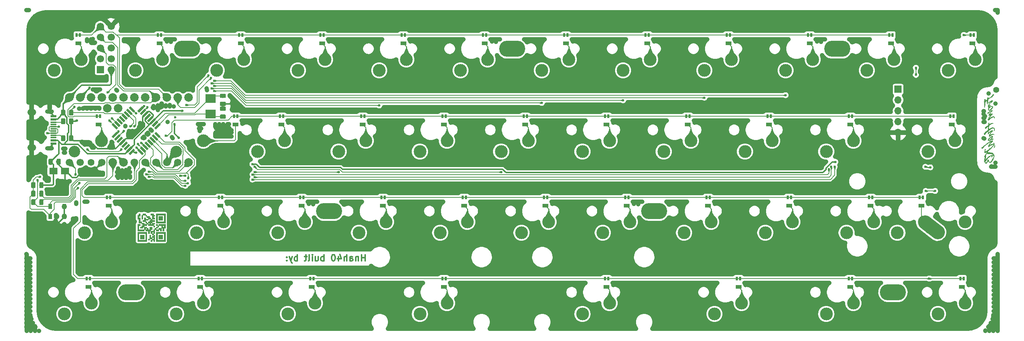
<source format=gbr>
G04 #@! TF.GenerationSoftware,KiCad,Pcbnew,(5.1.2)-2*
G04 #@! TF.CreationDate,2019-08-05T19:31:07+07:00*
G04 #@! TF.ProjectId,PCB,5043422e-6b69-4636-9164-5f7063625858,a*
G04 #@! TF.SameCoordinates,Original*
G04 #@! TF.FileFunction,Copper,L2,Bot*
G04 #@! TF.FilePolarity,Positive*
%FSLAX46Y46*%
G04 Gerber Fmt 4.6, Leading zero omitted, Abs format (unit mm)*
G04 Created by KiCad (PCBNEW (5.1.2)-2) date 2019-08-05 19:31:07*
%MOMM*%
%LPD*%
G04 APERTURE LIST*
%ADD10C,0.300000*%
%ADD11C,0.010000*%
%ADD12C,0.100000*%
%ADD13C,0.975000*%
%ADD14R,0.900000X1.200000*%
%ADD15R,0.600000X0.889000*%
%ADD16R,1.397000X0.889000*%
%ADD17C,1.700000*%
%ADD18R,1.700000X1.700000*%
%ADD19C,3.000000*%
%ADD20C,2.700000*%
%ADD21C,0.550000*%
%ADD22R,2.400000X2.000000*%
%ADD23C,1.600000*%
%ADD24C,2.000000*%
%ADD25C,1.800000*%
%ADD26O,6.100000X3.800000*%
%ADD27R,1.450000X0.600000*%
%ADD28R,1.450000X0.300000*%
%ADD29O,2.100000X1.000000*%
%ADD30O,2.100000X1.400000*%
%ADD31O,1.700000X1.700000*%
%ADD32R,1.950000X1.500000*%
%ADD33C,3.300000*%
%ADD34C,3.300000*%
%ADD35C,0.600000*%
%ADD36C,0.460000*%
%ADD37C,1.400000*%
%ADD38C,0.150000*%
%ADD39C,0.200000*%
%ADD40C,1.000000*%
%ADD41C,0.025400*%
G04 APERTURE END LIST*
D10*
X70336629Y-49804761D02*
X70336629Y-48304761D01*
X70336629Y-49019047D02*
X69479486Y-49019047D01*
X69479486Y-49804761D02*
X69479486Y-48304761D01*
X68765200Y-48804761D02*
X68765200Y-49804761D01*
X68765200Y-48947618D02*
X68693772Y-48876190D01*
X68550915Y-48804761D01*
X68336629Y-48804761D01*
X68193772Y-48876190D01*
X68122343Y-49019047D01*
X68122343Y-49804761D01*
X66765200Y-49804761D02*
X66765200Y-49019047D01*
X66836629Y-48876190D01*
X66979486Y-48804761D01*
X67265200Y-48804761D01*
X67408057Y-48876190D01*
X66765200Y-49733332D02*
X66908057Y-49804761D01*
X67265200Y-49804761D01*
X67408057Y-49733332D01*
X67479486Y-49590475D01*
X67479486Y-49447618D01*
X67408057Y-49304761D01*
X67265200Y-49233332D01*
X66908057Y-49233332D01*
X66765200Y-49161904D01*
X66050915Y-49804761D02*
X66050915Y-48304761D01*
X65408057Y-49804761D02*
X65408057Y-49019047D01*
X65479486Y-48876190D01*
X65622343Y-48804761D01*
X65836629Y-48804761D01*
X65979486Y-48876190D01*
X66050915Y-48947618D01*
X64050915Y-48804761D02*
X64050915Y-49804761D01*
X64408057Y-48233332D02*
X64765200Y-49304761D01*
X63836629Y-49304761D01*
X62979486Y-48304761D02*
X62836629Y-48304761D01*
X62693772Y-48376190D01*
X62622343Y-48447618D01*
X62550915Y-48590475D01*
X62479486Y-48876190D01*
X62479486Y-49233332D01*
X62550915Y-49519047D01*
X62622343Y-49661904D01*
X62693772Y-49733332D01*
X62836629Y-49804761D01*
X62979486Y-49804761D01*
X63122343Y-49733332D01*
X63193772Y-49661904D01*
X63265200Y-49519047D01*
X63336629Y-49233332D01*
X63336629Y-48876190D01*
X63265200Y-48590475D01*
X63193772Y-48447618D01*
X63122343Y-48376190D01*
X62979486Y-48304761D01*
X60693772Y-49804761D02*
X60693772Y-48304761D01*
X60693772Y-48876190D02*
X60550915Y-48804761D01*
X60265200Y-48804761D01*
X60122343Y-48876190D01*
X60050915Y-48947618D01*
X59979486Y-49090475D01*
X59979486Y-49519047D01*
X60050915Y-49661904D01*
X60122343Y-49733332D01*
X60265200Y-49804761D01*
X60550915Y-49804761D01*
X60693772Y-49733332D01*
X58693772Y-48804761D02*
X58693772Y-49804761D01*
X59336629Y-48804761D02*
X59336629Y-49590475D01*
X59265200Y-49733332D01*
X59122343Y-49804761D01*
X58908057Y-49804761D01*
X58765200Y-49733332D01*
X58693772Y-49661904D01*
X57979486Y-49804761D02*
X57979486Y-48804761D01*
X57979486Y-48304761D02*
X58050915Y-48376190D01*
X57979486Y-48447618D01*
X57908057Y-48376190D01*
X57979486Y-48304761D01*
X57979486Y-48447618D01*
X57050915Y-49804761D02*
X57193772Y-49733332D01*
X57265200Y-49590475D01*
X57265200Y-48304761D01*
X56693772Y-48804761D02*
X56122343Y-48804761D01*
X56479486Y-48304761D02*
X56479486Y-49590475D01*
X56408057Y-49733332D01*
X56265200Y-49804761D01*
X56122343Y-49804761D01*
X54479486Y-49804761D02*
X54479486Y-48304761D01*
X54479486Y-48876190D02*
X54336629Y-48804761D01*
X54050915Y-48804761D01*
X53908057Y-48876190D01*
X53836629Y-48947618D01*
X53765200Y-49090475D01*
X53765200Y-49519047D01*
X53836629Y-49661904D01*
X53908057Y-49733332D01*
X54050915Y-49804761D01*
X54336629Y-49804761D01*
X54479486Y-49733332D01*
X53265200Y-48804761D02*
X52908057Y-49804761D01*
X52550915Y-48804761D02*
X52908057Y-49804761D01*
X53050915Y-50161904D01*
X53122343Y-50233332D01*
X53265200Y-50304761D01*
X51979486Y-49661904D02*
X51908057Y-49733332D01*
X51979486Y-49804761D01*
X52050915Y-49733332D01*
X51979486Y-49661904D01*
X51979486Y-49804761D01*
X51979486Y-48876190D02*
X51908057Y-48947618D01*
X51979486Y-49019047D01*
X52050915Y-48947618D01*
X51979486Y-48876190D01*
X51979486Y-49019047D01*
D11*
G36*
X17605188Y-43669706D02*
G01*
X17605188Y-44601039D01*
X18536522Y-44601039D01*
X18536522Y-43669706D01*
X17605188Y-43669706D01*
X17605188Y-43669706D01*
G37*
X17605188Y-43669706D02*
X17605188Y-44601039D01*
X18536522Y-44601039D01*
X18536522Y-43669706D01*
X17605188Y-43669706D01*
G36*
X16984300Y-43048817D02*
G01*
X16984300Y-45221928D01*
X18846966Y-45221928D01*
X18846966Y-44911483D01*
X17294744Y-44911483D01*
X17294744Y-43359261D01*
X18846966Y-43359261D01*
X18846966Y-44911483D01*
X18846966Y-45221928D01*
X19157411Y-45221928D01*
X19157411Y-43048817D01*
X16984300Y-43048817D01*
X16984300Y-43048817D01*
G37*
X16984300Y-43048817D02*
X16984300Y-45221928D01*
X18846966Y-45221928D01*
X18846966Y-44911483D01*
X17294744Y-44911483D01*
X17294744Y-43359261D01*
X18846966Y-43359261D01*
X18846966Y-44911483D01*
X18846966Y-45221928D01*
X19157411Y-45221928D01*
X19157411Y-43048817D01*
X16984300Y-43048817D01*
G36*
X17294744Y-42427928D02*
G01*
X17294744Y-41496595D01*
X17605188Y-41496595D01*
X17605188Y-41186150D01*
X16984300Y-41186150D01*
X16984300Y-42738372D01*
X18536522Y-42738372D01*
X18536522Y-42427928D01*
X17294744Y-42427928D01*
X17294744Y-42427928D01*
G37*
X17294744Y-42427928D02*
X17294744Y-41496595D01*
X17605188Y-41496595D01*
X17605188Y-41186150D01*
X16984300Y-41186150D01*
X16984300Y-42738372D01*
X18536522Y-42738372D01*
X18536522Y-42427928D01*
X17294744Y-42427928D01*
G36*
X17915633Y-40565261D02*
G01*
X17605188Y-40565261D01*
X17605188Y-39633928D01*
X17294744Y-39633928D01*
X17294744Y-39323483D01*
X17605188Y-39323483D01*
X17605188Y-38702595D01*
X17294744Y-38702595D01*
X17294744Y-39013039D01*
X16984300Y-39013039D01*
X16984300Y-39944372D01*
X17294744Y-39944372D01*
X17294744Y-40875706D01*
X17915633Y-40875706D01*
X17915633Y-40565261D01*
X17915633Y-40565261D01*
G37*
X17915633Y-40565261D02*
X17605188Y-40565261D01*
X17605188Y-39633928D01*
X17294744Y-39633928D01*
X17294744Y-39323483D01*
X17605188Y-39323483D01*
X17605188Y-38702595D01*
X17294744Y-38702595D01*
X17294744Y-39013039D01*
X16984300Y-39013039D01*
X16984300Y-39944372D01*
X17294744Y-39944372D01*
X17294744Y-40875706D01*
X17915633Y-40875706D01*
X17915633Y-40565261D01*
G36*
X17915633Y-39013039D02*
G01*
X17915633Y-39944372D01*
X18226077Y-39944372D01*
X18226077Y-39013039D01*
X17915633Y-39013039D01*
X17915633Y-39013039D01*
G37*
X17915633Y-39013039D02*
X17915633Y-39944372D01*
X18226077Y-39944372D01*
X18226077Y-39013039D01*
X17915633Y-39013039D01*
G36*
X18846966Y-39013039D02*
G01*
X18846966Y-38702595D01*
X18226077Y-38702595D01*
X18226077Y-39013039D01*
X18846966Y-39013039D01*
X18846966Y-39013039D01*
G37*
X18846966Y-39013039D02*
X18846966Y-38702595D01*
X18226077Y-38702595D01*
X18226077Y-39013039D01*
X18846966Y-39013039D01*
G36*
X18846966Y-39323483D02*
G01*
X19157411Y-39323483D01*
X19157411Y-39013039D01*
X18846966Y-39013039D01*
X18846966Y-39323483D01*
X18846966Y-39323483D01*
G37*
X18846966Y-39323483D02*
X19157411Y-39323483D01*
X19157411Y-39013039D01*
X18846966Y-39013039D01*
X18846966Y-39323483D01*
G36*
X18536522Y-41186150D02*
G01*
X18536522Y-40875706D01*
X17915633Y-40875706D01*
X17915633Y-41186150D01*
X18226077Y-41186150D01*
X18226077Y-41496595D01*
X17915633Y-41496595D01*
X17915633Y-41807039D01*
X17605188Y-41807039D01*
X17605188Y-42117483D01*
X18226077Y-42117483D01*
X18226077Y-41807039D01*
X18536522Y-41807039D01*
X18536522Y-41496595D01*
X19157411Y-41496595D01*
X19157411Y-41186150D01*
X18536522Y-41186150D01*
X18536522Y-41186150D01*
G37*
X18536522Y-41186150D02*
X18536522Y-40875706D01*
X17915633Y-40875706D01*
X17915633Y-41186150D01*
X18226077Y-41186150D01*
X18226077Y-41496595D01*
X17915633Y-41496595D01*
X17915633Y-41807039D01*
X17605188Y-41807039D01*
X17605188Y-42117483D01*
X18226077Y-42117483D01*
X18226077Y-41807039D01*
X18536522Y-41807039D01*
X18536522Y-41496595D01*
X19157411Y-41496595D01*
X19157411Y-41186150D01*
X18536522Y-41186150D01*
G36*
X18846966Y-40875706D02*
G01*
X19157411Y-40875706D01*
X19157411Y-40565261D01*
X18846966Y-40565261D01*
X18846966Y-40875706D01*
X18846966Y-40875706D01*
G37*
X18846966Y-40875706D02*
X19157411Y-40875706D01*
X19157411Y-40565261D01*
X18846966Y-40565261D01*
X18846966Y-40875706D01*
G36*
X18846966Y-40254817D02*
G01*
X19467855Y-40254817D01*
X19467855Y-39944372D01*
X18846966Y-39944372D01*
X18846966Y-39633928D01*
X18536522Y-39633928D01*
X18536522Y-40254817D01*
X18226077Y-40254817D01*
X18226077Y-40565261D01*
X18846966Y-40565261D01*
X18846966Y-40254817D01*
X18846966Y-40254817D01*
G37*
X18846966Y-40254817D02*
X19467855Y-40254817D01*
X19467855Y-39944372D01*
X18846966Y-39944372D01*
X18846966Y-39633928D01*
X18536522Y-39633928D01*
X18536522Y-40254817D01*
X18226077Y-40254817D01*
X18226077Y-40565261D01*
X18846966Y-40565261D01*
X18846966Y-40254817D01*
G36*
X18536522Y-42427928D02*
G01*
X18846966Y-42427928D01*
X18846966Y-42117483D01*
X19157411Y-42117483D01*
X19157411Y-41807039D01*
X18536522Y-41807039D01*
X18536522Y-42427928D01*
X18536522Y-42427928D01*
G37*
X18536522Y-42427928D02*
X18846966Y-42427928D01*
X18846966Y-42117483D01*
X19157411Y-42117483D01*
X19157411Y-41807039D01*
X18536522Y-41807039D01*
X18536522Y-42427928D01*
G36*
X20088744Y-44911483D02*
G01*
X20088744Y-45221928D01*
X20399188Y-45221928D01*
X20399188Y-44911483D01*
X20088744Y-44911483D01*
X20088744Y-44911483D01*
G37*
X20088744Y-44911483D02*
X20088744Y-45221928D01*
X20399188Y-45221928D01*
X20399188Y-44911483D01*
X20088744Y-44911483D01*
G36*
X19467855Y-44601039D02*
G01*
X19467855Y-44911483D01*
X19778300Y-44911483D01*
X19778300Y-44601039D01*
X19467855Y-44601039D01*
X19467855Y-44601039D01*
G37*
X19467855Y-44601039D02*
X19467855Y-44911483D01*
X19778300Y-44911483D01*
X19778300Y-44601039D01*
X19467855Y-44601039D01*
G36*
X18846966Y-42738372D02*
G01*
X19467855Y-42738372D01*
X19467855Y-43359261D01*
X19778300Y-43359261D01*
X19778300Y-42738372D01*
X20088744Y-42738372D01*
X20088744Y-42427928D01*
X20399188Y-42427928D01*
X20399188Y-41807039D01*
X19778300Y-41807039D01*
X19778300Y-42427928D01*
X19467855Y-42427928D01*
X19467855Y-42117483D01*
X19157411Y-42117483D01*
X19157411Y-42427928D01*
X18846966Y-42427928D01*
X18846966Y-42738372D01*
X18846966Y-42738372D01*
G37*
X18846966Y-42738372D02*
X19467855Y-42738372D01*
X19467855Y-43359261D01*
X19778300Y-43359261D01*
X19778300Y-42738372D01*
X20088744Y-42738372D01*
X20088744Y-42427928D01*
X20399188Y-42427928D01*
X20399188Y-41807039D01*
X19778300Y-41807039D01*
X19778300Y-42427928D01*
X19467855Y-42427928D01*
X19467855Y-42117483D01*
X19157411Y-42117483D01*
X19157411Y-42427928D01*
X18846966Y-42427928D01*
X18846966Y-42738372D01*
G36*
X19157411Y-39633928D02*
G01*
X19467855Y-39633928D01*
X19467855Y-39944372D01*
X20088744Y-39944372D01*
X20088744Y-39633928D01*
X19778300Y-39633928D01*
X19778300Y-39323483D01*
X19157411Y-39323483D01*
X19157411Y-39633928D01*
X19157411Y-39633928D01*
G37*
X19157411Y-39633928D02*
X19467855Y-39633928D01*
X19467855Y-39944372D01*
X20088744Y-39944372D01*
X20088744Y-39633928D01*
X19778300Y-39633928D01*
X19778300Y-39323483D01*
X19157411Y-39323483D01*
X19157411Y-39633928D01*
G36*
X21020077Y-39944372D02*
G01*
X21020077Y-39633928D01*
X20709633Y-39633928D01*
X20709633Y-39323483D01*
X21020077Y-39323483D01*
X21020077Y-39013039D01*
X20709633Y-39013039D01*
X20709633Y-38702595D01*
X20088744Y-38702595D01*
X20088744Y-39013039D01*
X20399188Y-39013039D01*
X20399188Y-39944372D01*
X21020077Y-39944372D01*
X21020077Y-39944372D01*
G37*
X21020077Y-39944372D02*
X21020077Y-39633928D01*
X20709633Y-39633928D01*
X20709633Y-39323483D01*
X21020077Y-39323483D01*
X21020077Y-39013039D01*
X20709633Y-39013039D01*
X20709633Y-38702595D01*
X20088744Y-38702595D01*
X20088744Y-39013039D01*
X20399188Y-39013039D01*
X20399188Y-39944372D01*
X21020077Y-39944372D01*
G36*
X20709633Y-41186150D02*
G01*
X21020077Y-41186150D01*
X21020077Y-40875706D01*
X20399188Y-40875706D01*
X20399188Y-40565261D01*
X21020077Y-40565261D01*
X21020077Y-40254817D01*
X20399188Y-40254817D01*
X20399188Y-39944372D01*
X20088744Y-39944372D01*
X20088744Y-40254817D01*
X19778300Y-40254817D01*
X19778300Y-40565261D01*
X19467855Y-40565261D01*
X19467855Y-40875706D01*
X19157411Y-40875706D01*
X19157411Y-41186150D01*
X19467855Y-41186150D01*
X19467855Y-41496595D01*
X19778300Y-41496595D01*
X19778300Y-41186150D01*
X19467855Y-41186150D01*
X19467855Y-40875706D01*
X19778300Y-40875706D01*
X19778300Y-41186150D01*
X19778300Y-41496595D01*
X20399188Y-41496595D01*
X20399188Y-41186150D01*
X20088744Y-41186150D01*
X20088744Y-40875706D01*
X20399188Y-40875706D01*
X20399188Y-41186150D01*
X20399188Y-41496595D01*
X20709633Y-41496595D01*
X20709633Y-41186150D01*
X20709633Y-41186150D01*
G37*
X20709633Y-41186150D02*
X21020077Y-41186150D01*
X21020077Y-40875706D01*
X20399188Y-40875706D01*
X20399188Y-40565261D01*
X21020077Y-40565261D01*
X21020077Y-40254817D01*
X20399188Y-40254817D01*
X20399188Y-39944372D01*
X20088744Y-39944372D01*
X20088744Y-40254817D01*
X19778300Y-40254817D01*
X19778300Y-40565261D01*
X19467855Y-40565261D01*
X19467855Y-40875706D01*
X19157411Y-40875706D01*
X19157411Y-41186150D01*
X19467855Y-41186150D01*
X19467855Y-41496595D01*
X19778300Y-41496595D01*
X19778300Y-41186150D01*
X19467855Y-41186150D01*
X19467855Y-40875706D01*
X19778300Y-40875706D01*
X19778300Y-41186150D01*
X19778300Y-41496595D01*
X20399188Y-41496595D01*
X20399188Y-41186150D01*
X20088744Y-41186150D01*
X20088744Y-40875706D01*
X20399188Y-40875706D01*
X20399188Y-41186150D01*
X20399188Y-41496595D01*
X20709633Y-41496595D01*
X20709633Y-41186150D01*
G36*
X20709633Y-41807039D02*
G01*
X21020077Y-41807039D01*
X21020077Y-41496595D01*
X20709633Y-41496595D01*
X20709633Y-41807039D01*
X20709633Y-41807039D01*
G37*
X20709633Y-41807039D02*
X21020077Y-41807039D01*
X21020077Y-41496595D01*
X20709633Y-41496595D01*
X20709633Y-41807039D01*
G36*
X20088744Y-43359261D02*
G01*
X20399188Y-43359261D01*
X20399188Y-43669706D01*
X20709633Y-43669706D01*
X20709633Y-43359261D01*
X20399188Y-43359261D01*
X20399188Y-43048817D01*
X20709633Y-43048817D01*
X20709633Y-43359261D01*
X21020077Y-43359261D01*
X21020077Y-42427928D01*
X20709633Y-42427928D01*
X20709633Y-42738372D01*
X20088744Y-42738372D01*
X20088744Y-43359261D01*
X20088744Y-43359261D01*
G37*
X20088744Y-43359261D02*
X20399188Y-43359261D01*
X20399188Y-43669706D01*
X20709633Y-43669706D01*
X20709633Y-43359261D01*
X20399188Y-43359261D01*
X20399188Y-43048817D01*
X20709633Y-43048817D01*
X20709633Y-43359261D01*
X21020077Y-43359261D01*
X21020077Y-42427928D01*
X20709633Y-42427928D01*
X20709633Y-42738372D01*
X20088744Y-42738372D01*
X20088744Y-43359261D01*
G36*
X20399188Y-44601039D02*
G01*
X20399188Y-44911483D01*
X20709633Y-44911483D01*
X20709633Y-44601039D01*
X20399188Y-44601039D01*
X20399188Y-44290595D01*
X20709633Y-44290595D01*
X20709633Y-44601039D01*
X20709633Y-44911483D01*
X20709633Y-45221928D01*
X21020077Y-45221928D01*
X21020077Y-43669706D01*
X20709633Y-43669706D01*
X20709633Y-43980150D01*
X20399188Y-43980150D01*
X20399188Y-44290595D01*
X20088744Y-44290595D01*
X20088744Y-43669706D01*
X19778300Y-43669706D01*
X19778300Y-44601039D01*
X20399188Y-44601039D01*
X20399188Y-44601039D01*
G37*
X20399188Y-44601039D02*
X20399188Y-44911483D01*
X20709633Y-44911483D01*
X20709633Y-44601039D01*
X20399188Y-44601039D01*
X20399188Y-44290595D01*
X20709633Y-44290595D01*
X20709633Y-44601039D01*
X20709633Y-44911483D01*
X20709633Y-45221928D01*
X21020077Y-45221928D01*
X21020077Y-43669706D01*
X20709633Y-43669706D01*
X20709633Y-43980150D01*
X20399188Y-43980150D01*
X20399188Y-44290595D01*
X20088744Y-44290595D01*
X20088744Y-43669706D01*
X19778300Y-43669706D01*
X19778300Y-44601039D01*
X20399188Y-44601039D01*
G36*
X21951411Y-39323483D02*
G01*
X21951411Y-40254817D01*
X22882744Y-40254817D01*
X22882744Y-39323483D01*
X21951411Y-39323483D01*
X21951411Y-39323483D01*
G37*
X21951411Y-39323483D02*
X21951411Y-40254817D01*
X22882744Y-40254817D01*
X22882744Y-39323483D01*
X21951411Y-39323483D01*
G36*
X21330522Y-38702595D02*
G01*
X21330522Y-40875706D01*
X23193188Y-40875706D01*
X23193188Y-40565261D01*
X21640966Y-40565261D01*
X21640966Y-39013039D01*
X23193188Y-39013039D01*
X23193188Y-40565261D01*
X23193188Y-40875706D01*
X23503633Y-40875706D01*
X23503633Y-38702595D01*
X21330522Y-38702595D01*
X21330522Y-38702595D01*
G37*
X21330522Y-38702595D02*
X21330522Y-40875706D01*
X23193188Y-40875706D01*
X23193188Y-40565261D01*
X21640966Y-40565261D01*
X21640966Y-39013039D01*
X23193188Y-39013039D01*
X23193188Y-40565261D01*
X23193188Y-40875706D01*
X23503633Y-40875706D01*
X23503633Y-38702595D01*
X21330522Y-38702595D01*
G36*
X21330522Y-41186150D02*
G01*
X21330522Y-41496595D01*
X21640966Y-41496595D01*
X21640966Y-41186150D01*
X21330522Y-41186150D01*
X21330522Y-41186150D01*
G37*
X21330522Y-41186150D02*
X21330522Y-41496595D01*
X21640966Y-41496595D01*
X21640966Y-41186150D01*
X21330522Y-41186150D01*
G36*
X21330522Y-42427928D02*
G01*
X21330522Y-42738372D01*
X21951411Y-42738372D01*
X21951411Y-42427928D01*
X21330522Y-42427928D01*
X21330522Y-42117483D01*
X21640966Y-42117483D01*
X21640966Y-41807039D01*
X21951411Y-41807039D01*
X21951411Y-41496595D01*
X22572300Y-41496595D01*
X22572300Y-42117483D01*
X21951411Y-42117483D01*
X21951411Y-42427928D01*
X22261855Y-42427928D01*
X22261855Y-42738372D01*
X22572300Y-42738372D01*
X22572300Y-42117483D01*
X22882744Y-42117483D01*
X22882744Y-42738372D01*
X23193188Y-42738372D01*
X23193188Y-42117483D01*
X23193188Y-41807039D01*
X22882744Y-41807039D01*
X22882744Y-41496595D01*
X23193188Y-41496595D01*
X23193188Y-41807039D01*
X23193188Y-42117483D01*
X23503633Y-42117483D01*
X23503633Y-41186150D01*
X21951411Y-41186150D01*
X21951411Y-41496595D01*
X21640966Y-41496595D01*
X21640966Y-41807039D01*
X21330522Y-41807039D01*
X21330522Y-42117483D01*
X21020077Y-42117483D01*
X21020077Y-42427928D01*
X21330522Y-42427928D01*
X21330522Y-42427928D01*
G37*
X21330522Y-42427928D02*
X21330522Y-42738372D01*
X21951411Y-42738372D01*
X21951411Y-42427928D01*
X21330522Y-42427928D01*
X21330522Y-42117483D01*
X21640966Y-42117483D01*
X21640966Y-41807039D01*
X21951411Y-41807039D01*
X21951411Y-41496595D01*
X22572300Y-41496595D01*
X22572300Y-42117483D01*
X21951411Y-42117483D01*
X21951411Y-42427928D01*
X22261855Y-42427928D01*
X22261855Y-42738372D01*
X22572300Y-42738372D01*
X22572300Y-42117483D01*
X22882744Y-42117483D01*
X22882744Y-42738372D01*
X23193188Y-42738372D01*
X23193188Y-42117483D01*
X23193188Y-41807039D01*
X22882744Y-41807039D01*
X22882744Y-41496595D01*
X23193188Y-41496595D01*
X23193188Y-41807039D01*
X23193188Y-42117483D01*
X23503633Y-42117483D01*
X23503633Y-41186150D01*
X21951411Y-41186150D01*
X21951411Y-41496595D01*
X21640966Y-41496595D01*
X21640966Y-41807039D01*
X21330522Y-41807039D01*
X21330522Y-42117483D01*
X21020077Y-42117483D01*
X21020077Y-42427928D01*
X21330522Y-42427928D01*
G36*
X21330522Y-43048817D02*
G01*
X21330522Y-45221928D01*
X23193188Y-45221928D01*
X23193188Y-44911483D01*
X21640966Y-44911483D01*
X21640966Y-43359261D01*
X23193188Y-43359261D01*
X23193188Y-44911483D01*
X23193188Y-45221928D01*
X23503633Y-45221928D01*
X23503633Y-43048817D01*
X21330522Y-43048817D01*
X21330522Y-43048817D01*
G37*
X21330522Y-43048817D02*
X21330522Y-45221928D01*
X23193188Y-45221928D01*
X23193188Y-44911483D01*
X21640966Y-44911483D01*
X21640966Y-43359261D01*
X23193188Y-43359261D01*
X23193188Y-44911483D01*
X23193188Y-45221928D01*
X23503633Y-45221928D01*
X23503633Y-43048817D01*
X21330522Y-43048817D01*
G36*
X21951411Y-43669706D02*
G01*
X21951411Y-44601039D01*
X22882744Y-44601039D01*
X22882744Y-43669706D01*
X21951411Y-43669706D01*
X21951411Y-43669706D01*
G37*
X21951411Y-43669706D02*
X21951411Y-44601039D01*
X22882744Y-44601039D01*
X22882744Y-43669706D01*
X21951411Y-43669706D01*
G36*
X214831599Y-23250156D02*
G01*
X214855929Y-23286485D01*
X214915486Y-23361373D01*
X214967938Y-23390707D01*
X215023374Y-23374926D01*
X215091878Y-23314470D01*
X215107672Y-23297456D01*
X215172870Y-23226521D01*
X215232404Y-23162861D01*
X215259806Y-23134236D01*
X215297527Y-23087919D01*
X215312015Y-23056015D01*
X215329061Y-23022472D01*
X215373429Y-22965411D01*
X215434961Y-22895608D01*
X215503501Y-22823836D01*
X215568891Y-22760872D01*
X215620976Y-22717490D01*
X215643031Y-22704850D01*
X215683732Y-22678801D01*
X215693015Y-22657817D01*
X215711687Y-22629118D01*
X215758769Y-22582621D01*
X215820855Y-22529380D01*
X215884540Y-22480445D01*
X215936421Y-22446870D01*
X215959129Y-22438410D01*
X215989452Y-22422862D01*
X216045202Y-22382557D01*
X216114296Y-22326998D01*
X216184656Y-22265691D01*
X216216388Y-22235994D01*
X216264491Y-22198494D01*
X216299158Y-22184410D01*
X216335280Y-22170449D01*
X216395055Y-22134821D01*
X216433645Y-22108210D01*
X216500034Y-22064321D01*
X216552855Y-22036780D01*
X216570408Y-22032010D01*
X216607474Y-22011909D01*
X216614170Y-22000240D01*
X216641173Y-21973409D01*
X216699636Y-21934380D01*
X216777112Y-21889658D01*
X216861155Y-21845748D01*
X216939317Y-21809155D01*
X216999150Y-21786384D01*
X217028159Y-21783888D01*
X217023872Y-21811768D01*
X216996249Y-21866475D01*
X216953795Y-21935250D01*
X216905012Y-22005335D01*
X216858405Y-22063971D01*
X216822476Y-22098400D01*
X216816375Y-22101648D01*
X216791033Y-22127485D01*
X216747112Y-22187988D01*
X216691150Y-22273665D01*
X216639231Y-22358803D01*
X216579817Y-22458088D01*
X216529308Y-22540410D01*
X216493556Y-22596361D01*
X216479081Y-22616210D01*
X216447678Y-22660374D01*
X216414716Y-22732315D01*
X216388872Y-22810052D01*
X216378815Y-22870175D01*
X216396422Y-22938763D01*
X216427181Y-22982308D01*
X216470988Y-23011207D01*
X216513148Y-23002006D01*
X216528781Y-22992834D01*
X216569777Y-22956820D01*
X216582015Y-22930975D01*
X216601132Y-22900286D01*
X216649445Y-22855841D01*
X216677265Y-22834880D01*
X216760150Y-22775536D01*
X216850178Y-22710199D01*
X216874115Y-22692649D01*
X216939455Y-22648851D01*
X216991392Y-22621514D01*
X217007557Y-22617053D01*
X217048654Y-22605205D01*
X217112454Y-22576653D01*
X217134180Y-22565410D01*
X217200203Y-22533592D01*
X217249844Y-22515901D01*
X217258972Y-22514610D01*
X217294209Y-22494626D01*
X217298561Y-22485869D01*
X217328108Y-22463350D01*
X217383228Y-22450587D01*
X217445864Y-22443990D01*
X217483715Y-22438219D01*
X217548180Y-22435007D01*
X217590369Y-22454055D01*
X217598015Y-22473251D01*
X217581842Y-22523105D01*
X217537575Y-22601553D01*
X217471589Y-22699874D01*
X217390258Y-22809344D01*
X217299958Y-22921242D01*
X217207063Y-23026847D01*
X217149748Y-23086549D01*
X217001527Y-23228829D01*
X216881592Y-23331430D01*
X216790421Y-23394008D01*
X216728495Y-23416217D01*
X216702974Y-23407729D01*
X216659644Y-23381997D01*
X216621157Y-23383041D01*
X216607415Y-23405807D01*
X216588100Y-23460415D01*
X216536155Y-23534314D01*
X216460579Y-23617678D01*
X216370371Y-23700683D01*
X216274530Y-23773505D01*
X216264515Y-23780156D01*
X216119156Y-23870627D01*
X215982994Y-23946770D01*
X215865071Y-24004005D01*
X215774432Y-24037754D01*
X215742683Y-24044334D01*
X215702980Y-24043492D01*
X215683093Y-24020569D01*
X215673985Y-23962627D01*
X215672531Y-23943913D01*
X215684114Y-23816875D01*
X215716981Y-23718434D01*
X215751398Y-23638493D01*
X215764119Y-23592139D01*
X215753506Y-23566290D01*
X215717921Y-23547860D01*
X215694524Y-23538954D01*
X215649001Y-23524247D01*
X215623778Y-23531631D01*
X215607721Y-23571124D01*
X215594825Y-23628636D01*
X215579478Y-23715508D01*
X215563668Y-23828046D01*
X215551329Y-23937010D01*
X215535364Y-24051053D01*
X215514067Y-24127048D01*
X215495765Y-24154661D01*
X215476100Y-24177688D01*
X215478679Y-24212327D01*
X215505376Y-24273182D01*
X215512869Y-24288011D01*
X215550215Y-24350848D01*
X215583063Y-24388949D01*
X215594154Y-24394210D01*
X215629801Y-24382088D01*
X215694965Y-24350765D01*
X215775987Y-24307804D01*
X215859205Y-24260768D01*
X215930960Y-24217221D01*
X215977591Y-24184726D01*
X215985115Y-24177744D01*
X216031986Y-24137645D01*
X216092921Y-24099395D01*
X216149039Y-24073581D01*
X216178616Y-24069243D01*
X216174383Y-24092045D01*
X216145662Y-24149072D01*
X216096772Y-24232706D01*
X216032030Y-24335328D01*
X216001327Y-24381994D01*
X215909109Y-24525027D01*
X215809996Y-24686166D01*
X215716216Y-24845145D01*
X215643411Y-24975322D01*
X215488086Y-25264334D01*
X215538746Y-25361526D01*
X215564288Y-25415407D01*
X215576004Y-25462538D01*
X215574797Y-25519681D01*
X215561566Y-25603598D01*
X215553937Y-25644092D01*
X215533219Y-25768242D01*
X215513861Y-25910876D01*
X215500872Y-26032587D01*
X215486009Y-26149879D01*
X215465385Y-26237095D01*
X215444508Y-26280160D01*
X215419013Y-26319210D01*
X215431601Y-26353358D01*
X215444671Y-26369060D01*
X215471286Y-26420007D01*
X215494236Y-26498307D01*
X215501721Y-26539206D01*
X215518735Y-26617643D01*
X215550367Y-26681994D01*
X215607133Y-26750769D01*
X215642437Y-26786856D01*
X215733917Y-26867741D01*
X215809078Y-26905473D01*
X215878160Y-26900203D01*
X215951401Y-26852085D01*
X216011233Y-26792331D01*
X216073141Y-26718147D01*
X216126573Y-26636351D01*
X216178710Y-26534112D01*
X216236736Y-26398597D01*
X216249725Y-26366259D01*
X216278678Y-26293608D01*
X216349730Y-26391659D01*
X216454501Y-26509876D01*
X216577389Y-26606540D01*
X216706137Y-26673995D01*
X216828489Y-26704585D01*
X216852438Y-26705610D01*
X216937185Y-26689752D01*
X217026669Y-26649085D01*
X217103584Y-26593963D01*
X217150622Y-26534743D01*
X217154437Y-26524902D01*
X217177000Y-26485425D01*
X217192674Y-26477010D01*
X217221074Y-26455467D01*
X217253259Y-26403009D01*
X217280248Y-26337889D01*
X217293057Y-26278360D01*
X217293215Y-26272693D01*
X217314035Y-26221422D01*
X217342617Y-26205335D01*
X217388714Y-26170040D01*
X217443938Y-26087212D01*
X217507321Y-25959103D01*
X217577895Y-25787968D01*
X217654693Y-25576059D01*
X217736746Y-25325629D01*
X217777682Y-25192506D01*
X217796522Y-25103794D01*
X217801981Y-25017532D01*
X217794746Y-24947385D01*
X217775502Y-24907018D01*
X217763115Y-24902210D01*
X217732560Y-24924431D01*
X217725015Y-24968393D01*
X217716000Y-25049307D01*
X217692460Y-25157674D01*
X217659645Y-25274158D01*
X217622808Y-25379420D01*
X217598587Y-25433854D01*
X217556851Y-25520137D01*
X217515111Y-25613458D01*
X217509776Y-25626110D01*
X217439736Y-25776372D01*
X217354225Y-25931986D01*
X217258651Y-26085568D01*
X217158421Y-26229735D01*
X217058942Y-26357104D01*
X216965621Y-26460292D01*
X216883866Y-26531917D01*
X216823089Y-26563697D01*
X216735647Y-26562475D01*
X216642528Y-26525321D01*
X216561947Y-26461137D01*
X216531866Y-26421388D01*
X216490552Y-26312454D01*
X216480509Y-26216115D01*
X216477037Y-26140235D01*
X216461505Y-26097920D01*
X216426005Y-26072109D01*
X216410565Y-26065154D01*
X216344035Y-26031045D01*
X216298778Y-26000536D01*
X216271461Y-25983983D01*
X216255056Y-25998781D01*
X216242040Y-26053660D01*
X216239290Y-26069568D01*
X216201577Y-26202010D01*
X216136790Y-26337438D01*
X216052906Y-26465111D01*
X215957899Y-26574287D01*
X215859744Y-26654223D01*
X215777347Y-26691786D01*
X215716155Y-26693318D01*
X215681080Y-26656971D01*
X215668245Y-26578211D01*
X215668003Y-26563914D01*
X215679959Y-26507736D01*
X215710756Y-26434129D01*
X215752154Y-26357582D01*
X215795913Y-26292581D01*
X215833792Y-26253613D01*
X215847467Y-26248410D01*
X215871301Y-26227353D01*
X215900363Y-26175635D01*
X215904866Y-26165282D01*
X215932970Y-26116937D01*
X215985667Y-26041223D01*
X216054350Y-25949221D01*
X216130412Y-25852012D01*
X216205244Y-25760676D01*
X216270241Y-25686295D01*
X216303950Y-25651510D01*
X216342389Y-25613248D01*
X216373037Y-25581660D01*
X216412188Y-25547278D01*
X216432632Y-25537210D01*
X216456812Y-25520361D01*
X216507892Y-25475050D01*
X216577246Y-25409128D01*
X216623837Y-25363152D01*
X216769674Y-25230900D01*
X216901678Y-25138786D01*
X217016546Y-25088867D01*
X217078321Y-25080010D01*
X217123299Y-25084994D01*
X217135511Y-25110252D01*
X217127746Y-25157887D01*
X217124858Y-25222791D01*
X217137275Y-25294006D01*
X217159858Y-25353658D01*
X217187469Y-25383872D01*
X217192984Y-25384810D01*
X217216204Y-25363885D01*
X217229876Y-25333501D01*
X217254016Y-25285192D01*
X217298682Y-25215793D01*
X217334641Y-25166278D01*
X217391536Y-25082198D01*
X217410818Y-25020608D01*
X217392530Y-24969898D01*
X217336715Y-24918460D01*
X217335562Y-24917601D01*
X217263610Y-24864110D01*
X217217191Y-24921260D01*
X217161867Y-24963735D01*
X217108187Y-24978410D01*
X217008753Y-24995894D01*
X216883516Y-25044663D01*
X216741679Y-25119190D01*
X216592446Y-25213947D01*
X216445021Y-25323408D01*
X216308607Y-25442045D01*
X216265310Y-25484568D01*
X216193338Y-25554979D01*
X216133031Y-25608839D01*
X216094258Y-25637520D01*
X216087510Y-25640018D01*
X216060996Y-25658418D01*
X216009033Y-25707414D01*
X215939475Y-25779241D01*
X215870815Y-25854199D01*
X215779996Y-25952305D01*
X215717646Y-26011395D01*
X215681817Y-26033141D01*
X215671125Y-26025718D01*
X215671921Y-25977883D01*
X215683457Y-25900504D01*
X215701694Y-25812637D01*
X215722592Y-25733340D01*
X215742110Y-25681670D01*
X215745068Y-25676910D01*
X215761045Y-25636087D01*
X215775869Y-25570336D01*
X215777132Y-25562610D01*
X215791281Y-25484284D01*
X215811356Y-25386486D01*
X215821793Y-25339426D01*
X215837990Y-25259486D01*
X215838694Y-25210513D01*
X215821696Y-25174445D01*
X215798343Y-25147478D01*
X215765340Y-25098659D01*
X215766270Y-25065862D01*
X215785663Y-25029832D01*
X215812523Y-24961988D01*
X215832856Y-24902210D01*
X215862622Y-24818513D01*
X215892043Y-24751291D01*
X215907995Y-24724410D01*
X215938626Y-24674469D01*
X215970162Y-24606618D01*
X215970964Y-24604602D01*
X216003280Y-24539751D01*
X216037204Y-24494783D01*
X216038645Y-24493544D01*
X216065716Y-24483104D01*
X216090282Y-24508784D01*
X216111755Y-24554531D01*
X216140314Y-24612520D01*
X216169700Y-24632818D01*
X216216245Y-24626112D01*
X216219707Y-24625149D01*
X216284148Y-24614351D01*
X216378831Y-24607285D01*
X216491488Y-24603840D01*
X216609852Y-24603902D01*
X216721653Y-24607356D01*
X216814625Y-24614090D01*
X216876500Y-24623990D01*
X216893578Y-24631387D01*
X216937678Y-24649176D01*
X217007728Y-24656265D01*
X217026515Y-24655834D01*
X217156932Y-24664877D01*
X217291120Y-24699842D01*
X217408882Y-24754228D01*
X217468217Y-24797997D01*
X217517078Y-24851195D01*
X217540433Y-24905323D01*
X217547105Y-24983081D01*
X217547215Y-25001300D01*
X217551262Y-25074570D01*
X217561629Y-25121518D01*
X217570130Y-25130810D01*
X217594427Y-25108456D01*
X217619519Y-25052709D01*
X217639565Y-24980541D01*
X217648722Y-24908923D01*
X217648815Y-24902210D01*
X217636038Y-24807610D01*
X217602317Y-24707785D01*
X217554570Y-24615107D01*
X217499712Y-24541947D01*
X217444660Y-24500679D01*
X217421639Y-24495810D01*
X217375615Y-24479482D01*
X217361642Y-24461392D01*
X217354379Y-24448291D01*
X217339628Y-24436917D01*
X217311406Y-24426054D01*
X217263732Y-24414485D01*
X217190621Y-24400997D01*
X217086093Y-24384372D01*
X216944163Y-24363397D01*
X216758850Y-24336854D01*
X216724947Y-24332034D01*
X216582048Y-24310496D01*
X216456291Y-24289214D01*
X216356511Y-24269868D01*
X216291543Y-24254140D01*
X216270877Y-24245632D01*
X216252606Y-24193689D01*
X216274586Y-24119565D01*
X216333663Y-24027470D01*
X216426682Y-23921613D01*
X216550488Y-23806206D01*
X216676089Y-23704871D01*
X216770580Y-23629962D01*
X216849661Y-23561437D01*
X216904416Y-23507402D01*
X216925451Y-23478120D01*
X216953314Y-23437850D01*
X216976164Y-23429010D01*
X217018140Y-23409329D01*
X217032104Y-23391817D01*
X217056816Y-23360520D01*
X217109887Y-23300912D01*
X217184067Y-23220910D01*
X217272108Y-23128435D01*
X217293716Y-23106067D01*
X217412435Y-22978999D01*
X217500659Y-22872694D01*
X217567122Y-22775642D01*
X217620557Y-22676329D01*
X217621972Y-22673360D01*
X217665521Y-22587534D01*
X217703557Y-22523043D01*
X217729404Y-22490908D01*
X217733471Y-22489210D01*
X217777322Y-22512074D01*
X217807781Y-22573838D01*
X217824327Y-22664260D01*
X217826437Y-22773095D01*
X217813588Y-22890102D01*
X217785258Y-23005036D01*
X217762786Y-23063890D01*
X217730841Y-23140389D01*
X217711161Y-23196005D01*
X217707832Y-23217094D01*
X217730471Y-23208568D01*
X217769533Y-23168625D01*
X217815609Y-23109589D01*
X217859290Y-23043784D01*
X217891167Y-22983536D01*
X217896465Y-22970006D01*
X217918748Y-22893424D01*
X217924341Y-22824794D01*
X217912965Y-22744096D01*
X217892141Y-22659929D01*
X217860999Y-22574295D01*
X217820760Y-22500683D01*
X217804266Y-22479758D01*
X217772250Y-22437781D01*
X217759195Y-22390339D01*
X217761393Y-22318705D01*
X217765278Y-22282767D01*
X217771807Y-22194983D01*
X217764219Y-22142324D01*
X217741788Y-22111590D01*
X217693425Y-22089514D01*
X217646878Y-22092346D01*
X217620768Y-22116454D01*
X217621129Y-22135118D01*
X217632004Y-22185781D01*
X217642598Y-22251173D01*
X217653652Y-22330637D01*
X217471337Y-22332352D01*
X217377082Y-22336277D01*
X217301557Y-22344974D01*
X217260352Y-22356608D01*
X217259369Y-22357314D01*
X217216136Y-22376147D01*
X217147172Y-22393030D01*
X217131511Y-22395667D01*
X217036315Y-22421894D01*
X216922941Y-22469377D01*
X216812962Y-22527741D01*
X216727949Y-22586611D01*
X216720077Y-22593556D01*
X216671298Y-22629151D01*
X216637527Y-22641610D01*
X216608900Y-22625580D01*
X216618766Y-22578119D01*
X216666467Y-22500167D01*
X216751347Y-22392665D01*
X216872750Y-22256554D01*
X216997694Y-22125684D01*
X217076283Y-22043804D01*
X217139664Y-21974978D01*
X217180518Y-21927339D01*
X217192072Y-21909784D01*
X217210961Y-21883048D01*
X217257060Y-21839583D01*
X217315646Y-21791339D01*
X217371998Y-21750265D01*
X217411394Y-21728311D01*
X217417007Y-21727210D01*
X217453159Y-21711119D01*
X217451928Y-21666356D01*
X217413734Y-21598187D01*
X217405906Y-21587659D01*
X217354453Y-21532869D01*
X217306267Y-21501492D01*
X217292640Y-21498610D01*
X217245028Y-21512443D01*
X217161678Y-21551442D01*
X217048617Y-21611857D01*
X216911875Y-21689937D01*
X216757480Y-21781932D01*
X216591459Y-21884090D01*
X216419842Y-21992661D01*
X216248656Y-22103894D01*
X216083929Y-22214039D01*
X215931691Y-22319345D01*
X215797970Y-22416062D01*
X215710943Y-22482695D01*
X215601902Y-22568227D01*
X215494535Y-22651027D01*
X215401972Y-22721045D01*
X215342643Y-22764500D01*
X215233339Y-22844532D01*
X215121142Y-22930843D01*
X215020682Y-23011900D01*
X214946591Y-23076175D01*
X214943715Y-23078860D01*
X214884823Y-23129323D01*
X214843229Y-23160607D01*
X214813952Y-23184082D01*
X214809541Y-23208630D01*
X214831599Y-23250156D01*
X214831599Y-23250156D01*
G37*
X214831599Y-23250156D02*
X214855929Y-23286485D01*
X214915486Y-23361373D01*
X214967938Y-23390707D01*
X215023374Y-23374926D01*
X215091878Y-23314470D01*
X215107672Y-23297456D01*
X215172870Y-23226521D01*
X215232404Y-23162861D01*
X215259806Y-23134236D01*
X215297527Y-23087919D01*
X215312015Y-23056015D01*
X215329061Y-23022472D01*
X215373429Y-22965411D01*
X215434961Y-22895608D01*
X215503501Y-22823836D01*
X215568891Y-22760872D01*
X215620976Y-22717490D01*
X215643031Y-22704850D01*
X215683732Y-22678801D01*
X215693015Y-22657817D01*
X215711687Y-22629118D01*
X215758769Y-22582621D01*
X215820855Y-22529380D01*
X215884540Y-22480445D01*
X215936421Y-22446870D01*
X215959129Y-22438410D01*
X215989452Y-22422862D01*
X216045202Y-22382557D01*
X216114296Y-22326998D01*
X216184656Y-22265691D01*
X216216388Y-22235994D01*
X216264491Y-22198494D01*
X216299158Y-22184410D01*
X216335280Y-22170449D01*
X216395055Y-22134821D01*
X216433645Y-22108210D01*
X216500034Y-22064321D01*
X216552855Y-22036780D01*
X216570408Y-22032010D01*
X216607474Y-22011909D01*
X216614170Y-22000240D01*
X216641173Y-21973409D01*
X216699636Y-21934380D01*
X216777112Y-21889658D01*
X216861155Y-21845748D01*
X216939317Y-21809155D01*
X216999150Y-21786384D01*
X217028159Y-21783888D01*
X217023872Y-21811768D01*
X216996249Y-21866475D01*
X216953795Y-21935250D01*
X216905012Y-22005335D01*
X216858405Y-22063971D01*
X216822476Y-22098400D01*
X216816375Y-22101648D01*
X216791033Y-22127485D01*
X216747112Y-22187988D01*
X216691150Y-22273665D01*
X216639231Y-22358803D01*
X216579817Y-22458088D01*
X216529308Y-22540410D01*
X216493556Y-22596361D01*
X216479081Y-22616210D01*
X216447678Y-22660374D01*
X216414716Y-22732315D01*
X216388872Y-22810052D01*
X216378815Y-22870175D01*
X216396422Y-22938763D01*
X216427181Y-22982308D01*
X216470988Y-23011207D01*
X216513148Y-23002006D01*
X216528781Y-22992834D01*
X216569777Y-22956820D01*
X216582015Y-22930975D01*
X216601132Y-22900286D01*
X216649445Y-22855841D01*
X216677265Y-22834880D01*
X216760150Y-22775536D01*
X216850178Y-22710199D01*
X216874115Y-22692649D01*
X216939455Y-22648851D01*
X216991392Y-22621514D01*
X217007557Y-22617053D01*
X217048654Y-22605205D01*
X217112454Y-22576653D01*
X217134180Y-22565410D01*
X217200203Y-22533592D01*
X217249844Y-22515901D01*
X217258972Y-22514610D01*
X217294209Y-22494626D01*
X217298561Y-22485869D01*
X217328108Y-22463350D01*
X217383228Y-22450587D01*
X217445864Y-22443990D01*
X217483715Y-22438219D01*
X217548180Y-22435007D01*
X217590369Y-22454055D01*
X217598015Y-22473251D01*
X217581842Y-22523105D01*
X217537575Y-22601553D01*
X217471589Y-22699874D01*
X217390258Y-22809344D01*
X217299958Y-22921242D01*
X217207063Y-23026847D01*
X217149748Y-23086549D01*
X217001527Y-23228829D01*
X216881592Y-23331430D01*
X216790421Y-23394008D01*
X216728495Y-23416217D01*
X216702974Y-23407729D01*
X216659644Y-23381997D01*
X216621157Y-23383041D01*
X216607415Y-23405807D01*
X216588100Y-23460415D01*
X216536155Y-23534314D01*
X216460579Y-23617678D01*
X216370371Y-23700683D01*
X216274530Y-23773505D01*
X216264515Y-23780156D01*
X216119156Y-23870627D01*
X215982994Y-23946770D01*
X215865071Y-24004005D01*
X215774432Y-24037754D01*
X215742683Y-24044334D01*
X215702980Y-24043492D01*
X215683093Y-24020569D01*
X215673985Y-23962627D01*
X215672531Y-23943913D01*
X215684114Y-23816875D01*
X215716981Y-23718434D01*
X215751398Y-23638493D01*
X215764119Y-23592139D01*
X215753506Y-23566290D01*
X215717921Y-23547860D01*
X215694524Y-23538954D01*
X215649001Y-23524247D01*
X215623778Y-23531631D01*
X215607721Y-23571124D01*
X215594825Y-23628636D01*
X215579478Y-23715508D01*
X215563668Y-23828046D01*
X215551329Y-23937010D01*
X215535364Y-24051053D01*
X215514067Y-24127048D01*
X215495765Y-24154661D01*
X215476100Y-24177688D01*
X215478679Y-24212327D01*
X215505376Y-24273182D01*
X215512869Y-24288011D01*
X215550215Y-24350848D01*
X215583063Y-24388949D01*
X215594154Y-24394210D01*
X215629801Y-24382088D01*
X215694965Y-24350765D01*
X215775987Y-24307804D01*
X215859205Y-24260768D01*
X215930960Y-24217221D01*
X215977591Y-24184726D01*
X215985115Y-24177744D01*
X216031986Y-24137645D01*
X216092921Y-24099395D01*
X216149039Y-24073581D01*
X216178616Y-24069243D01*
X216174383Y-24092045D01*
X216145662Y-24149072D01*
X216096772Y-24232706D01*
X216032030Y-24335328D01*
X216001327Y-24381994D01*
X215909109Y-24525027D01*
X215809996Y-24686166D01*
X215716216Y-24845145D01*
X215643411Y-24975322D01*
X215488086Y-25264334D01*
X215538746Y-25361526D01*
X215564288Y-25415407D01*
X215576004Y-25462538D01*
X215574797Y-25519681D01*
X215561566Y-25603598D01*
X215553937Y-25644092D01*
X215533219Y-25768242D01*
X215513861Y-25910876D01*
X215500872Y-26032587D01*
X215486009Y-26149879D01*
X215465385Y-26237095D01*
X215444508Y-26280160D01*
X215419013Y-26319210D01*
X215431601Y-26353358D01*
X215444671Y-26369060D01*
X215471286Y-26420007D01*
X215494236Y-26498307D01*
X215501721Y-26539206D01*
X215518735Y-26617643D01*
X215550367Y-26681994D01*
X215607133Y-26750769D01*
X215642437Y-26786856D01*
X215733917Y-26867741D01*
X215809078Y-26905473D01*
X215878160Y-26900203D01*
X215951401Y-26852085D01*
X216011233Y-26792331D01*
X216073141Y-26718147D01*
X216126573Y-26636351D01*
X216178710Y-26534112D01*
X216236736Y-26398597D01*
X216249725Y-26366259D01*
X216278678Y-26293608D01*
X216349730Y-26391659D01*
X216454501Y-26509876D01*
X216577389Y-26606540D01*
X216706137Y-26673995D01*
X216828489Y-26704585D01*
X216852438Y-26705610D01*
X216937185Y-26689752D01*
X217026669Y-26649085D01*
X217103584Y-26593963D01*
X217150622Y-26534743D01*
X217154437Y-26524902D01*
X217177000Y-26485425D01*
X217192674Y-26477010D01*
X217221074Y-26455467D01*
X217253259Y-26403009D01*
X217280248Y-26337889D01*
X217293057Y-26278360D01*
X217293215Y-26272693D01*
X217314035Y-26221422D01*
X217342617Y-26205335D01*
X217388714Y-26170040D01*
X217443938Y-26087212D01*
X217507321Y-25959103D01*
X217577895Y-25787968D01*
X217654693Y-25576059D01*
X217736746Y-25325629D01*
X217777682Y-25192506D01*
X217796522Y-25103794D01*
X217801981Y-25017532D01*
X217794746Y-24947385D01*
X217775502Y-24907018D01*
X217763115Y-24902210D01*
X217732560Y-24924431D01*
X217725015Y-24968393D01*
X217716000Y-25049307D01*
X217692460Y-25157674D01*
X217659645Y-25274158D01*
X217622808Y-25379420D01*
X217598587Y-25433854D01*
X217556851Y-25520137D01*
X217515111Y-25613458D01*
X217509776Y-25626110D01*
X217439736Y-25776372D01*
X217354225Y-25931986D01*
X217258651Y-26085568D01*
X217158421Y-26229735D01*
X217058942Y-26357104D01*
X216965621Y-26460292D01*
X216883866Y-26531917D01*
X216823089Y-26563697D01*
X216735647Y-26562475D01*
X216642528Y-26525321D01*
X216561947Y-26461137D01*
X216531866Y-26421388D01*
X216490552Y-26312454D01*
X216480509Y-26216115D01*
X216477037Y-26140235D01*
X216461505Y-26097920D01*
X216426005Y-26072109D01*
X216410565Y-26065154D01*
X216344035Y-26031045D01*
X216298778Y-26000536D01*
X216271461Y-25983983D01*
X216255056Y-25998781D01*
X216242040Y-26053660D01*
X216239290Y-26069568D01*
X216201577Y-26202010D01*
X216136790Y-26337438D01*
X216052906Y-26465111D01*
X215957899Y-26574287D01*
X215859744Y-26654223D01*
X215777347Y-26691786D01*
X215716155Y-26693318D01*
X215681080Y-26656971D01*
X215668245Y-26578211D01*
X215668003Y-26563914D01*
X215679959Y-26507736D01*
X215710756Y-26434129D01*
X215752154Y-26357582D01*
X215795913Y-26292581D01*
X215833792Y-26253613D01*
X215847467Y-26248410D01*
X215871301Y-26227353D01*
X215900363Y-26175635D01*
X215904866Y-26165282D01*
X215932970Y-26116937D01*
X215985667Y-26041223D01*
X216054350Y-25949221D01*
X216130412Y-25852012D01*
X216205244Y-25760676D01*
X216270241Y-25686295D01*
X216303950Y-25651510D01*
X216342389Y-25613248D01*
X216373037Y-25581660D01*
X216412188Y-25547278D01*
X216432632Y-25537210D01*
X216456812Y-25520361D01*
X216507892Y-25475050D01*
X216577246Y-25409128D01*
X216623837Y-25363152D01*
X216769674Y-25230900D01*
X216901678Y-25138786D01*
X217016546Y-25088867D01*
X217078321Y-25080010D01*
X217123299Y-25084994D01*
X217135511Y-25110252D01*
X217127746Y-25157887D01*
X217124858Y-25222791D01*
X217137275Y-25294006D01*
X217159858Y-25353658D01*
X217187469Y-25383872D01*
X217192984Y-25384810D01*
X217216204Y-25363885D01*
X217229876Y-25333501D01*
X217254016Y-25285192D01*
X217298682Y-25215793D01*
X217334641Y-25166278D01*
X217391536Y-25082198D01*
X217410818Y-25020608D01*
X217392530Y-24969898D01*
X217336715Y-24918460D01*
X217335562Y-24917601D01*
X217263610Y-24864110D01*
X217217191Y-24921260D01*
X217161867Y-24963735D01*
X217108187Y-24978410D01*
X217008753Y-24995894D01*
X216883516Y-25044663D01*
X216741679Y-25119190D01*
X216592446Y-25213947D01*
X216445021Y-25323408D01*
X216308607Y-25442045D01*
X216265310Y-25484568D01*
X216193338Y-25554979D01*
X216133031Y-25608839D01*
X216094258Y-25637520D01*
X216087510Y-25640018D01*
X216060996Y-25658418D01*
X216009033Y-25707414D01*
X215939475Y-25779241D01*
X215870815Y-25854199D01*
X215779996Y-25952305D01*
X215717646Y-26011395D01*
X215681817Y-26033141D01*
X215671125Y-26025718D01*
X215671921Y-25977883D01*
X215683457Y-25900504D01*
X215701694Y-25812637D01*
X215722592Y-25733340D01*
X215742110Y-25681670D01*
X215745068Y-25676910D01*
X215761045Y-25636087D01*
X215775869Y-25570336D01*
X215777132Y-25562610D01*
X215791281Y-25484284D01*
X215811356Y-25386486D01*
X215821793Y-25339426D01*
X215837990Y-25259486D01*
X215838694Y-25210513D01*
X215821696Y-25174445D01*
X215798343Y-25147478D01*
X215765340Y-25098659D01*
X215766270Y-25065862D01*
X215785663Y-25029832D01*
X215812523Y-24961988D01*
X215832856Y-24902210D01*
X215862622Y-24818513D01*
X215892043Y-24751291D01*
X215907995Y-24724410D01*
X215938626Y-24674469D01*
X215970162Y-24606618D01*
X215970964Y-24604602D01*
X216003280Y-24539751D01*
X216037204Y-24494783D01*
X216038645Y-24493544D01*
X216065716Y-24483104D01*
X216090282Y-24508784D01*
X216111755Y-24554531D01*
X216140314Y-24612520D01*
X216169700Y-24632818D01*
X216216245Y-24626112D01*
X216219707Y-24625149D01*
X216284148Y-24614351D01*
X216378831Y-24607285D01*
X216491488Y-24603840D01*
X216609852Y-24603902D01*
X216721653Y-24607356D01*
X216814625Y-24614090D01*
X216876500Y-24623990D01*
X216893578Y-24631387D01*
X216937678Y-24649176D01*
X217007728Y-24656265D01*
X217026515Y-24655834D01*
X217156932Y-24664877D01*
X217291120Y-24699842D01*
X217408882Y-24754228D01*
X217468217Y-24797997D01*
X217517078Y-24851195D01*
X217540433Y-24905323D01*
X217547105Y-24983081D01*
X217547215Y-25001300D01*
X217551262Y-25074570D01*
X217561629Y-25121518D01*
X217570130Y-25130810D01*
X217594427Y-25108456D01*
X217619519Y-25052709D01*
X217639565Y-24980541D01*
X217648722Y-24908923D01*
X217648815Y-24902210D01*
X217636038Y-24807610D01*
X217602317Y-24707785D01*
X217554570Y-24615107D01*
X217499712Y-24541947D01*
X217444660Y-24500679D01*
X217421639Y-24495810D01*
X217375615Y-24479482D01*
X217361642Y-24461392D01*
X217354379Y-24448291D01*
X217339628Y-24436917D01*
X217311406Y-24426054D01*
X217263732Y-24414485D01*
X217190621Y-24400997D01*
X217086093Y-24384372D01*
X216944163Y-24363397D01*
X216758850Y-24336854D01*
X216724947Y-24332034D01*
X216582048Y-24310496D01*
X216456291Y-24289214D01*
X216356511Y-24269868D01*
X216291543Y-24254140D01*
X216270877Y-24245632D01*
X216252606Y-24193689D01*
X216274586Y-24119565D01*
X216333663Y-24027470D01*
X216426682Y-23921613D01*
X216550488Y-23806206D01*
X216676089Y-23704871D01*
X216770580Y-23629962D01*
X216849661Y-23561437D01*
X216904416Y-23507402D01*
X216925451Y-23478120D01*
X216953314Y-23437850D01*
X216976164Y-23429010D01*
X217018140Y-23409329D01*
X217032104Y-23391817D01*
X217056816Y-23360520D01*
X217109887Y-23300912D01*
X217184067Y-23220910D01*
X217272108Y-23128435D01*
X217293716Y-23106067D01*
X217412435Y-22978999D01*
X217500659Y-22872694D01*
X217567122Y-22775642D01*
X217620557Y-22676329D01*
X217621972Y-22673360D01*
X217665521Y-22587534D01*
X217703557Y-22523043D01*
X217729404Y-22490908D01*
X217733471Y-22489210D01*
X217777322Y-22512074D01*
X217807781Y-22573838D01*
X217824327Y-22664260D01*
X217826437Y-22773095D01*
X217813588Y-22890102D01*
X217785258Y-23005036D01*
X217762786Y-23063890D01*
X217730841Y-23140389D01*
X217711161Y-23196005D01*
X217707832Y-23217094D01*
X217730471Y-23208568D01*
X217769533Y-23168625D01*
X217815609Y-23109589D01*
X217859290Y-23043784D01*
X217891167Y-22983536D01*
X217896465Y-22970006D01*
X217918748Y-22893424D01*
X217924341Y-22824794D01*
X217912965Y-22744096D01*
X217892141Y-22659929D01*
X217860999Y-22574295D01*
X217820760Y-22500683D01*
X217804266Y-22479758D01*
X217772250Y-22437781D01*
X217759195Y-22390339D01*
X217761393Y-22318705D01*
X217765278Y-22282767D01*
X217771807Y-22194983D01*
X217764219Y-22142324D01*
X217741788Y-22111590D01*
X217693425Y-22089514D01*
X217646878Y-22092346D01*
X217620768Y-22116454D01*
X217621129Y-22135118D01*
X217632004Y-22185781D01*
X217642598Y-22251173D01*
X217653652Y-22330637D01*
X217471337Y-22332352D01*
X217377082Y-22336277D01*
X217301557Y-22344974D01*
X217260352Y-22356608D01*
X217259369Y-22357314D01*
X217216136Y-22376147D01*
X217147172Y-22393030D01*
X217131511Y-22395667D01*
X217036315Y-22421894D01*
X216922941Y-22469377D01*
X216812962Y-22527741D01*
X216727949Y-22586611D01*
X216720077Y-22593556D01*
X216671298Y-22629151D01*
X216637527Y-22641610D01*
X216608900Y-22625580D01*
X216618766Y-22578119D01*
X216666467Y-22500167D01*
X216751347Y-22392665D01*
X216872750Y-22256554D01*
X216997694Y-22125684D01*
X217076283Y-22043804D01*
X217139664Y-21974978D01*
X217180518Y-21927339D01*
X217192072Y-21909784D01*
X217210961Y-21883048D01*
X217257060Y-21839583D01*
X217315646Y-21791339D01*
X217371998Y-21750265D01*
X217411394Y-21728311D01*
X217417007Y-21727210D01*
X217453159Y-21711119D01*
X217451928Y-21666356D01*
X217413734Y-21598187D01*
X217405906Y-21587659D01*
X217354453Y-21532869D01*
X217306267Y-21501492D01*
X217292640Y-21498610D01*
X217245028Y-21512443D01*
X217161678Y-21551442D01*
X217048617Y-21611857D01*
X216911875Y-21689937D01*
X216757480Y-21781932D01*
X216591459Y-21884090D01*
X216419842Y-21992661D01*
X216248656Y-22103894D01*
X216083929Y-22214039D01*
X215931691Y-22319345D01*
X215797970Y-22416062D01*
X215710943Y-22482695D01*
X215601902Y-22568227D01*
X215494535Y-22651027D01*
X215401972Y-22721045D01*
X215342643Y-22764500D01*
X215233339Y-22844532D01*
X215121142Y-22930843D01*
X215020682Y-23011900D01*
X214946591Y-23076175D01*
X214943715Y-23078860D01*
X214884823Y-23129323D01*
X214843229Y-23160607D01*
X214813952Y-23184082D01*
X214809541Y-23208630D01*
X214831599Y-23250156D01*
G36*
X215391352Y-19968784D02*
G01*
X215418201Y-20034841D01*
X215425375Y-20048993D01*
X215466623Y-20106449D01*
X215512161Y-20139194D01*
X215549550Y-20140592D01*
X215563261Y-20122571D01*
X215584501Y-20091483D01*
X215633320Y-20033211D01*
X215701804Y-19956914D01*
X215760595Y-19894126D01*
X215837502Y-19809776D01*
X215898979Y-19735472D01*
X215937571Y-19680651D01*
X215947014Y-19658089D01*
X215968233Y-19619480D01*
X216007891Y-19594607D01*
X216057406Y-19562677D01*
X216120905Y-19504757D01*
X216165670Y-19455536D01*
X216220516Y-19393646D01*
X216263745Y-19351587D01*
X216282593Y-19339610D01*
X216294341Y-19362397D01*
X216301743Y-19420366D01*
X216303003Y-19460260D01*
X216307531Y-19558322D01*
X216319628Y-19606459D01*
X216338255Y-19604811D01*
X216362372Y-19553518D01*
X216390939Y-19452722D01*
X216392018Y-19448251D01*
X216417363Y-19350896D01*
X216441745Y-19271011D01*
X216460654Y-19223078D01*
X216463617Y-19218279D01*
X216498518Y-19185147D01*
X216557839Y-19139935D01*
X216626306Y-19093008D01*
X216688645Y-19054731D01*
X216729582Y-19035469D01*
X216733976Y-19034810D01*
X216758687Y-19013857D01*
X216772632Y-18983641D01*
X216794346Y-18948695D01*
X216811705Y-18946583D01*
X216841859Y-18939120D01*
X216885266Y-18902172D01*
X216890656Y-18896152D01*
X216941989Y-18851497D01*
X216989521Y-18831669D01*
X216991496Y-18831610D01*
X217037346Y-18820073D01*
X217050443Y-18808591D01*
X217085207Y-18780923D01*
X217154648Y-18743462D01*
X217245109Y-18702038D01*
X217342928Y-18662483D01*
X217434446Y-18630629D01*
X217506005Y-18612306D01*
X217512595Y-18611294D01*
X217587955Y-18606591D01*
X217639538Y-18623595D01*
X217684894Y-18662179D01*
X217717837Y-18699767D01*
X217737448Y-18740420D01*
X217747118Y-18798198D01*
X217750239Y-18887160D01*
X217750415Y-18933725D01*
X217747121Y-19037409D01*
X217738397Y-19126303D01*
X217725972Y-19184176D01*
X217722957Y-19191055D01*
X217705108Y-19241189D01*
X217718237Y-19255560D01*
X217754655Y-19231354D01*
X217774341Y-19209858D01*
X217800952Y-19172542D01*
X217821065Y-19127048D01*
X217838413Y-19061028D01*
X217856726Y-18962133D01*
X217865605Y-18907810D01*
X217863476Y-18843231D01*
X217845475Y-18762436D01*
X217838876Y-18742710D01*
X217816182Y-18679565D01*
X217802950Y-18641481D01*
X217801597Y-18636957D01*
X217782839Y-18620987D01*
X217735128Y-18584495D01*
X217694611Y-18554407D01*
X217612956Y-18503208D01*
X217534861Y-18480360D01*
X217454928Y-18476010D01*
X217321626Y-18492585D01*
X217158657Y-18540362D01*
X216973984Y-18616411D01*
X216775567Y-18717806D01*
X216735593Y-18740489D01*
X216645193Y-18791660D01*
X216571799Y-18831389D01*
X216526142Y-18853953D01*
X216517096Y-18857010D01*
X216510294Y-18833500D01*
X216508271Y-18769940D01*
X216510320Y-18676782D01*
X216515737Y-18564478D01*
X216523815Y-18443481D01*
X216533849Y-18324243D01*
X216545135Y-18217218D01*
X216556966Y-18132857D01*
X216568637Y-18081613D01*
X216569592Y-18079135D01*
X216610506Y-18014115D01*
X216673845Y-17946637D01*
X216697810Y-17926735D01*
X216769747Y-17868636D01*
X216833898Y-17811723D01*
X216849395Y-17796560D01*
X216901624Y-17755895D01*
X216946877Y-17739410D01*
X216996692Y-17723233D01*
X217037394Y-17694960D01*
X217098232Y-17642629D01*
X217154391Y-17603982D01*
X217226756Y-17565580D01*
X217272297Y-17543797D01*
X217358939Y-17509548D01*
X217425348Y-17502015D01*
X217469147Y-17510274D01*
X217528598Y-17519432D01*
X217544958Y-17503929D01*
X217516560Y-17468509D01*
X217490763Y-17448750D01*
X217405559Y-17415732D01*
X217293797Y-17418610D01*
X217153678Y-17457893D01*
X216983405Y-17534088D01*
X216781179Y-17647702D01*
X216776855Y-17650323D01*
X216690096Y-17701899D01*
X216620190Y-17741411D01*
X216578112Y-17762740D01*
X216571535Y-17764810D01*
X216566000Y-17741377D01*
X216565054Y-17678524D01*
X216568659Y-17587420D01*
X216572343Y-17532275D01*
X216579430Y-17420805D01*
X216579916Y-17352744D01*
X216573324Y-17321069D01*
X216559182Y-17318760D01*
X216557964Y-17319475D01*
X216517647Y-17368166D01*
X216478548Y-17459315D01*
X216443598Y-17584607D01*
X216419018Y-17713807D01*
X216389418Y-17904105D01*
X216123766Y-18088301D01*
X216017341Y-18164253D01*
X215922297Y-18236035D01*
X215848809Y-18295705D01*
X215807048Y-18335319D01*
X215806360Y-18336154D01*
X215762789Y-18380402D01*
X215728672Y-18399774D01*
X215727747Y-18399810D01*
X215679159Y-18421744D01*
X215641257Y-18473779D01*
X215626876Y-18535259D01*
X215630229Y-18556739D01*
X215668270Y-18634636D01*
X215721580Y-18688397D01*
X215768478Y-18704610D01*
X215805277Y-18687064D01*
X215858681Y-18643935D01*
X215914084Y-18589482D01*
X215956883Y-18537966D01*
X215972575Y-18505311D01*
X215991908Y-18481717D01*
X216038611Y-18447012D01*
X216042425Y-18444572D01*
X216103025Y-18402566D01*
X216180048Y-18344543D01*
X216222039Y-18311222D01*
X216286570Y-18262024D01*
X216336566Y-18229622D01*
X216355389Y-18222010D01*
X216369665Y-18233952D01*
X216376619Y-18273037D01*
X216376061Y-18344151D01*
X216367800Y-18452180D01*
X216351648Y-18602013D01*
X216335431Y-18735285D01*
X216291752Y-19083460D01*
X216208283Y-19128411D01*
X216153603Y-19164066D01*
X216125036Y-19194774D01*
X216123887Y-19199336D01*
X216103553Y-19226626D01*
X216052518Y-19268147D01*
X216011663Y-19295798D01*
X215950083Y-19339941D01*
X215862498Y-19409448D01*
X215760136Y-19495125D01*
X215654223Y-19587775D01*
X215644290Y-19596691D01*
X215529395Y-19702891D01*
X215450458Y-19785338D01*
X215403676Y-19851895D01*
X215385242Y-19910423D01*
X215391352Y-19968784D01*
X215391352Y-19968784D01*
G37*
X215391352Y-19968784D02*
X215418201Y-20034841D01*
X215425375Y-20048993D01*
X215466623Y-20106449D01*
X215512161Y-20139194D01*
X215549550Y-20140592D01*
X215563261Y-20122571D01*
X215584501Y-20091483D01*
X215633320Y-20033211D01*
X215701804Y-19956914D01*
X215760595Y-19894126D01*
X215837502Y-19809776D01*
X215898979Y-19735472D01*
X215937571Y-19680651D01*
X215947014Y-19658089D01*
X215968233Y-19619480D01*
X216007891Y-19594607D01*
X216057406Y-19562677D01*
X216120905Y-19504757D01*
X216165670Y-19455536D01*
X216220516Y-19393646D01*
X216263745Y-19351587D01*
X216282593Y-19339610D01*
X216294341Y-19362397D01*
X216301743Y-19420366D01*
X216303003Y-19460260D01*
X216307531Y-19558322D01*
X216319628Y-19606459D01*
X216338255Y-19604811D01*
X216362372Y-19553518D01*
X216390939Y-19452722D01*
X216392018Y-19448251D01*
X216417363Y-19350896D01*
X216441745Y-19271011D01*
X216460654Y-19223078D01*
X216463617Y-19218279D01*
X216498518Y-19185147D01*
X216557839Y-19139935D01*
X216626306Y-19093008D01*
X216688645Y-19054731D01*
X216729582Y-19035469D01*
X216733976Y-19034810D01*
X216758687Y-19013857D01*
X216772632Y-18983641D01*
X216794346Y-18948695D01*
X216811705Y-18946583D01*
X216841859Y-18939120D01*
X216885266Y-18902172D01*
X216890656Y-18896152D01*
X216941989Y-18851497D01*
X216989521Y-18831669D01*
X216991496Y-18831610D01*
X217037346Y-18820073D01*
X217050443Y-18808591D01*
X217085207Y-18780923D01*
X217154648Y-18743462D01*
X217245109Y-18702038D01*
X217342928Y-18662483D01*
X217434446Y-18630629D01*
X217506005Y-18612306D01*
X217512595Y-18611294D01*
X217587955Y-18606591D01*
X217639538Y-18623595D01*
X217684894Y-18662179D01*
X217717837Y-18699767D01*
X217737448Y-18740420D01*
X217747118Y-18798198D01*
X217750239Y-18887160D01*
X217750415Y-18933725D01*
X217747121Y-19037409D01*
X217738397Y-19126303D01*
X217725972Y-19184176D01*
X217722957Y-19191055D01*
X217705108Y-19241189D01*
X217718237Y-19255560D01*
X217754655Y-19231354D01*
X217774341Y-19209858D01*
X217800952Y-19172542D01*
X217821065Y-19127048D01*
X217838413Y-19061028D01*
X217856726Y-18962133D01*
X217865605Y-18907810D01*
X217863476Y-18843231D01*
X217845475Y-18762436D01*
X217838876Y-18742710D01*
X217816182Y-18679565D01*
X217802950Y-18641481D01*
X217801597Y-18636957D01*
X217782839Y-18620987D01*
X217735128Y-18584495D01*
X217694611Y-18554407D01*
X217612956Y-18503208D01*
X217534861Y-18480360D01*
X217454928Y-18476010D01*
X217321626Y-18492585D01*
X217158657Y-18540362D01*
X216973984Y-18616411D01*
X216775567Y-18717806D01*
X216735593Y-18740489D01*
X216645193Y-18791660D01*
X216571799Y-18831389D01*
X216526142Y-18853953D01*
X216517096Y-18857010D01*
X216510294Y-18833500D01*
X216508271Y-18769940D01*
X216510320Y-18676782D01*
X216515737Y-18564478D01*
X216523815Y-18443481D01*
X216533849Y-18324243D01*
X216545135Y-18217218D01*
X216556966Y-18132857D01*
X216568637Y-18081613D01*
X216569592Y-18079135D01*
X216610506Y-18014115D01*
X216673845Y-17946637D01*
X216697810Y-17926735D01*
X216769747Y-17868636D01*
X216833898Y-17811723D01*
X216849395Y-17796560D01*
X216901624Y-17755895D01*
X216946877Y-17739410D01*
X216996692Y-17723233D01*
X217037394Y-17694960D01*
X217098232Y-17642629D01*
X217154391Y-17603982D01*
X217226756Y-17565580D01*
X217272297Y-17543797D01*
X217358939Y-17509548D01*
X217425348Y-17502015D01*
X217469147Y-17510274D01*
X217528598Y-17519432D01*
X217544958Y-17503929D01*
X217516560Y-17468509D01*
X217490763Y-17448750D01*
X217405559Y-17415732D01*
X217293797Y-17418610D01*
X217153678Y-17457893D01*
X216983405Y-17534088D01*
X216781179Y-17647702D01*
X216776855Y-17650323D01*
X216690096Y-17701899D01*
X216620190Y-17741411D01*
X216578112Y-17762740D01*
X216571535Y-17764810D01*
X216566000Y-17741377D01*
X216565054Y-17678524D01*
X216568659Y-17587420D01*
X216572343Y-17532275D01*
X216579430Y-17420805D01*
X216579916Y-17352744D01*
X216573324Y-17321069D01*
X216559182Y-17318760D01*
X216557964Y-17319475D01*
X216517647Y-17368166D01*
X216478548Y-17459315D01*
X216443598Y-17584607D01*
X216419018Y-17713807D01*
X216389418Y-17904105D01*
X216123766Y-18088301D01*
X216017341Y-18164253D01*
X215922297Y-18236035D01*
X215848809Y-18295705D01*
X215807048Y-18335319D01*
X215806360Y-18336154D01*
X215762789Y-18380402D01*
X215728672Y-18399774D01*
X215727747Y-18399810D01*
X215679159Y-18421744D01*
X215641257Y-18473779D01*
X215626876Y-18535259D01*
X215630229Y-18556739D01*
X215668270Y-18634636D01*
X215721580Y-18688397D01*
X215768478Y-18704610D01*
X215805277Y-18687064D01*
X215858681Y-18643935D01*
X215914084Y-18589482D01*
X215956883Y-18537966D01*
X215972575Y-18505311D01*
X215991908Y-18481717D01*
X216038611Y-18447012D01*
X216042425Y-18444572D01*
X216103025Y-18402566D01*
X216180048Y-18344543D01*
X216222039Y-18311222D01*
X216286570Y-18262024D01*
X216336566Y-18229622D01*
X216355389Y-18222010D01*
X216369665Y-18233952D01*
X216376619Y-18273037D01*
X216376061Y-18344151D01*
X216367800Y-18452180D01*
X216351648Y-18602013D01*
X216335431Y-18735285D01*
X216291752Y-19083460D01*
X216208283Y-19128411D01*
X216153603Y-19164066D01*
X216125036Y-19194774D01*
X216123887Y-19199336D01*
X216103553Y-19226626D01*
X216052518Y-19268147D01*
X216011663Y-19295798D01*
X215950083Y-19339941D01*
X215862498Y-19409448D01*
X215760136Y-19495125D01*
X215654223Y-19587775D01*
X215644290Y-19596691D01*
X215529395Y-19702891D01*
X215450458Y-19785338D01*
X215403676Y-19851895D01*
X215385242Y-19910423D01*
X215391352Y-19968784D01*
G36*
X216200078Y-15125522D02*
G01*
X216244444Y-15174660D01*
X216268861Y-15191893D01*
X216315137Y-15217236D01*
X216343927Y-15209903D01*
X216366263Y-15183907D01*
X216394941Y-15140530D01*
X216403407Y-15120270D01*
X216420314Y-15095098D01*
X216463036Y-15045848D01*
X216521046Y-14983436D01*
X216583818Y-14918779D01*
X216640825Y-14862795D01*
X216681540Y-14826400D01*
X216694479Y-14818410D01*
X216720288Y-14803504D01*
X216773903Y-14764269D01*
X216844133Y-14708927D01*
X216850062Y-14704110D01*
X216933086Y-14643712D01*
X217006600Y-14603093D01*
X217061486Y-14586045D01*
X217088626Y-14596362D01*
X217090015Y-14604283D01*
X217075674Y-14634463D01*
X217036716Y-14696203D01*
X216979235Y-14780599D01*
X216909328Y-14878748D01*
X216833088Y-14981745D01*
X216818035Y-15001594D01*
X216745706Y-15102640D01*
X216673556Y-15213862D01*
X216607544Y-15324808D01*
X216553624Y-15425029D01*
X216517754Y-15504073D01*
X216505815Y-15549376D01*
X216520463Y-15608150D01*
X216538903Y-15641351D01*
X216560599Y-15664839D01*
X216586918Y-15668700D01*
X216630958Y-15650472D01*
X216700136Y-15611044D01*
X216814132Y-15548896D01*
X216891980Y-15517698D01*
X216932626Y-15517333D01*
X216935013Y-15547681D01*
X216898086Y-15608625D01*
X216880465Y-15631271D01*
X216824096Y-15705397D01*
X216752652Y-15805298D01*
X216674408Y-15918715D01*
X216597636Y-16033391D01*
X216530613Y-16137069D01*
X216481613Y-16217491D01*
X216467715Y-16242699D01*
X216426806Y-16321305D01*
X216375871Y-16418621D01*
X216342704Y-16481728D01*
X216268494Y-16622627D01*
X216341106Y-16698418D01*
X216403615Y-16754783D01*
X216452261Y-16768515D01*
X216501531Y-16739133D01*
X216544987Y-16691660D01*
X216600012Y-16634878D01*
X216651260Y-16595939D01*
X216662108Y-16590670D01*
X216710644Y-16553932D01*
X216726955Y-16527170D01*
X216743985Y-16495080D01*
X216775851Y-16460926D01*
X216831284Y-16417195D01*
X216919017Y-16356377D01*
X216948258Y-16336796D01*
X217018899Y-16287205D01*
X217076797Y-16242314D01*
X217092896Y-16228056D01*
X217152156Y-16190336D01*
X217191036Y-16177421D01*
X217249700Y-16153740D01*
X217277055Y-16131422D01*
X217328357Y-16092864D01*
X217411219Y-16052871D01*
X217507079Y-16018273D01*
X217597374Y-15995896D01*
X217656954Y-15991684D01*
X217702369Y-15998212D01*
X217726458Y-16015084D01*
X217735985Y-16055188D01*
X217737711Y-16131411D01*
X217737715Y-16145606D01*
X217740614Y-16224083D01*
X217748124Y-16277095D01*
X217756112Y-16291656D01*
X217779942Y-16270841D01*
X217810267Y-16221467D01*
X217837050Y-16163007D01*
X217850253Y-16114936D01*
X217850404Y-16108721D01*
X217839944Y-16058970D01*
X217827846Y-16024028D01*
X217771589Y-15948671D01*
X217680547Y-15897737D01*
X217566445Y-15875223D01*
X217441010Y-15885126D01*
X217428649Y-15887966D01*
X217337447Y-15916885D01*
X217222641Y-15962799D01*
X217097472Y-16019318D01*
X216975185Y-16080050D01*
X216869025Y-16138606D01*
X216792235Y-16188592D01*
X216773291Y-16204214D01*
X216726655Y-16245100D01*
X216698293Y-16265640D01*
X216696315Y-16266210D01*
X216673014Y-16281727D01*
X216628242Y-16320074D01*
X216617003Y-16330369D01*
X216563125Y-16369326D01*
X216527144Y-16373417D01*
X216524632Y-16371387D01*
X216520251Y-16333378D01*
X216544699Y-16265889D01*
X216592915Y-16177287D01*
X216659840Y-16075939D01*
X216740414Y-15970209D01*
X216827442Y-15870724D01*
X216898676Y-15794184D01*
X216982553Y-15702669D01*
X217043095Y-15635774D01*
X217104378Y-15570315D01*
X217153224Y-15523200D01*
X217179428Y-15504243D01*
X217179882Y-15504210D01*
X217208893Y-15487722D01*
X217252953Y-15447972D01*
X217253839Y-15447060D01*
X217307464Y-15397296D01*
X217350872Y-15364510D01*
X217376461Y-15341967D01*
X217376854Y-15309090D01*
X217356273Y-15255279D01*
X217328291Y-15201119D01*
X217295379Y-15181302D01*
X217236869Y-15185194D01*
X217224052Y-15187257D01*
X217146278Y-15203516D01*
X217082846Y-15222390D01*
X217077315Y-15224613D01*
X217027252Y-15246187D01*
X216949579Y-15280013D01*
X216880465Y-15310279D01*
X216805430Y-15339528D01*
X216752730Y-15353018D01*
X216734415Y-15348577D01*
X216747302Y-15311103D01*
X216780010Y-15247069D01*
X216823609Y-15171795D01*
X216869170Y-15100602D01*
X216907763Y-15048812D01*
X216911695Y-15044419D01*
X216946340Y-15003968D01*
X217000529Y-14937496D01*
X217062721Y-14859167D01*
X217064615Y-14856750D01*
X217133458Y-14769751D01*
X217200894Y-14686002D01*
X217248765Y-14627906D01*
X217303729Y-14542635D01*
X217314586Y-14472094D01*
X217280996Y-14420357D01*
X217266730Y-14411429D01*
X217222887Y-14398545D01*
X217184548Y-14421517D01*
X217165975Y-14442285D01*
X217131912Y-14477893D01*
X217116338Y-14483852D01*
X217116260Y-14483156D01*
X217095578Y-14478853D01*
X217040165Y-14498664D01*
X216957431Y-14538337D01*
X216854789Y-14593618D01*
X216739647Y-14660254D01*
X216619418Y-14733992D01*
X216501512Y-14810580D01*
X216393339Y-14885763D01*
X216324450Y-14937574D01*
X216238715Y-15013231D01*
X216197713Y-15073796D01*
X216200078Y-15125522D01*
X216200078Y-15125522D01*
G37*
X216200078Y-15125522D02*
X216244444Y-15174660D01*
X216268861Y-15191893D01*
X216315137Y-15217236D01*
X216343927Y-15209903D01*
X216366263Y-15183907D01*
X216394941Y-15140530D01*
X216403407Y-15120270D01*
X216420314Y-15095098D01*
X216463036Y-15045848D01*
X216521046Y-14983436D01*
X216583818Y-14918779D01*
X216640825Y-14862795D01*
X216681540Y-14826400D01*
X216694479Y-14818410D01*
X216720288Y-14803504D01*
X216773903Y-14764269D01*
X216844133Y-14708927D01*
X216850062Y-14704110D01*
X216933086Y-14643712D01*
X217006600Y-14603093D01*
X217061486Y-14586045D01*
X217088626Y-14596362D01*
X217090015Y-14604283D01*
X217075674Y-14634463D01*
X217036716Y-14696203D01*
X216979235Y-14780599D01*
X216909328Y-14878748D01*
X216833088Y-14981745D01*
X216818035Y-15001594D01*
X216745706Y-15102640D01*
X216673556Y-15213862D01*
X216607544Y-15324808D01*
X216553624Y-15425029D01*
X216517754Y-15504073D01*
X216505815Y-15549376D01*
X216520463Y-15608150D01*
X216538903Y-15641351D01*
X216560599Y-15664839D01*
X216586918Y-15668700D01*
X216630958Y-15650472D01*
X216700136Y-15611044D01*
X216814132Y-15548896D01*
X216891980Y-15517698D01*
X216932626Y-15517333D01*
X216935013Y-15547681D01*
X216898086Y-15608625D01*
X216880465Y-15631271D01*
X216824096Y-15705397D01*
X216752652Y-15805298D01*
X216674408Y-15918715D01*
X216597636Y-16033391D01*
X216530613Y-16137069D01*
X216481613Y-16217491D01*
X216467715Y-16242699D01*
X216426806Y-16321305D01*
X216375871Y-16418621D01*
X216342704Y-16481728D01*
X216268494Y-16622627D01*
X216341106Y-16698418D01*
X216403615Y-16754783D01*
X216452261Y-16768515D01*
X216501531Y-16739133D01*
X216544987Y-16691660D01*
X216600012Y-16634878D01*
X216651260Y-16595939D01*
X216662108Y-16590670D01*
X216710644Y-16553932D01*
X216726955Y-16527170D01*
X216743985Y-16495080D01*
X216775851Y-16460926D01*
X216831284Y-16417195D01*
X216919017Y-16356377D01*
X216948258Y-16336796D01*
X217018899Y-16287205D01*
X217076797Y-16242314D01*
X217092896Y-16228056D01*
X217152156Y-16190336D01*
X217191036Y-16177421D01*
X217249700Y-16153740D01*
X217277055Y-16131422D01*
X217328357Y-16092864D01*
X217411219Y-16052871D01*
X217507079Y-16018273D01*
X217597374Y-15995896D01*
X217656954Y-15991684D01*
X217702369Y-15998212D01*
X217726458Y-16015084D01*
X217735985Y-16055188D01*
X217737711Y-16131411D01*
X217737715Y-16145606D01*
X217740614Y-16224083D01*
X217748124Y-16277095D01*
X217756112Y-16291656D01*
X217779942Y-16270841D01*
X217810267Y-16221467D01*
X217837050Y-16163007D01*
X217850253Y-16114936D01*
X217850404Y-16108721D01*
X217839944Y-16058970D01*
X217827846Y-16024028D01*
X217771589Y-15948671D01*
X217680547Y-15897737D01*
X217566445Y-15875223D01*
X217441010Y-15885126D01*
X217428649Y-15887966D01*
X217337447Y-15916885D01*
X217222641Y-15962799D01*
X217097472Y-16019318D01*
X216975185Y-16080050D01*
X216869025Y-16138606D01*
X216792235Y-16188592D01*
X216773291Y-16204214D01*
X216726655Y-16245100D01*
X216698293Y-16265640D01*
X216696315Y-16266210D01*
X216673014Y-16281727D01*
X216628242Y-16320074D01*
X216617003Y-16330369D01*
X216563125Y-16369326D01*
X216527144Y-16373417D01*
X216524632Y-16371387D01*
X216520251Y-16333378D01*
X216544699Y-16265889D01*
X216592915Y-16177287D01*
X216659840Y-16075939D01*
X216740414Y-15970209D01*
X216827442Y-15870724D01*
X216898676Y-15794184D01*
X216982553Y-15702669D01*
X217043095Y-15635774D01*
X217104378Y-15570315D01*
X217153224Y-15523200D01*
X217179428Y-15504243D01*
X217179882Y-15504210D01*
X217208893Y-15487722D01*
X217252953Y-15447972D01*
X217253839Y-15447060D01*
X217307464Y-15397296D01*
X217350872Y-15364510D01*
X217376461Y-15341967D01*
X217376854Y-15309090D01*
X217356273Y-15255279D01*
X217328291Y-15201119D01*
X217295379Y-15181302D01*
X217236869Y-15185194D01*
X217224052Y-15187257D01*
X217146278Y-15203516D01*
X217082846Y-15222390D01*
X217077315Y-15224613D01*
X217027252Y-15246187D01*
X216949579Y-15280013D01*
X216880465Y-15310279D01*
X216805430Y-15339528D01*
X216752730Y-15353018D01*
X216734415Y-15348577D01*
X216747302Y-15311103D01*
X216780010Y-15247069D01*
X216823609Y-15171795D01*
X216869170Y-15100602D01*
X216907763Y-15048812D01*
X216911695Y-15044419D01*
X216946340Y-15003968D01*
X217000529Y-14937496D01*
X217062721Y-14859167D01*
X217064615Y-14856750D01*
X217133458Y-14769751D01*
X217200894Y-14686002D01*
X217248765Y-14627906D01*
X217303729Y-14542635D01*
X217314586Y-14472094D01*
X217280996Y-14420357D01*
X217266730Y-14411429D01*
X217222887Y-14398545D01*
X217184548Y-14421517D01*
X217165975Y-14442285D01*
X217131912Y-14477893D01*
X217116338Y-14483852D01*
X217116260Y-14483156D01*
X217095578Y-14478853D01*
X217040165Y-14498664D01*
X216957431Y-14538337D01*
X216854789Y-14593618D01*
X216739647Y-14660254D01*
X216619418Y-14733992D01*
X216501512Y-14810580D01*
X216393339Y-14885763D01*
X216324450Y-14937574D01*
X216238715Y-15013231D01*
X216197713Y-15073796D01*
X216200078Y-15125522D01*
G36*
X216305832Y-19904492D02*
G01*
X216319387Y-19955560D01*
X216344286Y-19995058D01*
X216383625Y-19986780D01*
X216436054Y-19931232D01*
X216454693Y-19904586D01*
X216498843Y-19847287D01*
X216568948Y-19766512D01*
X216654446Y-19674103D01*
X216724102Y-19602495D01*
X216830472Y-19500511D01*
X216924124Y-19419584D01*
X217001267Y-19361583D01*
X217058111Y-19328376D01*
X217090865Y-19321834D01*
X217095738Y-19343823D01*
X217068940Y-19396213D01*
X217029242Y-19452061D01*
X216967788Y-19541061D01*
X216892800Y-19662330D01*
X216811658Y-19802545D01*
X216731741Y-19948382D01*
X216660427Y-20086517D01*
X216605095Y-20203625D01*
X216582343Y-20259044D01*
X216553352Y-20341957D01*
X216542551Y-20395614D01*
X216548847Y-20437757D01*
X216568634Y-20481294D01*
X216601768Y-20533495D01*
X216629681Y-20558450D01*
X216632122Y-20558810D01*
X216661957Y-20544398D01*
X216720769Y-20506060D01*
X216797501Y-20451141D01*
X216823315Y-20431810D01*
X216905362Y-20372922D01*
X216975288Y-20328537D01*
X217021040Y-20306130D01*
X217028108Y-20304810D01*
X217071544Y-20286929D01*
X217108608Y-20254010D01*
X217150407Y-20215653D01*
X217178209Y-20203053D01*
X217217615Y-20192024D01*
X217275220Y-20165912D01*
X217343590Y-20138982D01*
X217433724Y-20114012D01*
X217472869Y-20105890D01*
X217554690Y-20094666D01*
X217608130Y-20100265D01*
X217653643Y-20125526D01*
X217662313Y-20132175D01*
X217705770Y-20162376D01*
X217722915Y-20159449D01*
X217725015Y-20142139D01*
X217705448Y-20101155D01*
X217660479Y-20060495D01*
X217536837Y-20008929D01*
X217386474Y-19999046D01*
X217208815Y-20030913D01*
X217003285Y-20104598D01*
X216903220Y-20150605D01*
X216819271Y-20188961D01*
X216754008Y-20214037D01*
X216719615Y-20221254D01*
X216717684Y-20220345D01*
X216718553Y-20189050D01*
X216741163Y-20127088D01*
X216779531Y-20046362D01*
X216827677Y-19958775D01*
X216879619Y-19876229D01*
X216914809Y-19828101D01*
X216979521Y-19749670D01*
X217059288Y-19656875D01*
X217121555Y-19586801D01*
X217181814Y-19514348D01*
X217225078Y-19450950D01*
X217242192Y-19410068D01*
X217242205Y-19409460D01*
X217260612Y-19371882D01*
X217281408Y-19365010D01*
X217334160Y-19350766D01*
X217391756Y-19316961D01*
X217434704Y-19276985D01*
X217445615Y-19252216D01*
X217426258Y-19210253D01*
X217380586Y-19161533D01*
X217327197Y-19123037D01*
X217290962Y-19111010D01*
X217253581Y-19123125D01*
X217184694Y-19155561D01*
X217096328Y-19202451D01*
X217051299Y-19227922D01*
X216860459Y-19340071D01*
X216707181Y-19435091D01*
X216583491Y-19518362D01*
X216481411Y-19595269D01*
X216392967Y-19671194D01*
X216388883Y-19674947D01*
X216328710Y-19733246D01*
X216297690Y-19779311D01*
X216291503Y-19830581D01*
X216305832Y-19904492D01*
X216305832Y-19904492D01*
G37*
X216305832Y-19904492D02*
X216319387Y-19955560D01*
X216344286Y-19995058D01*
X216383625Y-19986780D01*
X216436054Y-19931232D01*
X216454693Y-19904586D01*
X216498843Y-19847287D01*
X216568948Y-19766512D01*
X216654446Y-19674103D01*
X216724102Y-19602495D01*
X216830472Y-19500511D01*
X216924124Y-19419584D01*
X217001267Y-19361583D01*
X217058111Y-19328376D01*
X217090865Y-19321834D01*
X217095738Y-19343823D01*
X217068940Y-19396213D01*
X217029242Y-19452061D01*
X216967788Y-19541061D01*
X216892800Y-19662330D01*
X216811658Y-19802545D01*
X216731741Y-19948382D01*
X216660427Y-20086517D01*
X216605095Y-20203625D01*
X216582343Y-20259044D01*
X216553352Y-20341957D01*
X216542551Y-20395614D01*
X216548847Y-20437757D01*
X216568634Y-20481294D01*
X216601768Y-20533495D01*
X216629681Y-20558450D01*
X216632122Y-20558810D01*
X216661957Y-20544398D01*
X216720769Y-20506060D01*
X216797501Y-20451141D01*
X216823315Y-20431810D01*
X216905362Y-20372922D01*
X216975288Y-20328537D01*
X217021040Y-20306130D01*
X217028108Y-20304810D01*
X217071544Y-20286929D01*
X217108608Y-20254010D01*
X217150407Y-20215653D01*
X217178209Y-20203053D01*
X217217615Y-20192024D01*
X217275220Y-20165912D01*
X217343590Y-20138982D01*
X217433724Y-20114012D01*
X217472869Y-20105890D01*
X217554690Y-20094666D01*
X217608130Y-20100265D01*
X217653643Y-20125526D01*
X217662313Y-20132175D01*
X217705770Y-20162376D01*
X217722915Y-20159449D01*
X217725015Y-20142139D01*
X217705448Y-20101155D01*
X217660479Y-20060495D01*
X217536837Y-20008929D01*
X217386474Y-19999046D01*
X217208815Y-20030913D01*
X217003285Y-20104598D01*
X216903220Y-20150605D01*
X216819271Y-20188961D01*
X216754008Y-20214037D01*
X216719615Y-20221254D01*
X216717684Y-20220345D01*
X216718553Y-20189050D01*
X216741163Y-20127088D01*
X216779531Y-20046362D01*
X216827677Y-19958775D01*
X216879619Y-19876229D01*
X216914809Y-19828101D01*
X216979521Y-19749670D01*
X217059288Y-19656875D01*
X217121555Y-19586801D01*
X217181814Y-19514348D01*
X217225078Y-19450950D01*
X217242192Y-19410068D01*
X217242205Y-19409460D01*
X217260612Y-19371882D01*
X217281408Y-19365010D01*
X217334160Y-19350766D01*
X217391756Y-19316961D01*
X217434704Y-19276985D01*
X217445615Y-19252216D01*
X217426258Y-19210253D01*
X217380586Y-19161533D01*
X217327197Y-19123037D01*
X217290962Y-19111010D01*
X217253581Y-19123125D01*
X217184694Y-19155561D01*
X217096328Y-19202451D01*
X217051299Y-19227922D01*
X216860459Y-19340071D01*
X216707181Y-19435091D01*
X216583491Y-19518362D01*
X216481411Y-19595269D01*
X216392967Y-19671194D01*
X216388883Y-19674947D01*
X216328710Y-19733246D01*
X216297690Y-19779311D01*
X216291503Y-19830581D01*
X216305832Y-19904492D01*
G36*
X215425866Y-12451339D02*
G01*
X215436126Y-12484242D01*
X215446107Y-12539883D01*
X215454196Y-12641085D01*
X215460161Y-12782636D01*
X215463768Y-12959323D01*
X215464803Y-13126750D01*
X215466254Y-13343730D01*
X215470403Y-13512076D01*
X215477448Y-13633896D01*
X215487586Y-13711293D01*
X215501016Y-13746373D01*
X215517934Y-13741242D01*
X215521938Y-13735271D01*
X215548665Y-13667434D01*
X215575854Y-13555170D01*
X215602425Y-13404830D01*
X215627297Y-13222761D01*
X215649390Y-13015315D01*
X215654927Y-12953597D01*
X215670595Y-12778070D01*
X215685669Y-12643686D01*
X215703761Y-12540960D01*
X215728482Y-12460411D01*
X215763443Y-12392553D01*
X215812256Y-12327905D01*
X215878531Y-12256983D01*
X215945588Y-12190305D01*
X216099414Y-12038700D01*
X216099414Y-12461701D01*
X216101390Y-12643061D01*
X216107114Y-12789024D01*
X216116283Y-12894560D01*
X216128594Y-12954635D01*
X216129224Y-12956206D01*
X216146544Y-12994246D01*
X216158023Y-12999996D01*
X216168254Y-12967560D01*
X216181828Y-12891042D01*
X216182334Y-12888010D01*
X216197737Y-12803213D01*
X216212245Y-12735631D01*
X216219290Y-12710210D01*
X216229092Y-12662720D01*
X216237792Y-12587687D01*
X216240364Y-12553558D01*
X216250920Y-12469571D01*
X216268614Y-12399570D01*
X216276104Y-12382084D01*
X216290173Y-12331255D01*
X216300624Y-12247120D01*
X216305353Y-12147154D01*
X216305420Y-12139011D01*
X216308829Y-12045537D01*
X216316921Y-11973318D01*
X216328054Y-11936075D01*
X216329914Y-11934336D01*
X216350698Y-11899180D01*
X216353729Y-11876860D01*
X216373468Y-11840922D01*
X216421085Y-11794329D01*
X216479751Y-11750555D01*
X216532638Y-11723072D01*
X216550148Y-11719609D01*
X216577355Y-11700557D01*
X216601520Y-11668810D01*
X216640424Y-11628820D01*
X216669418Y-11618010D01*
X216705458Y-11596858D01*
X216721715Y-11567210D01*
X216743978Y-11526176D01*
X216760253Y-11516409D01*
X216792300Y-11503185D01*
X216850831Y-11469176D01*
X216898153Y-11438470D01*
X216986632Y-11388624D01*
X217050509Y-11373758D01*
X217061849Y-11375832D01*
X217119747Y-11371475D01*
X217149024Y-11352172D01*
X217191314Y-11320544D01*
X217213507Y-11313210D01*
X217249076Y-11294874D01*
X217306713Y-11246332D01*
X217377048Y-11177283D01*
X217450713Y-11097424D01*
X217518337Y-11016453D01*
X217570551Y-10944068D01*
X217571342Y-10942825D01*
X217616317Y-10871365D01*
X217638337Y-10826369D01*
X217640176Y-10790495D01*
X217624605Y-10746403D01*
X217608570Y-10709960D01*
X217578410Y-10655147D01*
X217551356Y-10628034D01*
X217548088Y-10627410D01*
X217522617Y-10646924D01*
X217478856Y-10698189D01*
X217426087Y-10770290D01*
X217423916Y-10773460D01*
X217370892Y-10845037D01*
X217300070Y-10932373D01*
X217218731Y-11027449D01*
X217134158Y-11122245D01*
X217053632Y-11208742D01*
X216984435Y-11278921D01*
X216933850Y-11324764D01*
X216910711Y-11338610D01*
X216881587Y-11352042D01*
X216820330Y-11388380D01*
X216736623Y-11441684D01*
X216662283Y-11491010D01*
X216568185Y-11553332D01*
X216489440Y-11603337D01*
X216435577Y-11635103D01*
X216416962Y-11643410D01*
X216407195Y-11621576D01*
X216409138Y-11568267D01*
X216410193Y-11560860D01*
X216415747Y-11493941D01*
X216411611Y-11447169D01*
X216411399Y-11446560D01*
X216380965Y-11425746D01*
X216323602Y-11415915D01*
X216262182Y-11418020D01*
X216219574Y-11433015D01*
X216214853Y-11438367D01*
X216204620Y-11473274D01*
X216190577Y-11544636D01*
X216175395Y-11638520D01*
X216172034Y-11661759D01*
X216143774Y-11861593D01*
X215961527Y-11992667D01*
X215852570Y-12069866D01*
X215777797Y-12118322D01*
X215730834Y-12139878D01*
X215705305Y-12136378D01*
X215694835Y-12109665D01*
X215693014Y-12070307D01*
X215701292Y-12002394D01*
X215721369Y-11955528D01*
X215722894Y-11953890D01*
X215734843Y-11914592D01*
X215708733Y-11872774D01*
X215655739Y-11838444D01*
X215587034Y-11821611D01*
X215574778Y-11821210D01*
X215489815Y-11821210D01*
X215489814Y-12066859D01*
X215487712Y-12191667D01*
X215480467Y-12275785D01*
X215466676Y-12329187D01*
X215448826Y-12357801D01*
X215422900Y-12399951D01*
X215425866Y-12451339D01*
X215425866Y-12451339D01*
G37*
X215425866Y-12451339D02*
X215436126Y-12484242D01*
X215446107Y-12539883D01*
X215454196Y-12641085D01*
X215460161Y-12782636D01*
X215463768Y-12959323D01*
X215464803Y-13126750D01*
X215466254Y-13343730D01*
X215470403Y-13512076D01*
X215477448Y-13633896D01*
X215487586Y-13711293D01*
X215501016Y-13746373D01*
X215517934Y-13741242D01*
X215521938Y-13735271D01*
X215548665Y-13667434D01*
X215575854Y-13555170D01*
X215602425Y-13404830D01*
X215627297Y-13222761D01*
X215649390Y-13015315D01*
X215654927Y-12953597D01*
X215670595Y-12778070D01*
X215685669Y-12643686D01*
X215703761Y-12540960D01*
X215728482Y-12460411D01*
X215763443Y-12392553D01*
X215812256Y-12327905D01*
X215878531Y-12256983D01*
X215945588Y-12190305D01*
X216099414Y-12038700D01*
X216099414Y-12461701D01*
X216101390Y-12643061D01*
X216107114Y-12789024D01*
X216116283Y-12894560D01*
X216128594Y-12954635D01*
X216129224Y-12956206D01*
X216146544Y-12994246D01*
X216158023Y-12999996D01*
X216168254Y-12967560D01*
X216181828Y-12891042D01*
X216182334Y-12888010D01*
X216197737Y-12803213D01*
X216212245Y-12735631D01*
X216219290Y-12710210D01*
X216229092Y-12662720D01*
X216237792Y-12587687D01*
X216240364Y-12553558D01*
X216250920Y-12469571D01*
X216268614Y-12399570D01*
X216276104Y-12382084D01*
X216290173Y-12331255D01*
X216300624Y-12247120D01*
X216305353Y-12147154D01*
X216305420Y-12139011D01*
X216308829Y-12045537D01*
X216316921Y-11973318D01*
X216328054Y-11936075D01*
X216329914Y-11934336D01*
X216350698Y-11899180D01*
X216353729Y-11876860D01*
X216373468Y-11840922D01*
X216421085Y-11794329D01*
X216479751Y-11750555D01*
X216532638Y-11723072D01*
X216550148Y-11719609D01*
X216577355Y-11700557D01*
X216601520Y-11668810D01*
X216640424Y-11628820D01*
X216669418Y-11618010D01*
X216705458Y-11596858D01*
X216721715Y-11567210D01*
X216743978Y-11526176D01*
X216760253Y-11516409D01*
X216792300Y-11503185D01*
X216850831Y-11469176D01*
X216898153Y-11438470D01*
X216986632Y-11388624D01*
X217050509Y-11373758D01*
X217061849Y-11375832D01*
X217119747Y-11371475D01*
X217149024Y-11352172D01*
X217191314Y-11320544D01*
X217213507Y-11313210D01*
X217249076Y-11294874D01*
X217306713Y-11246332D01*
X217377048Y-11177283D01*
X217450713Y-11097424D01*
X217518337Y-11016453D01*
X217570551Y-10944068D01*
X217571342Y-10942825D01*
X217616317Y-10871365D01*
X217638337Y-10826369D01*
X217640176Y-10790495D01*
X217624605Y-10746403D01*
X217608570Y-10709960D01*
X217578410Y-10655147D01*
X217551356Y-10628034D01*
X217548088Y-10627410D01*
X217522617Y-10646924D01*
X217478856Y-10698189D01*
X217426087Y-10770290D01*
X217423916Y-10773460D01*
X217370892Y-10845037D01*
X217300070Y-10932373D01*
X217218731Y-11027449D01*
X217134158Y-11122245D01*
X217053632Y-11208742D01*
X216984435Y-11278921D01*
X216933850Y-11324764D01*
X216910711Y-11338610D01*
X216881587Y-11352042D01*
X216820330Y-11388380D01*
X216736623Y-11441684D01*
X216662283Y-11491010D01*
X216568185Y-11553332D01*
X216489440Y-11603337D01*
X216435577Y-11635103D01*
X216416962Y-11643410D01*
X216407195Y-11621576D01*
X216409138Y-11568267D01*
X216410193Y-11560860D01*
X216415747Y-11493941D01*
X216411611Y-11447169D01*
X216411399Y-11446560D01*
X216380965Y-11425746D01*
X216323602Y-11415915D01*
X216262182Y-11418020D01*
X216219574Y-11433015D01*
X216214853Y-11438367D01*
X216204620Y-11473274D01*
X216190577Y-11544636D01*
X216175395Y-11638520D01*
X216172034Y-11661759D01*
X216143774Y-11861593D01*
X215961527Y-11992667D01*
X215852570Y-12069866D01*
X215777797Y-12118322D01*
X215730834Y-12139878D01*
X215705305Y-12136378D01*
X215694835Y-12109665D01*
X215693014Y-12070307D01*
X215701292Y-12002394D01*
X215721369Y-11955528D01*
X215722894Y-11953890D01*
X215734843Y-11914592D01*
X215708733Y-11872774D01*
X215655739Y-11838444D01*
X215587034Y-11821611D01*
X215574778Y-11821210D01*
X215489815Y-11821210D01*
X215489814Y-12066859D01*
X215487712Y-12191667D01*
X215480467Y-12275785D01*
X215466676Y-12329187D01*
X215448826Y-12357801D01*
X215422900Y-12399951D01*
X215425866Y-12451339D01*
G36*
X216362954Y-21505168D02*
G01*
X216402707Y-21547936D01*
X216455052Y-21595349D01*
X216492839Y-21622840D01*
X216500523Y-21625610D01*
X216509912Y-21603101D01*
X216511912Y-21546453D01*
X216510282Y-21517491D01*
X216518756Y-21404577D01*
X216554869Y-21276024D01*
X216611264Y-21153016D01*
X216663747Y-21075569D01*
X216795435Y-20926076D01*
X216919793Y-20801818D01*
X217032751Y-20705727D01*
X217130242Y-20640733D01*
X217208195Y-20609770D01*
X217262542Y-20615770D01*
X217278877Y-20632360D01*
X217273564Y-20667303D01*
X217239687Y-20730846D01*
X217183336Y-20814441D01*
X217110597Y-20909541D01*
X217027557Y-21007595D01*
X216959978Y-21080193D01*
X216891576Y-21153295D01*
X216839649Y-21214495D01*
X216812629Y-21253638D01*
X216810615Y-21260092D01*
X216792280Y-21290144D01*
X216745419Y-21337510D01*
X216709015Y-21368555D01*
X216642184Y-21426125D01*
X216613912Y-21466817D01*
X216621041Y-21502739D01*
X216660413Y-21546002D01*
X216662278Y-21547744D01*
X216717142Y-21598857D01*
X216773546Y-21542383D01*
X216874955Y-21455451D01*
X217004456Y-21372449D01*
X217113910Y-21314460D01*
X217228262Y-21264707D01*
X217311161Y-21247212D01*
X217369763Y-21261218D01*
X217396409Y-21284630D01*
X217420955Y-21305382D01*
X217443371Y-21292492D01*
X217474654Y-21240180D01*
X217511157Y-21161444D01*
X217517404Y-21113625D01*
X217494120Y-21087380D01*
X217486796Y-21084207D01*
X217423438Y-21080596D01*
X217328011Y-21101357D01*
X217211265Y-21143528D01*
X217120919Y-21185046D01*
X217030145Y-21230321D01*
X216975674Y-21256318D01*
X216948258Y-21266251D01*
X216938650Y-21263333D01*
X216937604Y-21250779D01*
X216937615Y-21248750D01*
X216954626Y-21222173D01*
X217001171Y-21167517D01*
X217070518Y-21092273D01*
X217155936Y-21003934D01*
X217173431Y-20986283D01*
X217297222Y-20857004D01*
X217384451Y-20753125D01*
X217438594Y-20668783D01*
X217463131Y-20598115D01*
X217461537Y-20535257D01*
X217454724Y-20511981D01*
X217415238Y-20461203D01*
X217346978Y-20449928D01*
X217248645Y-20478130D01*
X217188239Y-20506796D01*
X217121666Y-20538643D01*
X217072650Y-20557021D01*
X217062476Y-20558810D01*
X217026784Y-20575034D01*
X216964125Y-20618321D01*
X216884215Y-20680588D01*
X216796770Y-20753754D01*
X216711506Y-20829736D01*
X216638136Y-20900453D01*
X216593813Y-20948665D01*
X216469319Y-21118933D01*
X216379771Y-21287523D01*
X216340056Y-21403292D01*
X216336972Y-21455633D01*
X216362954Y-21505168D01*
X216362954Y-21505168D01*
G37*
X216362954Y-21505168D02*
X216402707Y-21547936D01*
X216455052Y-21595349D01*
X216492839Y-21622840D01*
X216500523Y-21625610D01*
X216509912Y-21603101D01*
X216511912Y-21546453D01*
X216510282Y-21517491D01*
X216518756Y-21404577D01*
X216554869Y-21276024D01*
X216611264Y-21153016D01*
X216663747Y-21075569D01*
X216795435Y-20926076D01*
X216919793Y-20801818D01*
X217032751Y-20705727D01*
X217130242Y-20640733D01*
X217208195Y-20609770D01*
X217262542Y-20615770D01*
X217278877Y-20632360D01*
X217273564Y-20667303D01*
X217239687Y-20730846D01*
X217183336Y-20814441D01*
X217110597Y-20909541D01*
X217027557Y-21007595D01*
X216959978Y-21080193D01*
X216891576Y-21153295D01*
X216839649Y-21214495D01*
X216812629Y-21253638D01*
X216810615Y-21260092D01*
X216792280Y-21290144D01*
X216745419Y-21337510D01*
X216709015Y-21368555D01*
X216642184Y-21426125D01*
X216613912Y-21466817D01*
X216621041Y-21502739D01*
X216660413Y-21546002D01*
X216662278Y-21547744D01*
X216717142Y-21598857D01*
X216773546Y-21542383D01*
X216874955Y-21455451D01*
X217004456Y-21372449D01*
X217113910Y-21314460D01*
X217228262Y-21264707D01*
X217311161Y-21247212D01*
X217369763Y-21261218D01*
X217396409Y-21284630D01*
X217420955Y-21305382D01*
X217443371Y-21292492D01*
X217474654Y-21240180D01*
X217511157Y-21161444D01*
X217517404Y-21113625D01*
X217494120Y-21087380D01*
X217486796Y-21084207D01*
X217423438Y-21080596D01*
X217328011Y-21101357D01*
X217211265Y-21143528D01*
X217120919Y-21185046D01*
X217030145Y-21230321D01*
X216975674Y-21256318D01*
X216948258Y-21266251D01*
X216938650Y-21263333D01*
X216937604Y-21250779D01*
X216937615Y-21248750D01*
X216954626Y-21222173D01*
X217001171Y-21167517D01*
X217070518Y-21092273D01*
X217155936Y-21003934D01*
X217173431Y-20986283D01*
X217297222Y-20857004D01*
X217384451Y-20753125D01*
X217438594Y-20668783D01*
X217463131Y-20598115D01*
X217461537Y-20535257D01*
X217454724Y-20511981D01*
X217415238Y-20461203D01*
X217346978Y-20449928D01*
X217248645Y-20478130D01*
X217188239Y-20506796D01*
X217121666Y-20538643D01*
X217072650Y-20557021D01*
X217062476Y-20558810D01*
X217026784Y-20575034D01*
X216964125Y-20618321D01*
X216884215Y-20680588D01*
X216796770Y-20753754D01*
X216711506Y-20829736D01*
X216638136Y-20900453D01*
X216593813Y-20948665D01*
X216469319Y-21118933D01*
X216379771Y-21287523D01*
X216340056Y-21403292D01*
X216336972Y-21455633D01*
X216362954Y-21505168D01*
G36*
X216301242Y-13480696D02*
G01*
X216302868Y-13485679D01*
X216337467Y-13564841D01*
X216379408Y-13632295D01*
X216401212Y-13663195D01*
X216413092Y-13695315D01*
X216415385Y-13740293D01*
X216408431Y-13809768D01*
X216392566Y-13915377D01*
X216388389Y-13941635D01*
X216367412Y-14098144D01*
X216362580Y-14215326D01*
X216375227Y-14302448D01*
X216406692Y-14368778D01*
X216457836Y-14423186D01*
X216551773Y-14486559D01*
X216639610Y-14506058D01*
X216736977Y-14483726D01*
X216778768Y-14465163D01*
X216865987Y-14416339D01*
X216951830Y-14357644D01*
X217025092Y-14298056D01*
X217074571Y-14246558D01*
X217089557Y-14216053D01*
X217110131Y-14182013D01*
X217147165Y-14155424D01*
X217215453Y-14103054D01*
X217290147Y-14019773D01*
X217362091Y-13919379D01*
X217422129Y-13815667D01*
X217461108Y-13722431D01*
X217471015Y-13667414D01*
X217456673Y-13612792D01*
X217420659Y-13542388D01*
X217403458Y-13516358D01*
X217352687Y-13455032D01*
X217303836Y-13427402D01*
X217267530Y-13423785D01*
X217267530Y-13509200D01*
X217295607Y-13526011D01*
X217311121Y-13555835D01*
X217314425Y-13587415D01*
X217302743Y-13631932D01*
X217273300Y-13700567D01*
X217229720Y-13791383D01*
X217154632Y-13917391D01*
X217057353Y-14039698D01*
X216946251Y-14151352D01*
X216829696Y-14245401D01*
X216716058Y-14314894D01*
X216613706Y-14352880D01*
X216549315Y-14356502D01*
X216500982Y-14329083D01*
X216481920Y-14270836D01*
X216489602Y-14190548D01*
X216521501Y-14097009D01*
X216575091Y-13999006D01*
X216647846Y-13905330D01*
X216691449Y-13862112D01*
X216755867Y-13799138D01*
X216806126Y-13741205D01*
X216823941Y-13714447D01*
X216867491Y-13662747D01*
X216939393Y-13611572D01*
X217027496Y-13565776D01*
X217119653Y-13530213D01*
X217203714Y-13509736D01*
X217267530Y-13509200D01*
X217267530Y-13423785D01*
X217243694Y-13421410D01*
X217112677Y-13434933D01*
X216967980Y-13470932D01*
X216832353Y-13522548D01*
X216742941Y-13572357D01*
X216671072Y-13617632D01*
X216629599Y-13628389D01*
X216610962Y-13603873D01*
X216607415Y-13558846D01*
X216625997Y-13515351D01*
X216673590Y-13454093D01*
X216737961Y-13386971D01*
X216806876Y-13325880D01*
X216868104Y-13282718D01*
X216905428Y-13269010D01*
X216936084Y-13257676D01*
X216929919Y-13232987D01*
X216892936Y-13208913D01*
X216877525Y-13204096D01*
X216780142Y-13202567D01*
X216669122Y-13237108D01*
X216559819Y-13302075D01*
X216519669Y-13335639D01*
X216455446Y-13385914D01*
X216416006Y-13399347D01*
X216406066Y-13377621D01*
X216430341Y-13322419D01*
X216439927Y-13307189D01*
X216469805Y-13249253D01*
X216480415Y-13207665D01*
X216499803Y-13161567D01*
X216513698Y-13149622D01*
X216551737Y-13114578D01*
X216590144Y-13065810D01*
X216624844Y-13022316D01*
X216682760Y-12957456D01*
X216756265Y-12878967D01*
X216837733Y-12794588D01*
X216919537Y-12712055D01*
X216994052Y-12639108D01*
X217053649Y-12583483D01*
X217090703Y-12552919D01*
X217098834Y-12549696D01*
X217121943Y-12540639D01*
X217168287Y-12505497D01*
X217195004Y-12482004D01*
X217269952Y-12417915D01*
X217347591Y-12358125D01*
X217362891Y-12347382D01*
X217415255Y-12308711D01*
X217443662Y-12282090D01*
X217445346Y-12278410D01*
X217429439Y-12234110D01*
X217390996Y-12178148D01*
X217344541Y-12128103D01*
X217304600Y-12101554D01*
X217298444Y-12100610D01*
X217253851Y-12113198D01*
X217182498Y-12146110D01*
X217104493Y-12189510D01*
X217027929Y-12234325D01*
X216969149Y-12266341D01*
X216940887Y-12278623D01*
X216914394Y-12292626D01*
X216857419Y-12329812D01*
X216780400Y-12383263D01*
X216747115Y-12407072D01*
X216656041Y-12471913D01*
X216572220Y-12530125D01*
X216510527Y-12571416D01*
X216499625Y-12578309D01*
X216442473Y-12634257D01*
X216433626Y-12703759D01*
X216456043Y-12762931D01*
X216471502Y-12783626D01*
X216492446Y-12785183D01*
X216526817Y-12762932D01*
X216582558Y-12712204D01*
X216642510Y-12653311D01*
X216757841Y-12543535D01*
X216869025Y-12446435D01*
X216970384Y-12366063D01*
X217056240Y-12306471D01*
X217120914Y-12271712D01*
X217158728Y-12265838D01*
X217166215Y-12279555D01*
X217148967Y-12313212D01*
X217102472Y-12372645D01*
X217034602Y-12448950D01*
X216953231Y-12533222D01*
X216877365Y-12606288D01*
X216801979Y-12684271D01*
X216708492Y-12793017D01*
X216606308Y-12920578D01*
X216504832Y-13055007D01*
X216413468Y-13184358D01*
X216368835Y-13252316D01*
X216319388Y-13333740D01*
X216294528Y-13388727D01*
X216289924Y-13432603D01*
X216301242Y-13480696D01*
X216301242Y-13480696D01*
G37*
X216301242Y-13480696D02*
X216302868Y-13485679D01*
X216337467Y-13564841D01*
X216379408Y-13632295D01*
X216401212Y-13663195D01*
X216413092Y-13695315D01*
X216415385Y-13740293D01*
X216408431Y-13809768D01*
X216392566Y-13915377D01*
X216388389Y-13941635D01*
X216367412Y-14098144D01*
X216362580Y-14215326D01*
X216375227Y-14302448D01*
X216406692Y-14368778D01*
X216457836Y-14423186D01*
X216551773Y-14486559D01*
X216639610Y-14506058D01*
X216736977Y-14483726D01*
X216778768Y-14465163D01*
X216865987Y-14416339D01*
X216951830Y-14357644D01*
X217025092Y-14298056D01*
X217074571Y-14246558D01*
X217089557Y-14216053D01*
X217110131Y-14182013D01*
X217147165Y-14155424D01*
X217215453Y-14103054D01*
X217290147Y-14019773D01*
X217362091Y-13919379D01*
X217422129Y-13815667D01*
X217461108Y-13722431D01*
X217471015Y-13667414D01*
X217456673Y-13612792D01*
X217420659Y-13542388D01*
X217403458Y-13516358D01*
X217352687Y-13455032D01*
X217303836Y-13427402D01*
X217267530Y-13423785D01*
X217267530Y-13509200D01*
X217295607Y-13526011D01*
X217311121Y-13555835D01*
X217314425Y-13587415D01*
X217302743Y-13631932D01*
X217273300Y-13700567D01*
X217229720Y-13791383D01*
X217154632Y-13917391D01*
X217057353Y-14039698D01*
X216946251Y-14151352D01*
X216829696Y-14245401D01*
X216716058Y-14314894D01*
X216613706Y-14352880D01*
X216549315Y-14356502D01*
X216500982Y-14329083D01*
X216481920Y-14270836D01*
X216489602Y-14190548D01*
X216521501Y-14097009D01*
X216575091Y-13999006D01*
X216647846Y-13905330D01*
X216691449Y-13862112D01*
X216755867Y-13799138D01*
X216806126Y-13741205D01*
X216823941Y-13714447D01*
X216867491Y-13662747D01*
X216939393Y-13611572D01*
X217027496Y-13565776D01*
X217119653Y-13530213D01*
X217203714Y-13509736D01*
X217267530Y-13509200D01*
X217267530Y-13423785D01*
X217243694Y-13421410D01*
X217112677Y-13434933D01*
X216967980Y-13470932D01*
X216832353Y-13522548D01*
X216742941Y-13572357D01*
X216671072Y-13617632D01*
X216629599Y-13628389D01*
X216610962Y-13603873D01*
X216607415Y-13558846D01*
X216625997Y-13515351D01*
X216673590Y-13454093D01*
X216737961Y-13386971D01*
X216806876Y-13325880D01*
X216868104Y-13282718D01*
X216905428Y-13269010D01*
X216936084Y-13257676D01*
X216929919Y-13232987D01*
X216892936Y-13208913D01*
X216877525Y-13204096D01*
X216780142Y-13202567D01*
X216669122Y-13237108D01*
X216559819Y-13302075D01*
X216519669Y-13335639D01*
X216455446Y-13385914D01*
X216416006Y-13399347D01*
X216406066Y-13377621D01*
X216430341Y-13322419D01*
X216439927Y-13307189D01*
X216469805Y-13249253D01*
X216480415Y-13207665D01*
X216499803Y-13161567D01*
X216513698Y-13149622D01*
X216551737Y-13114578D01*
X216590144Y-13065810D01*
X216624844Y-13022316D01*
X216682760Y-12957456D01*
X216756265Y-12878967D01*
X216837733Y-12794588D01*
X216919537Y-12712055D01*
X216994052Y-12639108D01*
X217053649Y-12583483D01*
X217090703Y-12552919D01*
X217098834Y-12549696D01*
X217121943Y-12540639D01*
X217168287Y-12505497D01*
X217195004Y-12482004D01*
X217269952Y-12417915D01*
X217347591Y-12358125D01*
X217362891Y-12347382D01*
X217415255Y-12308711D01*
X217443662Y-12282090D01*
X217445346Y-12278410D01*
X217429439Y-12234110D01*
X217390996Y-12178148D01*
X217344541Y-12128103D01*
X217304600Y-12101554D01*
X217298444Y-12100610D01*
X217253851Y-12113198D01*
X217182498Y-12146110D01*
X217104493Y-12189510D01*
X217027929Y-12234325D01*
X216969149Y-12266341D01*
X216940887Y-12278623D01*
X216914394Y-12292626D01*
X216857419Y-12329812D01*
X216780400Y-12383263D01*
X216747115Y-12407072D01*
X216656041Y-12471913D01*
X216572220Y-12530125D01*
X216510527Y-12571416D01*
X216499625Y-12578309D01*
X216442473Y-12634257D01*
X216433626Y-12703759D01*
X216456043Y-12762931D01*
X216471502Y-12783626D01*
X216492446Y-12785183D01*
X216526817Y-12762932D01*
X216582558Y-12712204D01*
X216642510Y-12653311D01*
X216757841Y-12543535D01*
X216869025Y-12446435D01*
X216970384Y-12366063D01*
X217056240Y-12306471D01*
X217120914Y-12271712D01*
X217158728Y-12265838D01*
X217166215Y-12279555D01*
X217148967Y-12313212D01*
X217102472Y-12372645D01*
X217034602Y-12448950D01*
X216953231Y-12533222D01*
X216877365Y-12606288D01*
X216801979Y-12684271D01*
X216708492Y-12793017D01*
X216606308Y-12920578D01*
X216504832Y-13055007D01*
X216413468Y-13184358D01*
X216368835Y-13252316D01*
X216319388Y-13333740D01*
X216294528Y-13388727D01*
X216289924Y-13432603D01*
X216301242Y-13480696D01*
D12*
G36*
X37480167Y-13576224D02*
G01*
X37503828Y-13579734D01*
X37527032Y-13585546D01*
X37549554Y-13593604D01*
X37571178Y-13603832D01*
X37591695Y-13616129D01*
X37610908Y-13630379D01*
X37628632Y-13646443D01*
X37644696Y-13664167D01*
X37658946Y-13683380D01*
X37671243Y-13703897D01*
X37681471Y-13725521D01*
X37689529Y-13748043D01*
X37695341Y-13771247D01*
X37698851Y-13794908D01*
X37700025Y-13818800D01*
X37700025Y-14306300D01*
X37698851Y-14330192D01*
X37695341Y-14353853D01*
X37689529Y-14377057D01*
X37681471Y-14399579D01*
X37671243Y-14421203D01*
X37658946Y-14441720D01*
X37644696Y-14460933D01*
X37628632Y-14478657D01*
X37610908Y-14494721D01*
X37591695Y-14508971D01*
X37571178Y-14521268D01*
X37549554Y-14531496D01*
X37527032Y-14539554D01*
X37503828Y-14545366D01*
X37480167Y-14548876D01*
X37456275Y-14550050D01*
X36543775Y-14550050D01*
X36519883Y-14548876D01*
X36496222Y-14545366D01*
X36473018Y-14539554D01*
X36450496Y-14531496D01*
X36428872Y-14521268D01*
X36408355Y-14508971D01*
X36389142Y-14494721D01*
X36371418Y-14478657D01*
X36355354Y-14460933D01*
X36341104Y-14441720D01*
X36328807Y-14421203D01*
X36318579Y-14399579D01*
X36310521Y-14377057D01*
X36304709Y-14353853D01*
X36301199Y-14330192D01*
X36300025Y-14306300D01*
X36300025Y-13818800D01*
X36301199Y-13794908D01*
X36304709Y-13771247D01*
X36310521Y-13748043D01*
X36318579Y-13725521D01*
X36328807Y-13703897D01*
X36341104Y-13683380D01*
X36355354Y-13664167D01*
X36371418Y-13646443D01*
X36389142Y-13630379D01*
X36408355Y-13616129D01*
X36428872Y-13603832D01*
X36450496Y-13593604D01*
X36473018Y-13585546D01*
X36496222Y-13579734D01*
X36519883Y-13576224D01*
X36543775Y-13575050D01*
X37456275Y-13575050D01*
X37480167Y-13576224D01*
X37480167Y-13576224D01*
G37*
D13*
X37000025Y-14062550D03*
D12*
G36*
X37480167Y-15451224D02*
G01*
X37503828Y-15454734D01*
X37527032Y-15460546D01*
X37549554Y-15468604D01*
X37571178Y-15478832D01*
X37591695Y-15491129D01*
X37610908Y-15505379D01*
X37628632Y-15521443D01*
X37644696Y-15539167D01*
X37658946Y-15558380D01*
X37671243Y-15578897D01*
X37681471Y-15600521D01*
X37689529Y-15623043D01*
X37695341Y-15646247D01*
X37698851Y-15669908D01*
X37700025Y-15693800D01*
X37700025Y-16181300D01*
X37698851Y-16205192D01*
X37695341Y-16228853D01*
X37689529Y-16252057D01*
X37681471Y-16274579D01*
X37671243Y-16296203D01*
X37658946Y-16316720D01*
X37644696Y-16335933D01*
X37628632Y-16353657D01*
X37610908Y-16369721D01*
X37591695Y-16383971D01*
X37571178Y-16396268D01*
X37549554Y-16406496D01*
X37527032Y-16414554D01*
X37503828Y-16420366D01*
X37480167Y-16423876D01*
X37456275Y-16425050D01*
X36543775Y-16425050D01*
X36519883Y-16423876D01*
X36496222Y-16420366D01*
X36473018Y-16414554D01*
X36450496Y-16406496D01*
X36428872Y-16396268D01*
X36408355Y-16383971D01*
X36389142Y-16369721D01*
X36371418Y-16353657D01*
X36355354Y-16335933D01*
X36341104Y-16316720D01*
X36328807Y-16296203D01*
X36318579Y-16274579D01*
X36310521Y-16252057D01*
X36304709Y-16228853D01*
X36301199Y-16205192D01*
X36300025Y-16181300D01*
X36300025Y-15693800D01*
X36301199Y-15669908D01*
X36304709Y-15646247D01*
X36310521Y-15623043D01*
X36318579Y-15600521D01*
X36328807Y-15578897D01*
X36341104Y-15558380D01*
X36355354Y-15539167D01*
X36371418Y-15521443D01*
X36389142Y-15505379D01*
X36408355Y-15491129D01*
X36428872Y-15478832D01*
X36450496Y-15468604D01*
X36473018Y-15460546D01*
X36496222Y-15454734D01*
X36519883Y-15451224D01*
X36543775Y-15450050D01*
X37456275Y-15450050D01*
X37480167Y-15451224D01*
X37480167Y-15451224D01*
G37*
D13*
X37000025Y-15937550D03*
D12*
G36*
X37480167Y-10576224D02*
G01*
X37503828Y-10579734D01*
X37527032Y-10585546D01*
X37549554Y-10593604D01*
X37571178Y-10603832D01*
X37591695Y-10616129D01*
X37610908Y-10630379D01*
X37628632Y-10646443D01*
X37644696Y-10664167D01*
X37658946Y-10683380D01*
X37671243Y-10703897D01*
X37681471Y-10725521D01*
X37689529Y-10748043D01*
X37695341Y-10771247D01*
X37698851Y-10794908D01*
X37700025Y-10818800D01*
X37700025Y-11306300D01*
X37698851Y-11330192D01*
X37695341Y-11353853D01*
X37689529Y-11377057D01*
X37681471Y-11399579D01*
X37671243Y-11421203D01*
X37658946Y-11441720D01*
X37644696Y-11460933D01*
X37628632Y-11478657D01*
X37610908Y-11494721D01*
X37591695Y-11508971D01*
X37571178Y-11521268D01*
X37549554Y-11531496D01*
X37527032Y-11539554D01*
X37503828Y-11545366D01*
X37480167Y-11548876D01*
X37456275Y-11550050D01*
X36543775Y-11550050D01*
X36519883Y-11548876D01*
X36496222Y-11545366D01*
X36473018Y-11539554D01*
X36450496Y-11531496D01*
X36428872Y-11521268D01*
X36408355Y-11508971D01*
X36389142Y-11494721D01*
X36371418Y-11478657D01*
X36355354Y-11460933D01*
X36341104Y-11441720D01*
X36328807Y-11421203D01*
X36318579Y-11399579D01*
X36310521Y-11377057D01*
X36304709Y-11353853D01*
X36301199Y-11330192D01*
X36300025Y-11306300D01*
X36300025Y-10818800D01*
X36301199Y-10794908D01*
X36304709Y-10771247D01*
X36310521Y-10748043D01*
X36318579Y-10725521D01*
X36328807Y-10703897D01*
X36341104Y-10683380D01*
X36355354Y-10664167D01*
X36371418Y-10646443D01*
X36389142Y-10630379D01*
X36408355Y-10616129D01*
X36428872Y-10603832D01*
X36450496Y-10593604D01*
X36473018Y-10585546D01*
X36496222Y-10579734D01*
X36519883Y-10576224D01*
X36543775Y-10575050D01*
X37456275Y-10575050D01*
X37480167Y-10576224D01*
X37480167Y-10576224D01*
G37*
D13*
X37000025Y-11062550D03*
D12*
G36*
X37480167Y-12451224D02*
G01*
X37503828Y-12454734D01*
X37527032Y-12460546D01*
X37549554Y-12468604D01*
X37571178Y-12478832D01*
X37591695Y-12491129D01*
X37610908Y-12505379D01*
X37628632Y-12521443D01*
X37644696Y-12539167D01*
X37658946Y-12558380D01*
X37671243Y-12578897D01*
X37681471Y-12600521D01*
X37689529Y-12623043D01*
X37695341Y-12646247D01*
X37698851Y-12669908D01*
X37700025Y-12693800D01*
X37700025Y-13181300D01*
X37698851Y-13205192D01*
X37695341Y-13228853D01*
X37689529Y-13252057D01*
X37681471Y-13274579D01*
X37671243Y-13296203D01*
X37658946Y-13316720D01*
X37644696Y-13335933D01*
X37628632Y-13353657D01*
X37610908Y-13369721D01*
X37591695Y-13383971D01*
X37571178Y-13396268D01*
X37549554Y-13406496D01*
X37527032Y-13414554D01*
X37503828Y-13420366D01*
X37480167Y-13423876D01*
X37456275Y-13425050D01*
X36543775Y-13425050D01*
X36519883Y-13423876D01*
X36496222Y-13420366D01*
X36473018Y-13414554D01*
X36450496Y-13406496D01*
X36428872Y-13396268D01*
X36408355Y-13383971D01*
X36389142Y-13369721D01*
X36371418Y-13353657D01*
X36355354Y-13335933D01*
X36341104Y-13316720D01*
X36328807Y-13296203D01*
X36318579Y-13274579D01*
X36310521Y-13252057D01*
X36304709Y-13228853D01*
X36301199Y-13205192D01*
X36300025Y-13181300D01*
X36300025Y-12693800D01*
X36301199Y-12669908D01*
X36304709Y-12646247D01*
X36310521Y-12623043D01*
X36318579Y-12600521D01*
X36328807Y-12578897D01*
X36341104Y-12558380D01*
X36355354Y-12539167D01*
X36371418Y-12521443D01*
X36389142Y-12505379D01*
X36408355Y-12491129D01*
X36428872Y-12478832D01*
X36450496Y-12468604D01*
X36473018Y-12460546D01*
X36496222Y-12454734D01*
X36519883Y-12451224D01*
X36543775Y-12450050D01*
X37456275Y-12450050D01*
X37480167Y-12451224D01*
X37480167Y-12451224D01*
G37*
D13*
X37000025Y-12937550D03*
D14*
X-3492450Y-39373725D03*
X-192450Y-39373725D03*
X-192450Y-36992475D03*
X-3492450Y-36992475D03*
D15*
X2719000Y3216000D03*
D16*
X3100000Y1247500D03*
D15*
X3481000Y3216000D03*
X8243500Y-15834000D03*
D16*
X7862500Y-17802500D03*
D15*
X7481500Y-15834000D03*
X10624750Y-34884000D03*
D16*
X10243750Y-36852500D03*
D15*
X9862750Y-34884000D03*
X5100250Y-53934000D03*
D16*
X5481250Y-55902500D03*
D15*
X5862250Y-53934000D03*
X21769000Y3216000D03*
D16*
X22150000Y1247500D03*
D15*
X22531000Y3216000D03*
X40381000Y-15834000D03*
D16*
X40000000Y-17802500D03*
D15*
X39619000Y-15834000D03*
X36056500Y-34884000D03*
D16*
X36437500Y-36852500D03*
D15*
X36818500Y-34884000D03*
X32056000Y-53934000D03*
D16*
X31675000Y-55902500D03*
D15*
X31294000Y-53934000D03*
X40819000Y3216000D03*
D16*
X41200000Y1247500D03*
D15*
X41581000Y3216000D03*
X51106000Y-15834000D03*
D16*
X50725000Y-17802500D03*
D15*
X50344000Y-15834000D03*
X55868500Y-34884000D03*
D16*
X55487500Y-36852500D03*
D15*
X55106500Y-34884000D03*
X57487750Y-53934000D03*
D16*
X57868750Y-55902500D03*
D15*
X58249750Y-53934000D03*
X59869000Y3216000D03*
D16*
X60250000Y1247500D03*
D15*
X60631000Y3216000D03*
X70156000Y-15834000D03*
D16*
X69775000Y-17802500D03*
D15*
X69394000Y-15834000D03*
X74156500Y-34884000D03*
D16*
X74537500Y-36852500D03*
D15*
X74918500Y-34884000D03*
X89206000Y-53934000D03*
D16*
X88825000Y-55902500D03*
D15*
X88444000Y-53934000D03*
X78919000Y3216000D03*
D16*
X79300000Y1247500D03*
D15*
X79681000Y3216000D03*
X88444000Y-15834000D03*
D16*
X88825000Y-17802500D03*
D15*
X89206000Y-15834000D03*
X93968500Y-34884000D03*
D16*
X93587500Y-36852500D03*
D15*
X93206500Y-34884000D03*
X98731000Y3216000D03*
D16*
X98350000Y1247500D03*
D15*
X97969000Y3216000D03*
X108256000Y-15834000D03*
D16*
X107875000Y-17802500D03*
D15*
X107494000Y-15834000D03*
X113018500Y-34884000D03*
D16*
X112637500Y-36852500D03*
D15*
X112256500Y-34884000D03*
X126544000Y-53934000D03*
D16*
X126925000Y-55902500D03*
D15*
X127306000Y-53934000D03*
X117781000Y3216000D03*
D16*
X117400000Y1247500D03*
D15*
X117019000Y3216000D03*
X126544000Y-15834000D03*
D16*
X126925000Y-17802500D03*
D15*
X127306000Y-15834000D03*
X131306500Y-34884000D03*
D16*
X131687500Y-36852500D03*
D15*
X132068500Y-34884000D03*
X136831000Y3216000D03*
D16*
X136450000Y1247500D03*
D15*
X136069000Y3216000D03*
X146356000Y-15834000D03*
D16*
X145975000Y-17802500D03*
D15*
X145594000Y-15834000D03*
X151118500Y-34884000D03*
D16*
X150737500Y-36852500D03*
D15*
X150356500Y-34884000D03*
X158262250Y-53934000D03*
D16*
X157881250Y-55902500D03*
D15*
X157500250Y-53934000D03*
X155881000Y3216000D03*
D16*
X155500000Y1247500D03*
D15*
X155119000Y3216000D03*
X164644000Y-15834000D03*
D16*
X165025000Y-17802500D03*
D15*
X165406000Y-15834000D03*
X169406500Y-34884000D03*
D16*
X169787500Y-36852500D03*
D15*
X170168500Y-34884000D03*
X183694000Y-53934000D03*
D16*
X184075000Y-55902500D03*
D15*
X184456000Y-53934000D03*
X174931000Y3216000D03*
D16*
X174550000Y1247500D03*
D15*
X174169000Y3216000D03*
X183694000Y-15834000D03*
D16*
X184075000Y-17802500D03*
D15*
X184456000Y-15834000D03*
X212269000Y3216000D03*
D16*
X212650000Y1247500D03*
D15*
X213031000Y3216000D03*
X193219000Y3216000D03*
D16*
X193600000Y1247500D03*
D15*
X193981000Y3216000D03*
X207506500Y-15834000D03*
D16*
X207887500Y-17802500D03*
D15*
X208268500Y-15834000D03*
X201124750Y-34884000D03*
D16*
X200743750Y-36852500D03*
D15*
X200362750Y-34884000D03*
X210649750Y-53934000D03*
D16*
X210268750Y-55902500D03*
D15*
X209887750Y-53934000D03*
X188456500Y-34884000D03*
D16*
X188837500Y-36852500D03*
D15*
X189218500Y-34884000D03*
D17*
X10795025Y158700D03*
X8255025Y158700D03*
X10795025Y-2381300D03*
X8255025Y-2381300D03*
X10795025Y-4921300D03*
D18*
X8255025Y-4921300D03*
D17*
X10795025Y2698700D03*
X10795025Y5238700D03*
X8255025Y2698700D03*
X8255025Y5238700D03*
D12*
G36*
X-169833Y-14301224D02*
G01*
X-146172Y-14304734D01*
X-122968Y-14310546D01*
X-100446Y-14318604D01*
X-78822Y-14328832D01*
X-58305Y-14341129D01*
X-39092Y-14355379D01*
X-21368Y-14371443D01*
X-5304Y-14389167D01*
X8946Y-14408380D01*
X21243Y-14428897D01*
X31471Y-14450521D01*
X39529Y-14473043D01*
X45341Y-14496247D01*
X48851Y-14519908D01*
X50025Y-14543800D01*
X50025Y-15456300D01*
X48851Y-15480192D01*
X45341Y-15503853D01*
X39529Y-15527057D01*
X31471Y-15549579D01*
X21243Y-15571203D01*
X8946Y-15591720D01*
X-5304Y-15610933D01*
X-21368Y-15628657D01*
X-39092Y-15644721D01*
X-58305Y-15658971D01*
X-78822Y-15671268D01*
X-100446Y-15681496D01*
X-122968Y-15689554D01*
X-146172Y-15695366D01*
X-169833Y-15698876D01*
X-193725Y-15700050D01*
X-681225Y-15700050D01*
X-705117Y-15698876D01*
X-728778Y-15695366D01*
X-751982Y-15689554D01*
X-774504Y-15681496D01*
X-796128Y-15671268D01*
X-816645Y-15658971D01*
X-835858Y-15644721D01*
X-853582Y-15628657D01*
X-869646Y-15610933D01*
X-883896Y-15591720D01*
X-896193Y-15571203D01*
X-906421Y-15549579D01*
X-914479Y-15527057D01*
X-920291Y-15503853D01*
X-923801Y-15480192D01*
X-924975Y-15456300D01*
X-924975Y-14543800D01*
X-923801Y-14519908D01*
X-920291Y-14496247D01*
X-914479Y-14473043D01*
X-906421Y-14450521D01*
X-896193Y-14428897D01*
X-883896Y-14408380D01*
X-869646Y-14389167D01*
X-853582Y-14371443D01*
X-835858Y-14355379D01*
X-816645Y-14341129D01*
X-796128Y-14328832D01*
X-774504Y-14318604D01*
X-751982Y-14310546D01*
X-728778Y-14304734D01*
X-705117Y-14301224D01*
X-681225Y-14300050D01*
X-193725Y-14300050D01*
X-169833Y-14301224D01*
X-169833Y-14301224D01*
G37*
D13*
X-437475Y-15000050D03*
D12*
G36*
X1705167Y-14301224D02*
G01*
X1728828Y-14304734D01*
X1752032Y-14310546D01*
X1774554Y-14318604D01*
X1796178Y-14328832D01*
X1816695Y-14341129D01*
X1835908Y-14355379D01*
X1853632Y-14371443D01*
X1869696Y-14389167D01*
X1883946Y-14408380D01*
X1896243Y-14428897D01*
X1906471Y-14450521D01*
X1914529Y-14473043D01*
X1920341Y-14496247D01*
X1923851Y-14519908D01*
X1925025Y-14543800D01*
X1925025Y-15456300D01*
X1923851Y-15480192D01*
X1920341Y-15503853D01*
X1914529Y-15527057D01*
X1906471Y-15549579D01*
X1896243Y-15571203D01*
X1883946Y-15591720D01*
X1869696Y-15610933D01*
X1853632Y-15628657D01*
X1835908Y-15644721D01*
X1816695Y-15658971D01*
X1796178Y-15671268D01*
X1774554Y-15681496D01*
X1752032Y-15689554D01*
X1728828Y-15695366D01*
X1705167Y-15698876D01*
X1681275Y-15700050D01*
X1193775Y-15700050D01*
X1169883Y-15698876D01*
X1146222Y-15695366D01*
X1123018Y-15689554D01*
X1100496Y-15681496D01*
X1078872Y-15671268D01*
X1058355Y-15658971D01*
X1039142Y-15644721D01*
X1021418Y-15628657D01*
X1005354Y-15610933D01*
X991104Y-15591720D01*
X978807Y-15571203D01*
X968579Y-15549579D01*
X960521Y-15527057D01*
X954709Y-15503853D01*
X951199Y-15480192D01*
X950025Y-15456300D01*
X950025Y-14543800D01*
X951199Y-14519908D01*
X954709Y-14496247D01*
X960521Y-14473043D01*
X968579Y-14450521D01*
X978807Y-14428897D01*
X991104Y-14408380D01*
X1005354Y-14389167D01*
X1021418Y-14371443D01*
X1039142Y-14355379D01*
X1058355Y-14341129D01*
X1078872Y-14328832D01*
X1100496Y-14318604D01*
X1123018Y-14310546D01*
X1146222Y-14304734D01*
X1169883Y-14301224D01*
X1193775Y-14300050D01*
X1681275Y-14300050D01*
X1705167Y-14301224D01*
X1705167Y-14301224D01*
G37*
D13*
X1437525Y-15000050D03*
D12*
G36*
X-5294833Y-35301224D02*
G01*
X-5271172Y-35304734D01*
X-5247968Y-35310546D01*
X-5225446Y-35318604D01*
X-5203822Y-35328832D01*
X-5183305Y-35341129D01*
X-5164092Y-35355379D01*
X-5146368Y-35371443D01*
X-5130304Y-35389167D01*
X-5116054Y-35408380D01*
X-5103757Y-35428897D01*
X-5093529Y-35450521D01*
X-5085471Y-35473043D01*
X-5079659Y-35496247D01*
X-5076149Y-35519908D01*
X-5074975Y-35543800D01*
X-5074975Y-36456300D01*
X-5076149Y-36480192D01*
X-5079659Y-36503853D01*
X-5085471Y-36527057D01*
X-5093529Y-36549579D01*
X-5103757Y-36571203D01*
X-5116054Y-36591720D01*
X-5130304Y-36610933D01*
X-5146368Y-36628657D01*
X-5164092Y-36644721D01*
X-5183305Y-36658971D01*
X-5203822Y-36671268D01*
X-5225446Y-36681496D01*
X-5247968Y-36689554D01*
X-5271172Y-36695366D01*
X-5294833Y-36698876D01*
X-5318725Y-36700050D01*
X-5806225Y-36700050D01*
X-5830117Y-36698876D01*
X-5853778Y-36695366D01*
X-5876982Y-36689554D01*
X-5899504Y-36681496D01*
X-5921128Y-36671268D01*
X-5941645Y-36658971D01*
X-5960858Y-36644721D01*
X-5978582Y-36628657D01*
X-5994646Y-36610933D01*
X-6008896Y-36591720D01*
X-6021193Y-36571203D01*
X-6031421Y-36549579D01*
X-6039479Y-36527057D01*
X-6045291Y-36503853D01*
X-6048801Y-36480192D01*
X-6049975Y-36456300D01*
X-6049975Y-35543800D01*
X-6048801Y-35519908D01*
X-6045291Y-35496247D01*
X-6039479Y-35473043D01*
X-6031421Y-35450521D01*
X-6021193Y-35428897D01*
X-6008896Y-35408380D01*
X-5994646Y-35389167D01*
X-5978582Y-35371443D01*
X-5960858Y-35355379D01*
X-5941645Y-35341129D01*
X-5921128Y-35328832D01*
X-5899504Y-35318604D01*
X-5876982Y-35310546D01*
X-5853778Y-35304734D01*
X-5830117Y-35301224D01*
X-5806225Y-35300050D01*
X-5318725Y-35300050D01*
X-5294833Y-35301224D01*
X-5294833Y-35301224D01*
G37*
D13*
X-5562475Y-36000050D03*
D12*
G36*
X-7169833Y-35301224D02*
G01*
X-7146172Y-35304734D01*
X-7122968Y-35310546D01*
X-7100446Y-35318604D01*
X-7078822Y-35328832D01*
X-7058305Y-35341129D01*
X-7039092Y-35355379D01*
X-7021368Y-35371443D01*
X-7005304Y-35389167D01*
X-6991054Y-35408380D01*
X-6978757Y-35428897D01*
X-6968529Y-35450521D01*
X-6960471Y-35473043D01*
X-6954659Y-35496247D01*
X-6951149Y-35519908D01*
X-6949975Y-35543800D01*
X-6949975Y-36456300D01*
X-6951149Y-36480192D01*
X-6954659Y-36503853D01*
X-6960471Y-36527057D01*
X-6968529Y-36549579D01*
X-6978757Y-36571203D01*
X-6991054Y-36591720D01*
X-7005304Y-36610933D01*
X-7021368Y-36628657D01*
X-7039092Y-36644721D01*
X-7058305Y-36658971D01*
X-7078822Y-36671268D01*
X-7100446Y-36681496D01*
X-7122968Y-36689554D01*
X-7146172Y-36695366D01*
X-7169833Y-36698876D01*
X-7193725Y-36700050D01*
X-7681225Y-36700050D01*
X-7705117Y-36698876D01*
X-7728778Y-36695366D01*
X-7751982Y-36689554D01*
X-7774504Y-36681496D01*
X-7796128Y-36671268D01*
X-7816645Y-36658971D01*
X-7835858Y-36644721D01*
X-7853582Y-36628657D01*
X-7869646Y-36610933D01*
X-7883896Y-36591720D01*
X-7896193Y-36571203D01*
X-7906421Y-36549579D01*
X-7914479Y-36527057D01*
X-7920291Y-36503853D01*
X-7923801Y-36480192D01*
X-7924975Y-36456300D01*
X-7924975Y-35543800D01*
X-7923801Y-35519908D01*
X-7920291Y-35496247D01*
X-7914479Y-35473043D01*
X-7906421Y-35450521D01*
X-7896193Y-35428897D01*
X-7883896Y-35408380D01*
X-7869646Y-35389167D01*
X-7853582Y-35371443D01*
X-7835858Y-35355379D01*
X-7816645Y-35341129D01*
X-7796128Y-35328832D01*
X-7774504Y-35318604D01*
X-7751982Y-35310546D01*
X-7728778Y-35304734D01*
X-7705117Y-35301224D01*
X-7681225Y-35300050D01*
X-7193725Y-35300050D01*
X-7169833Y-35301224D01*
X-7169833Y-35301224D01*
G37*
D13*
X-7437475Y-36000050D03*
D12*
G36*
X-7169833Y-33301224D02*
G01*
X-7146172Y-33304734D01*
X-7122968Y-33310546D01*
X-7100446Y-33318604D01*
X-7078822Y-33328832D01*
X-7058305Y-33341129D01*
X-7039092Y-33355379D01*
X-7021368Y-33371443D01*
X-7005304Y-33389167D01*
X-6991054Y-33408380D01*
X-6978757Y-33428897D01*
X-6968529Y-33450521D01*
X-6960471Y-33473043D01*
X-6954659Y-33496247D01*
X-6951149Y-33519908D01*
X-6949975Y-33543800D01*
X-6949975Y-34456300D01*
X-6951149Y-34480192D01*
X-6954659Y-34503853D01*
X-6960471Y-34527057D01*
X-6968529Y-34549579D01*
X-6978757Y-34571203D01*
X-6991054Y-34591720D01*
X-7005304Y-34610933D01*
X-7021368Y-34628657D01*
X-7039092Y-34644721D01*
X-7058305Y-34658971D01*
X-7078822Y-34671268D01*
X-7100446Y-34681496D01*
X-7122968Y-34689554D01*
X-7146172Y-34695366D01*
X-7169833Y-34698876D01*
X-7193725Y-34700050D01*
X-7681225Y-34700050D01*
X-7705117Y-34698876D01*
X-7728778Y-34695366D01*
X-7751982Y-34689554D01*
X-7774504Y-34681496D01*
X-7796128Y-34671268D01*
X-7816645Y-34658971D01*
X-7835858Y-34644721D01*
X-7853582Y-34628657D01*
X-7869646Y-34610933D01*
X-7883896Y-34591720D01*
X-7896193Y-34571203D01*
X-7906421Y-34549579D01*
X-7914479Y-34527057D01*
X-7920291Y-34503853D01*
X-7923801Y-34480192D01*
X-7924975Y-34456300D01*
X-7924975Y-33543800D01*
X-7923801Y-33519908D01*
X-7920291Y-33496247D01*
X-7914479Y-33473043D01*
X-7906421Y-33450521D01*
X-7896193Y-33428897D01*
X-7883896Y-33408380D01*
X-7869646Y-33389167D01*
X-7853582Y-33371443D01*
X-7835858Y-33355379D01*
X-7816645Y-33341129D01*
X-7796128Y-33328832D01*
X-7774504Y-33318604D01*
X-7751982Y-33310546D01*
X-7728778Y-33304734D01*
X-7705117Y-33301224D01*
X-7681225Y-33300050D01*
X-7193725Y-33300050D01*
X-7169833Y-33301224D01*
X-7169833Y-33301224D01*
G37*
D13*
X-7437475Y-34000050D03*
D12*
G36*
X-5294833Y-33301224D02*
G01*
X-5271172Y-33304734D01*
X-5247968Y-33310546D01*
X-5225446Y-33318604D01*
X-5203822Y-33328832D01*
X-5183305Y-33341129D01*
X-5164092Y-33355379D01*
X-5146368Y-33371443D01*
X-5130304Y-33389167D01*
X-5116054Y-33408380D01*
X-5103757Y-33428897D01*
X-5093529Y-33450521D01*
X-5085471Y-33473043D01*
X-5079659Y-33496247D01*
X-5076149Y-33519908D01*
X-5074975Y-33543800D01*
X-5074975Y-34456300D01*
X-5076149Y-34480192D01*
X-5079659Y-34503853D01*
X-5085471Y-34527057D01*
X-5093529Y-34549579D01*
X-5103757Y-34571203D01*
X-5116054Y-34591720D01*
X-5130304Y-34610933D01*
X-5146368Y-34628657D01*
X-5164092Y-34644721D01*
X-5183305Y-34658971D01*
X-5203822Y-34671268D01*
X-5225446Y-34681496D01*
X-5247968Y-34689554D01*
X-5271172Y-34695366D01*
X-5294833Y-34698876D01*
X-5318725Y-34700050D01*
X-5806225Y-34700050D01*
X-5830117Y-34698876D01*
X-5853778Y-34695366D01*
X-5876982Y-34689554D01*
X-5899504Y-34681496D01*
X-5921128Y-34671268D01*
X-5941645Y-34658971D01*
X-5960858Y-34644721D01*
X-5978582Y-34628657D01*
X-5994646Y-34610933D01*
X-6008896Y-34591720D01*
X-6021193Y-34571203D01*
X-6031421Y-34549579D01*
X-6039479Y-34527057D01*
X-6045291Y-34503853D01*
X-6048801Y-34480192D01*
X-6049975Y-34456300D01*
X-6049975Y-33543800D01*
X-6048801Y-33519908D01*
X-6045291Y-33496247D01*
X-6039479Y-33473043D01*
X-6031421Y-33450521D01*
X-6021193Y-33428897D01*
X-6008896Y-33408380D01*
X-5994646Y-33389167D01*
X-5978582Y-33371443D01*
X-5960858Y-33355379D01*
X-5941645Y-33341129D01*
X-5921128Y-33328832D01*
X-5899504Y-33318604D01*
X-5876982Y-33310546D01*
X-5853778Y-33304734D01*
X-5830117Y-33301224D01*
X-5806225Y-33300050D01*
X-5318725Y-33300050D01*
X-5294833Y-33301224D01*
X-5294833Y-33301224D01*
G37*
D13*
X-5562475Y-34000050D03*
D12*
G36*
X-7169833Y-31301224D02*
G01*
X-7146172Y-31304734D01*
X-7122968Y-31310546D01*
X-7100446Y-31318604D01*
X-7078822Y-31328832D01*
X-7058305Y-31341129D01*
X-7039092Y-31355379D01*
X-7021368Y-31371443D01*
X-7005304Y-31389167D01*
X-6991054Y-31408380D01*
X-6978757Y-31428897D01*
X-6968529Y-31450521D01*
X-6960471Y-31473043D01*
X-6954659Y-31496247D01*
X-6951149Y-31519908D01*
X-6949975Y-31543800D01*
X-6949975Y-32456300D01*
X-6951149Y-32480192D01*
X-6954659Y-32503853D01*
X-6960471Y-32527057D01*
X-6968529Y-32549579D01*
X-6978757Y-32571203D01*
X-6991054Y-32591720D01*
X-7005304Y-32610933D01*
X-7021368Y-32628657D01*
X-7039092Y-32644721D01*
X-7058305Y-32658971D01*
X-7078822Y-32671268D01*
X-7100446Y-32681496D01*
X-7122968Y-32689554D01*
X-7146172Y-32695366D01*
X-7169833Y-32698876D01*
X-7193725Y-32700050D01*
X-7681225Y-32700050D01*
X-7705117Y-32698876D01*
X-7728778Y-32695366D01*
X-7751982Y-32689554D01*
X-7774504Y-32681496D01*
X-7796128Y-32671268D01*
X-7816645Y-32658971D01*
X-7835858Y-32644721D01*
X-7853582Y-32628657D01*
X-7869646Y-32610933D01*
X-7883896Y-32591720D01*
X-7896193Y-32571203D01*
X-7906421Y-32549579D01*
X-7914479Y-32527057D01*
X-7920291Y-32503853D01*
X-7923801Y-32480192D01*
X-7924975Y-32456300D01*
X-7924975Y-31543800D01*
X-7923801Y-31519908D01*
X-7920291Y-31496247D01*
X-7914479Y-31473043D01*
X-7906421Y-31450521D01*
X-7896193Y-31428897D01*
X-7883896Y-31408380D01*
X-7869646Y-31389167D01*
X-7853582Y-31371443D01*
X-7835858Y-31355379D01*
X-7816645Y-31341129D01*
X-7796128Y-31328832D01*
X-7774504Y-31318604D01*
X-7751982Y-31310546D01*
X-7728778Y-31304734D01*
X-7705117Y-31301224D01*
X-7681225Y-31300050D01*
X-7193725Y-31300050D01*
X-7169833Y-31301224D01*
X-7169833Y-31301224D01*
G37*
D13*
X-7437475Y-32000050D03*
D12*
G36*
X-5294833Y-31301224D02*
G01*
X-5271172Y-31304734D01*
X-5247968Y-31310546D01*
X-5225446Y-31318604D01*
X-5203822Y-31328832D01*
X-5183305Y-31341129D01*
X-5164092Y-31355379D01*
X-5146368Y-31371443D01*
X-5130304Y-31389167D01*
X-5116054Y-31408380D01*
X-5103757Y-31428897D01*
X-5093529Y-31450521D01*
X-5085471Y-31473043D01*
X-5079659Y-31496247D01*
X-5076149Y-31519908D01*
X-5074975Y-31543800D01*
X-5074975Y-32456300D01*
X-5076149Y-32480192D01*
X-5079659Y-32503853D01*
X-5085471Y-32527057D01*
X-5093529Y-32549579D01*
X-5103757Y-32571203D01*
X-5116054Y-32591720D01*
X-5130304Y-32610933D01*
X-5146368Y-32628657D01*
X-5164092Y-32644721D01*
X-5183305Y-32658971D01*
X-5203822Y-32671268D01*
X-5225446Y-32681496D01*
X-5247968Y-32689554D01*
X-5271172Y-32695366D01*
X-5294833Y-32698876D01*
X-5318725Y-32700050D01*
X-5806225Y-32700050D01*
X-5830117Y-32698876D01*
X-5853778Y-32695366D01*
X-5876982Y-32689554D01*
X-5899504Y-32681496D01*
X-5921128Y-32671268D01*
X-5941645Y-32658971D01*
X-5960858Y-32644721D01*
X-5978582Y-32628657D01*
X-5994646Y-32610933D01*
X-6008896Y-32591720D01*
X-6021193Y-32571203D01*
X-6031421Y-32549579D01*
X-6039479Y-32527057D01*
X-6045291Y-32503853D01*
X-6048801Y-32480192D01*
X-6049975Y-32456300D01*
X-6049975Y-31543800D01*
X-6048801Y-31519908D01*
X-6045291Y-31496247D01*
X-6039479Y-31473043D01*
X-6031421Y-31450521D01*
X-6021193Y-31428897D01*
X-6008896Y-31408380D01*
X-5994646Y-31389167D01*
X-5978582Y-31371443D01*
X-5960858Y-31355379D01*
X-5941645Y-31341129D01*
X-5921128Y-31328832D01*
X-5899504Y-31318604D01*
X-5876982Y-31310546D01*
X-5853778Y-31304734D01*
X-5830117Y-31301224D01*
X-5806225Y-31300050D01*
X-5318725Y-31300050D01*
X-5294833Y-31301224D01*
X-5294833Y-31301224D01*
G37*
D13*
X-5562475Y-32000050D03*
D19*
X3810025Y-2540050D03*
X-2539975Y-5080050D03*
X8572525Y-21590050D03*
D20*
X2222525Y-24130050D03*
D19*
X4603775Y-43180050D03*
X10953775Y-40640050D03*
X-158725Y-62230050D03*
X6191275Y-59690050D03*
X22860025Y-2540050D03*
X16510025Y-5080050D03*
D20*
X26035025Y-24130050D03*
D19*
X32385025Y-21590050D03*
X37147525Y-40640050D03*
X30797525Y-43180050D03*
X32385025Y-59690050D03*
X26035025Y-62230050D03*
X35560025Y-5080050D03*
X41910025Y-2540050D03*
X45085025Y-24130050D03*
X51435025Y-21590050D03*
X56197525Y-40640050D03*
X49847525Y-43180050D03*
X58578775Y-59690050D03*
X52228775Y-62230050D03*
X60960025Y-2540050D03*
X54610025Y-5080050D03*
X70485025Y-21590050D03*
X64135025Y-24130050D03*
X68897525Y-43180050D03*
X75247525Y-40640050D03*
X83185025Y-62230050D03*
X89535025Y-59690050D03*
X73660025Y-5080050D03*
X80010025Y-2540050D03*
X83185025Y-24130050D03*
X89535025Y-21590050D03*
X87947525Y-43180050D03*
X94297525Y-40640050D03*
X99060025Y-2540050D03*
X92710025Y-5080050D03*
X102235025Y-24130050D03*
X108585025Y-21590050D03*
X113347525Y-40640050D03*
X106997525Y-43180050D03*
X121285025Y-62230050D03*
X127635025Y-59690050D03*
X118110025Y-2540050D03*
X111760025Y-5080050D03*
X127635025Y-21590050D03*
X121285025Y-24130050D03*
X126047525Y-43180050D03*
X132397525Y-40640050D03*
X130810025Y-5080050D03*
X137160025Y-2540050D03*
X146685025Y-21590050D03*
X140335025Y-24130050D03*
X151447525Y-40640050D03*
X145097525Y-43180050D03*
X158591275Y-59690050D03*
X152241275Y-62230050D03*
X156210025Y-2540050D03*
X149860025Y-5080050D03*
X159385025Y-24130050D03*
X165735025Y-21590050D03*
X164147525Y-43180050D03*
X170497525Y-40640050D03*
X178435025Y-62230050D03*
X184785025Y-59690050D03*
X175260025Y-2540050D03*
X168910025Y-5080050D03*
X178435025Y-24130050D03*
X184785025Y-21590050D03*
X213360025Y-2540050D03*
X207010025Y-5080050D03*
X187960025Y-5080050D03*
X194310025Y-2540050D03*
X208597525Y-21590050D03*
X202247525Y-24130050D03*
X204628775Y-62230050D03*
X210978775Y-59690050D03*
X189547525Y-40640050D03*
X183197525Y-43180050D03*
D21*
X17725305Y-14214947D03*
D12*
G36*
X18096536Y-13454807D02*
G01*
X18485445Y-13843716D01*
X17354074Y-14975087D01*
X16965165Y-14586178D01*
X18096536Y-13454807D01*
X18096536Y-13454807D01*
G37*
D21*
X18290990Y-14780633D03*
D12*
G36*
X18662221Y-14020493D02*
G01*
X19051130Y-14409402D01*
X17919759Y-15540773D01*
X17530850Y-15151864D01*
X18662221Y-14020493D01*
X18662221Y-14020493D01*
G37*
D21*
X18856676Y-15346318D03*
D12*
G36*
X19227907Y-14586178D02*
G01*
X19616816Y-14975087D01*
X18485445Y-16106458D01*
X18096536Y-15717549D01*
X19227907Y-14586178D01*
X19227907Y-14586178D01*
G37*
D21*
X19422361Y-15912003D03*
D12*
G36*
X19793592Y-15151863D02*
G01*
X20182501Y-15540772D01*
X19051130Y-16672143D01*
X18662221Y-16283234D01*
X19793592Y-15151863D01*
X19793592Y-15151863D01*
G37*
D21*
X19988047Y-16477689D03*
D12*
G36*
X20359278Y-15717549D02*
G01*
X20748187Y-16106458D01*
X19616816Y-17237829D01*
X19227907Y-16848920D01*
X20359278Y-15717549D01*
X20359278Y-15717549D01*
G37*
D21*
X20553732Y-17043374D03*
D12*
G36*
X20924963Y-16283234D02*
G01*
X21313872Y-16672143D01*
X20182501Y-17803514D01*
X19793592Y-17414605D01*
X20924963Y-16283234D01*
X20924963Y-16283234D01*
G37*
D21*
X21119417Y-17609060D03*
D12*
G36*
X21490648Y-16848920D02*
G01*
X21879557Y-17237829D01*
X20748186Y-18369200D01*
X20359277Y-17980291D01*
X21490648Y-16848920D01*
X21490648Y-16848920D01*
G37*
D21*
X21685103Y-18174745D03*
D12*
G36*
X22056334Y-17414605D02*
G01*
X22445243Y-17803514D01*
X21313872Y-18934885D01*
X20924963Y-18545976D01*
X22056334Y-17414605D01*
X22056334Y-17414605D01*
G37*
D21*
X21685103Y-20225355D03*
D12*
G36*
X22409887Y-20561231D02*
G01*
X22020979Y-20950139D01*
X20960319Y-19889479D01*
X21349227Y-19500571D01*
X22409887Y-20561231D01*
X22409887Y-20561231D01*
G37*
D21*
X21119417Y-20791040D03*
D12*
G36*
X21879557Y-21162271D02*
G01*
X21490648Y-21551180D01*
X20359277Y-20419809D01*
X20748186Y-20030900D01*
X21879557Y-21162271D01*
X21879557Y-21162271D01*
G37*
D21*
X20553732Y-21356726D03*
D12*
G36*
X21313872Y-21727957D02*
G01*
X20924963Y-22116866D01*
X19793592Y-20985495D01*
X20182501Y-20596586D01*
X21313872Y-21727957D01*
X21313872Y-21727957D01*
G37*
D21*
X19988047Y-21922411D03*
D12*
G36*
X20748187Y-22293642D02*
G01*
X20359278Y-22682551D01*
X19227907Y-21551180D01*
X19616816Y-21162271D01*
X20748187Y-22293642D01*
X20748187Y-22293642D01*
G37*
D21*
X19422361Y-22488097D03*
D12*
G36*
X20182501Y-22859328D02*
G01*
X19793592Y-23248237D01*
X18662221Y-22116866D01*
X19051130Y-21727957D01*
X20182501Y-22859328D01*
X20182501Y-22859328D01*
G37*
D21*
X18856676Y-23053782D03*
D12*
G36*
X19616816Y-23425013D02*
G01*
X19227907Y-23813922D01*
X18096536Y-22682551D01*
X18485445Y-22293642D01*
X19616816Y-23425013D01*
X19616816Y-23425013D01*
G37*
D21*
X18290990Y-23619467D03*
D12*
G36*
X19051130Y-23990698D02*
G01*
X18662221Y-24379607D01*
X17530850Y-23248236D01*
X17919759Y-22859327D01*
X19051130Y-23990698D01*
X19051130Y-23990698D01*
G37*
D21*
X17725305Y-24185153D03*
D12*
G36*
X18485445Y-24556384D02*
G01*
X18096536Y-24945293D01*
X16965165Y-23813922D01*
X17354074Y-23425013D01*
X18485445Y-24556384D01*
X18485445Y-24556384D01*
G37*
D21*
X15674695Y-24185153D03*
D12*
G36*
X16045926Y-23425013D02*
G01*
X16434835Y-23813922D01*
X15303464Y-24945293D01*
X14914555Y-24556384D01*
X16045926Y-23425013D01*
X16045926Y-23425013D01*
G37*
D21*
X15109010Y-23619467D03*
D12*
G36*
X15480241Y-22859327D02*
G01*
X15869150Y-23248236D01*
X14737779Y-24379607D01*
X14348870Y-23990698D01*
X15480241Y-22859327D01*
X15480241Y-22859327D01*
G37*
D21*
X14543324Y-23053782D03*
D12*
G36*
X14914555Y-22293642D02*
G01*
X15303464Y-22682551D01*
X14172093Y-23813922D01*
X13783184Y-23425013D01*
X14914555Y-22293642D01*
X14914555Y-22293642D01*
G37*
D21*
X13977639Y-22488097D03*
D12*
G36*
X14348870Y-21727957D02*
G01*
X14737779Y-22116866D01*
X13606408Y-23248237D01*
X13217499Y-22859328D01*
X14348870Y-21727957D01*
X14348870Y-21727957D01*
G37*
D21*
X13411953Y-21922411D03*
D12*
G36*
X13783184Y-21162271D02*
G01*
X14172093Y-21551180D01*
X13040722Y-22682551D01*
X12651813Y-22293642D01*
X13783184Y-21162271D01*
X13783184Y-21162271D01*
G37*
D21*
X12846268Y-21356726D03*
D12*
G36*
X13217499Y-20596586D02*
G01*
X13606408Y-20985495D01*
X12475037Y-22116866D01*
X12086128Y-21727957D01*
X13217499Y-20596586D01*
X13217499Y-20596586D01*
G37*
D21*
X12280583Y-20791040D03*
D12*
G36*
X12651814Y-20030900D02*
G01*
X13040723Y-20419809D01*
X11909352Y-21551180D01*
X11520443Y-21162271D01*
X12651814Y-20030900D01*
X12651814Y-20030900D01*
G37*
D21*
X11714897Y-20225355D03*
D12*
G36*
X12086128Y-19465215D02*
G01*
X12475037Y-19854124D01*
X11343666Y-20985495D01*
X10954757Y-20596586D01*
X12086128Y-19465215D01*
X12086128Y-19465215D01*
G37*
D21*
X11714897Y-18174745D03*
D12*
G36*
X12475037Y-18545976D02*
G01*
X12086128Y-18934885D01*
X10954757Y-17803514D01*
X11343666Y-17414605D01*
X12475037Y-18545976D01*
X12475037Y-18545976D01*
G37*
D21*
X12280583Y-17609060D03*
D12*
G36*
X13040723Y-17980291D02*
G01*
X12651814Y-18369200D01*
X11520443Y-17237829D01*
X11909352Y-16848920D01*
X13040723Y-17980291D01*
X13040723Y-17980291D01*
G37*
D21*
X12846268Y-17043374D03*
D12*
G36*
X13606408Y-17414605D02*
G01*
X13217499Y-17803514D01*
X12086128Y-16672143D01*
X12475037Y-16283234D01*
X13606408Y-17414605D01*
X13606408Y-17414605D01*
G37*
D21*
X13411953Y-16477689D03*
D12*
G36*
X14172093Y-16848920D02*
G01*
X13783184Y-17237829D01*
X12651813Y-16106458D01*
X13040722Y-15717549D01*
X14172093Y-16848920D01*
X14172093Y-16848920D01*
G37*
D21*
X13977639Y-15912003D03*
D12*
G36*
X14737779Y-16283234D02*
G01*
X14348870Y-16672143D01*
X13217499Y-15540772D01*
X13606408Y-15151863D01*
X14737779Y-16283234D01*
X14737779Y-16283234D01*
G37*
D21*
X14543324Y-15346318D03*
D12*
G36*
X15303464Y-15717549D02*
G01*
X14914555Y-16106458D01*
X13783184Y-14975087D01*
X14172093Y-14586178D01*
X15303464Y-15717549D01*
X15303464Y-15717549D01*
G37*
D21*
X15109010Y-14780633D03*
D12*
G36*
X15869150Y-15151864D02*
G01*
X15480241Y-15540773D01*
X14348870Y-14409402D01*
X14737779Y-14020493D01*
X15869150Y-15151864D01*
X15869150Y-15151864D01*
G37*
D21*
X15674695Y-14214947D03*
D12*
G36*
X16434835Y-14586178D02*
G01*
X16045926Y-14975087D01*
X14914555Y-13843716D01*
X15303464Y-13454807D01*
X16434835Y-14586178D01*
X16434835Y-14586178D01*
G37*
D22*
X34080025Y-11650050D03*
X34080025Y-15350050D03*
D17*
X1030000Y-26670050D03*
X3570000Y-26670050D03*
D23*
X6110000Y-26670050D03*
D17*
X8650000Y-26670050D03*
D24*
X11190000Y-26670050D03*
X13730000Y-26670050D03*
D25*
X16270000Y-26670050D03*
X18810000Y-26670050D03*
X21350000Y-26670050D03*
X23890000Y-26670050D03*
D17*
X26430000Y-26670050D03*
D24*
X28970000Y-26670050D03*
X28970000Y-11430050D03*
X26430000Y-11430050D03*
X23890000Y-11430050D03*
X21350000Y-11430050D03*
X18810000Y-11430050D03*
X16270000Y-11430050D03*
X13730000Y-11430050D03*
X11190000Y-11430050D03*
X8650000Y-11430050D03*
X6110000Y-11430050D03*
X3570000Y-11430050D03*
X1030000Y-11430050D03*
X12460000Y-13970050D03*
X9920000Y-13970050D03*
D26*
X28575025Y-50D03*
D12*
G36*
X-169833Y-20301224D02*
G01*
X-146172Y-20304734D01*
X-122968Y-20310546D01*
X-100446Y-20318604D01*
X-78822Y-20328832D01*
X-58305Y-20341129D01*
X-39092Y-20355379D01*
X-21368Y-20371443D01*
X-5304Y-20389167D01*
X8946Y-20408380D01*
X21243Y-20428897D01*
X31471Y-20450521D01*
X39529Y-20473043D01*
X45341Y-20496247D01*
X48851Y-20519908D01*
X50025Y-20543800D01*
X50025Y-21456300D01*
X48851Y-21480192D01*
X45341Y-21503853D01*
X39529Y-21527057D01*
X31471Y-21549579D01*
X21243Y-21571203D01*
X8946Y-21591720D01*
X-5304Y-21610933D01*
X-21368Y-21628657D01*
X-39092Y-21644721D01*
X-58305Y-21658971D01*
X-78822Y-21671268D01*
X-100446Y-21681496D01*
X-122968Y-21689554D01*
X-146172Y-21695366D01*
X-169833Y-21698876D01*
X-193725Y-21700050D01*
X-681225Y-21700050D01*
X-705117Y-21698876D01*
X-728778Y-21695366D01*
X-751982Y-21689554D01*
X-774504Y-21681496D01*
X-796128Y-21671268D01*
X-816645Y-21658971D01*
X-835858Y-21644721D01*
X-853582Y-21628657D01*
X-869646Y-21610933D01*
X-883896Y-21591720D01*
X-896193Y-21571203D01*
X-906421Y-21549579D01*
X-914479Y-21527057D01*
X-920291Y-21503853D01*
X-923801Y-21480192D01*
X-924975Y-21456300D01*
X-924975Y-20543800D01*
X-923801Y-20519908D01*
X-920291Y-20496247D01*
X-914479Y-20473043D01*
X-906421Y-20450521D01*
X-896193Y-20428897D01*
X-883896Y-20408380D01*
X-869646Y-20389167D01*
X-853582Y-20371443D01*
X-835858Y-20355379D01*
X-816645Y-20341129D01*
X-796128Y-20328832D01*
X-774504Y-20318604D01*
X-751982Y-20310546D01*
X-728778Y-20304734D01*
X-705117Y-20301224D01*
X-681225Y-20300050D01*
X-193725Y-20300050D01*
X-169833Y-20301224D01*
X-169833Y-20301224D01*
G37*
D13*
X-437475Y-21000050D03*
D12*
G36*
X1705167Y-20301224D02*
G01*
X1728828Y-20304734D01*
X1752032Y-20310546D01*
X1774554Y-20318604D01*
X1796178Y-20328832D01*
X1816695Y-20341129D01*
X1835908Y-20355379D01*
X1853632Y-20371443D01*
X1869696Y-20389167D01*
X1883946Y-20408380D01*
X1896243Y-20428897D01*
X1906471Y-20450521D01*
X1914529Y-20473043D01*
X1920341Y-20496247D01*
X1923851Y-20519908D01*
X1925025Y-20543800D01*
X1925025Y-21456300D01*
X1923851Y-21480192D01*
X1920341Y-21503853D01*
X1914529Y-21527057D01*
X1906471Y-21549579D01*
X1896243Y-21571203D01*
X1883946Y-21591720D01*
X1869696Y-21610933D01*
X1853632Y-21628657D01*
X1835908Y-21644721D01*
X1816695Y-21658971D01*
X1796178Y-21671268D01*
X1774554Y-21681496D01*
X1752032Y-21689554D01*
X1728828Y-21695366D01*
X1705167Y-21698876D01*
X1681275Y-21700050D01*
X1193775Y-21700050D01*
X1169883Y-21698876D01*
X1146222Y-21695366D01*
X1123018Y-21689554D01*
X1100496Y-21681496D01*
X1078872Y-21671268D01*
X1058355Y-21658971D01*
X1039142Y-21644721D01*
X1021418Y-21628657D01*
X1005354Y-21610933D01*
X991104Y-21591720D01*
X978807Y-21571203D01*
X968579Y-21549579D01*
X960521Y-21527057D01*
X954709Y-21503853D01*
X951199Y-21480192D01*
X950025Y-21456300D01*
X950025Y-20543800D01*
X951199Y-20519908D01*
X954709Y-20496247D01*
X960521Y-20473043D01*
X968579Y-20450521D01*
X978807Y-20428897D01*
X991104Y-20408380D01*
X1005354Y-20389167D01*
X1021418Y-20371443D01*
X1039142Y-20355379D01*
X1058355Y-20341129D01*
X1078872Y-20328832D01*
X1100496Y-20318604D01*
X1123018Y-20310546D01*
X1146222Y-20304734D01*
X1169883Y-20301224D01*
X1193775Y-20300050D01*
X1681275Y-20300050D01*
X1705167Y-20301224D01*
X1705167Y-20301224D01*
G37*
D13*
X1437525Y-21000050D03*
D12*
G36*
X1705167Y-16301224D02*
G01*
X1728828Y-16304734D01*
X1752032Y-16310546D01*
X1774554Y-16318604D01*
X1796178Y-16328832D01*
X1816695Y-16341129D01*
X1835908Y-16355379D01*
X1853632Y-16371443D01*
X1869696Y-16389167D01*
X1883946Y-16408380D01*
X1896243Y-16428897D01*
X1906471Y-16450521D01*
X1914529Y-16473043D01*
X1920341Y-16496247D01*
X1923851Y-16519908D01*
X1925025Y-16543800D01*
X1925025Y-17456300D01*
X1923851Y-17480192D01*
X1920341Y-17503853D01*
X1914529Y-17527057D01*
X1906471Y-17549579D01*
X1896243Y-17571203D01*
X1883946Y-17591720D01*
X1869696Y-17610933D01*
X1853632Y-17628657D01*
X1835908Y-17644721D01*
X1816695Y-17658971D01*
X1796178Y-17671268D01*
X1774554Y-17681496D01*
X1752032Y-17689554D01*
X1728828Y-17695366D01*
X1705167Y-17698876D01*
X1681275Y-17700050D01*
X1193775Y-17700050D01*
X1169883Y-17698876D01*
X1146222Y-17695366D01*
X1123018Y-17689554D01*
X1100496Y-17681496D01*
X1078872Y-17671268D01*
X1058355Y-17658971D01*
X1039142Y-17644721D01*
X1021418Y-17628657D01*
X1005354Y-17610933D01*
X991104Y-17591720D01*
X978807Y-17571203D01*
X968579Y-17549579D01*
X960521Y-17527057D01*
X954709Y-17503853D01*
X951199Y-17480192D01*
X950025Y-17456300D01*
X950025Y-16543800D01*
X951199Y-16519908D01*
X954709Y-16496247D01*
X960521Y-16473043D01*
X968579Y-16450521D01*
X978807Y-16428897D01*
X991104Y-16408380D01*
X1005354Y-16389167D01*
X1021418Y-16371443D01*
X1039142Y-16355379D01*
X1058355Y-16341129D01*
X1078872Y-16328832D01*
X1100496Y-16318604D01*
X1123018Y-16310546D01*
X1146222Y-16304734D01*
X1169883Y-16301224D01*
X1193775Y-16300050D01*
X1681275Y-16300050D01*
X1705167Y-16301224D01*
X1705167Y-16301224D01*
G37*
D13*
X1437525Y-17000050D03*
D12*
G36*
X-169833Y-16301224D02*
G01*
X-146172Y-16304734D01*
X-122968Y-16310546D01*
X-100446Y-16318604D01*
X-78822Y-16328832D01*
X-58305Y-16341129D01*
X-39092Y-16355379D01*
X-21368Y-16371443D01*
X-5304Y-16389167D01*
X8946Y-16408380D01*
X21243Y-16428897D01*
X31471Y-16450521D01*
X39529Y-16473043D01*
X45341Y-16496247D01*
X48851Y-16519908D01*
X50025Y-16543800D01*
X50025Y-17456300D01*
X48851Y-17480192D01*
X45341Y-17503853D01*
X39529Y-17527057D01*
X31471Y-17549579D01*
X21243Y-17571203D01*
X8946Y-17591720D01*
X-5304Y-17610933D01*
X-21368Y-17628657D01*
X-39092Y-17644721D01*
X-58305Y-17658971D01*
X-78822Y-17671268D01*
X-100446Y-17681496D01*
X-122968Y-17689554D01*
X-146172Y-17695366D01*
X-169833Y-17698876D01*
X-193725Y-17700050D01*
X-681225Y-17700050D01*
X-705117Y-17698876D01*
X-728778Y-17695366D01*
X-751982Y-17689554D01*
X-774504Y-17681496D01*
X-796128Y-17671268D01*
X-816645Y-17658971D01*
X-835858Y-17644721D01*
X-853582Y-17628657D01*
X-869646Y-17610933D01*
X-883896Y-17591720D01*
X-896193Y-17571203D01*
X-906421Y-17549579D01*
X-914479Y-17527057D01*
X-920291Y-17503853D01*
X-923801Y-17480192D01*
X-924975Y-17456300D01*
X-924975Y-16543800D01*
X-923801Y-16519908D01*
X-920291Y-16496247D01*
X-914479Y-16473043D01*
X-906421Y-16450521D01*
X-896193Y-16428897D01*
X-883896Y-16408380D01*
X-869646Y-16389167D01*
X-853582Y-16371443D01*
X-835858Y-16355379D01*
X-816645Y-16341129D01*
X-796128Y-16328832D01*
X-774504Y-16318604D01*
X-751982Y-16310546D01*
X-728778Y-16304734D01*
X-705117Y-16301224D01*
X-681225Y-16300050D01*
X-193725Y-16300050D01*
X-169833Y-16301224D01*
X-169833Y-16301224D01*
G37*
D13*
X-437475Y-17000050D03*
D27*
X-2705000Y-15825050D03*
X-2705000Y-22275050D03*
X-2705000Y-16600050D03*
X-2705000Y-21500050D03*
D28*
X-2705000Y-20800050D03*
X-2705000Y-17300050D03*
X-2705000Y-20300050D03*
X-2705000Y-17800050D03*
X-2705000Y-19800050D03*
X-2705000Y-18300050D03*
X-2705000Y-18800050D03*
X-2705000Y-19300050D03*
D29*
X-3620000Y-23370050D03*
X-3620000Y-14730050D03*
D30*
X-7800000Y-23220050D03*
X-7800000Y-14880050D03*
D26*
X61912525Y-38100050D03*
X138112525Y-38100050D03*
X15478180Y-57150050D03*
X180975025Y-50D03*
X194072270Y-57150050D03*
X104775025Y-50D03*
D18*
X195262525Y-9500000D03*
D31*
X195262525Y-12040000D03*
X195262525Y-14580000D03*
X195262525Y-17120000D03*
X195262525Y-19660000D03*
D32*
X-2742714Y-28721649D03*
X7286Y-28721649D03*
D12*
G36*
X-3107572Y-25822823D02*
G01*
X-3083911Y-25826333D01*
X-3060707Y-25832145D01*
X-3038185Y-25840203D01*
X-3016561Y-25850431D01*
X-2996044Y-25862728D01*
X-2976831Y-25876978D01*
X-2959107Y-25893042D01*
X-2943043Y-25910766D01*
X-2928793Y-25929979D01*
X-2916496Y-25950496D01*
X-2906268Y-25972120D01*
X-2898210Y-25994642D01*
X-2892398Y-26017846D01*
X-2888888Y-26041507D01*
X-2887714Y-26065399D01*
X-2887714Y-26977899D01*
X-2888888Y-27001791D01*
X-2892398Y-27025452D01*
X-2898210Y-27048656D01*
X-2906268Y-27071178D01*
X-2916496Y-27092802D01*
X-2928793Y-27113319D01*
X-2943043Y-27132532D01*
X-2959107Y-27150256D01*
X-2976831Y-27166320D01*
X-2996044Y-27180570D01*
X-3016561Y-27192867D01*
X-3038185Y-27203095D01*
X-3060707Y-27211153D01*
X-3083911Y-27216965D01*
X-3107572Y-27220475D01*
X-3131464Y-27221649D01*
X-3618964Y-27221649D01*
X-3642856Y-27220475D01*
X-3666517Y-27216965D01*
X-3689721Y-27211153D01*
X-3712243Y-27203095D01*
X-3733867Y-27192867D01*
X-3754384Y-27180570D01*
X-3773597Y-27166320D01*
X-3791321Y-27150256D01*
X-3807385Y-27132532D01*
X-3821635Y-27113319D01*
X-3833932Y-27092802D01*
X-3844160Y-27071178D01*
X-3852218Y-27048656D01*
X-3858030Y-27025452D01*
X-3861540Y-27001791D01*
X-3862714Y-26977899D01*
X-3862714Y-26065399D01*
X-3861540Y-26041507D01*
X-3858030Y-26017846D01*
X-3852218Y-25994642D01*
X-3844160Y-25972120D01*
X-3833932Y-25950496D01*
X-3821635Y-25929979D01*
X-3807385Y-25910766D01*
X-3791321Y-25893042D01*
X-3773597Y-25876978D01*
X-3754384Y-25862728D01*
X-3733867Y-25850431D01*
X-3712243Y-25840203D01*
X-3689721Y-25832145D01*
X-3666517Y-25826333D01*
X-3642856Y-25822823D01*
X-3618964Y-25821649D01*
X-3131464Y-25821649D01*
X-3107572Y-25822823D01*
X-3107572Y-25822823D01*
G37*
D13*
X-3375214Y-26521649D03*
D12*
G36*
X-1232572Y-25822823D02*
G01*
X-1208911Y-25826333D01*
X-1185707Y-25832145D01*
X-1163185Y-25840203D01*
X-1141561Y-25850431D01*
X-1121044Y-25862728D01*
X-1101831Y-25876978D01*
X-1084107Y-25893042D01*
X-1068043Y-25910766D01*
X-1053793Y-25929979D01*
X-1041496Y-25950496D01*
X-1031268Y-25972120D01*
X-1023210Y-25994642D01*
X-1017398Y-26017846D01*
X-1013888Y-26041507D01*
X-1012714Y-26065399D01*
X-1012714Y-26977899D01*
X-1013888Y-27001791D01*
X-1017398Y-27025452D01*
X-1023210Y-27048656D01*
X-1031268Y-27071178D01*
X-1041496Y-27092802D01*
X-1053793Y-27113319D01*
X-1068043Y-27132532D01*
X-1084107Y-27150256D01*
X-1101831Y-27166320D01*
X-1121044Y-27180570D01*
X-1141561Y-27192867D01*
X-1163185Y-27203095D01*
X-1185707Y-27211153D01*
X-1208911Y-27216965D01*
X-1232572Y-27220475D01*
X-1256464Y-27221649D01*
X-1743964Y-27221649D01*
X-1767856Y-27220475D01*
X-1791517Y-27216965D01*
X-1814721Y-27211153D01*
X-1837243Y-27203095D01*
X-1858867Y-27192867D01*
X-1879384Y-27180570D01*
X-1898597Y-27166320D01*
X-1916321Y-27150256D01*
X-1932385Y-27132532D01*
X-1946635Y-27113319D01*
X-1958932Y-27092802D01*
X-1969160Y-27071178D01*
X-1977218Y-27048656D01*
X-1983030Y-27025452D01*
X-1986540Y-27001791D01*
X-1987714Y-26977899D01*
X-1987714Y-26065399D01*
X-1986540Y-26041507D01*
X-1983030Y-26017846D01*
X-1977218Y-25994642D01*
X-1969160Y-25972120D01*
X-1958932Y-25950496D01*
X-1946635Y-25929979D01*
X-1932385Y-25910766D01*
X-1916321Y-25893042D01*
X-1898597Y-25876978D01*
X-1879384Y-25862728D01*
X-1858867Y-25850431D01*
X-1837243Y-25840203D01*
X-1814721Y-25832145D01*
X-1791517Y-25826333D01*
X-1767856Y-25822823D01*
X-1743964Y-25821649D01*
X-1256464Y-25821649D01*
X-1232572Y-25822823D01*
X-1232572Y-25822823D01*
G37*
D13*
X-1500214Y-26521649D03*
D33*
X203046355Y-41879570D03*
D34*
X204543575Y-43049327D02*
X201549135Y-40709813D01*
D19*
X210978825Y-40640150D03*
X204628825Y-43180150D03*
X195103825Y-43180150D03*
X201453825Y-40640150D03*
D35*
X6006315Y-21867930D03*
X-4161305Y-41664690D03*
X296395Y-31027170D03*
D36*
X-4704316Y4704401D03*
X-4704316Y-44495599D03*
X-2244316Y-49415599D03*
X7595684Y-49415599D03*
X12515684Y-46955599D03*
X17435684Y-49415599D03*
X22355684Y-46955599D03*
X34655684Y-46955599D03*
X37115684Y-56795599D03*
X39575684Y-61715599D03*
X42035684Y-39575599D03*
X44495684Y-44495599D03*
X44495684Y-56795599D03*
X46955684Y-215599D03*
X46955684Y-61715599D03*
X49415684Y-5135599D03*
X54335684Y-32195599D03*
X54335684Y-46955599D03*
X56795684Y-19895599D03*
X59255684Y-7595599D03*
X61715684Y-44495599D03*
X64175684Y-56795599D03*
X66635684Y-215599D03*
X66635684Y-7595599D03*
X66635684Y-61715599D03*
X71555684Y-56795599D03*
X76475684Y-19895599D03*
X76475684Y-59255599D03*
X78935684Y-7595599D03*
X78935684Y-44495599D03*
X81395684Y-39575599D03*
X81395684Y-49415599D03*
X86315684Y-215599D03*
X86315684Y-7595599D03*
X88775684Y-49415599D03*
X93695684Y-44495599D03*
X96155684Y-19895599D03*
X96155684Y-56795599D03*
X98615684Y-7595599D03*
X98615684Y-42035599D03*
X101075684Y-59255599D03*
X103535684Y-5135599D03*
X103535684Y-49415599D03*
X105995684Y-56795599D03*
X110915684Y-59255599D03*
X113375684Y-19895599D03*
X115835684Y-24815599D03*
X118295684Y-7595599D03*
X118295684Y-39575599D03*
X118295684Y-46955599D03*
X123215684Y-215599D03*
X123215684Y-49415599D03*
X125675684Y-5135599D03*
X130595684Y-46955599D03*
X133055684Y-19895599D03*
X133055684Y-56795599D03*
X135515684Y-7595599D03*
X135515684Y-24815599D03*
X137975684Y-59255599D03*
X140435684Y-44495599D03*
X142895684Y-215599D03*
X142895684Y-7595599D03*
X142895684Y-56795599D03*
X145355684Y-61715599D03*
X147815684Y-49415599D03*
X152735684Y-19895599D03*
X152735684Y-46955599D03*
X155195684Y-7595599D03*
X155195684Y-24815599D03*
X157655684Y-39575599D03*
X157655684Y-49415599D03*
X162575684Y-215599D03*
X162575684Y-7595599D03*
X165035684Y-56795599D03*
X167495684Y-49415599D03*
X167495684Y-61715599D03*
X169955684Y-24815599D03*
X169955684Y-44495599D03*
X172415684Y-10055599D03*
X172415684Y-19895599D03*
X172415684Y-56795599D03*
X174875684Y-42035599D03*
X174875684Y-49415599D03*
X177335684Y-7595599D03*
X179795684Y-12515599D03*
X184715684Y-10055599D03*
X189635684Y-12515599D03*
X189635684Y-19895599D03*
X192095684Y-32195599D03*
X192095684Y-49415599D03*
X197015684Y4704401D03*
X199475684Y-215599D03*
X199475684Y-10055599D03*
X199475684Y-46955599D03*
X199475684Y-61715599D03*
X204395684Y4704401D03*
X204395684Y-49415599D03*
X206855684Y-10055599D03*
X209315684Y-27275599D03*
X211775684Y-7595599D03*
D35*
X2816075Y-16813330D03*
D37*
X218294435Y-9627670D03*
D35*
X5734535Y-9180000D03*
X40765755Y-13911630D03*
X16740000Y-23200000D03*
X16650000Y-24380000D03*
X23592240Y-20397460D03*
X17080000Y-22390000D03*
X34240911Y-6898969D03*
X19340000Y-13730000D03*
X202543895Y-53934000D03*
X201735314Y-33380000D03*
X203951055Y-33379210D03*
X210679515Y3219650D03*
X199445095Y-4480050D03*
X199445095Y-6130000D03*
X201647525Y-27710000D03*
X202847525Y-27834890D03*
X10030000Y-10260000D03*
X2213555Y-13603555D03*
X180572895Y-26558350D03*
X43933196Y-27110000D03*
X26635025Y-20872250D03*
X25643615Y-17664315D03*
X25810695Y-16125060D03*
X27540435Y-14594950D03*
X16640000Y-15180000D03*
X18500000Y-13440004D03*
X28861343Y-30370030D03*
X44485025Y-28927150D03*
X64135025Y-28927150D03*
X33644115Y-6298969D03*
X28442135Y-13188750D03*
X26980001Y-29770030D03*
X28180001Y-29770030D03*
X34960025Y-9910000D03*
X17880000Y-22080000D03*
X73660025Y-13300000D03*
X44485025Y-27710000D03*
X102235025Y-28927150D03*
X34411191Y-9310000D03*
X13760000Y-19310000D03*
X111760025Y-12700000D03*
X34946241Y-8710000D03*
X12530000Y-19420000D03*
X130810025Y-12100000D03*
X34395533Y-8110000D03*
X10430000Y-16890000D03*
X149860025Y-11500000D03*
X34960025Y-7498969D03*
X10984705Y-16313542D03*
X168910025Y-10900000D03*
X16214100Y-18187604D03*
X13195010Y-23605862D03*
X5210000Y-23605862D03*
X19640650Y-28850000D03*
X28180001Y-30970000D03*
X179035025Y-28310000D03*
X2429995Y-29546350D03*
X43951213Y-29527150D03*
X15346587Y-18206587D03*
X-4130000Y-19800000D03*
X-5883425Y-30092450D03*
X3009489Y-32665844D03*
X19635714Y-30025000D03*
X28203375Y-32145031D03*
X43921741Y-30702150D03*
X180412216Y-27710000D03*
X-1442255Y-18301848D03*
X-6440000Y-30795000D03*
X3377160Y-31485000D03*
X19065006Y-29450000D03*
X28821891Y-31570031D03*
X44483382Y-30127150D03*
X179612213Y-27710000D03*
D10*
X19493071Y-14709923D02*
X18856676Y-15346318D01*
X19846643Y-14709923D02*
X19493071Y-14709923D01*
X20624442Y-15487722D02*
X19846643Y-14709923D01*
X20624442Y-15841294D02*
X20624442Y-15487722D01*
X19988047Y-16477689D02*
X20624442Y-15841294D01*
X18220281Y-15982713D02*
X18856676Y-15346318D01*
X13411953Y-21922411D02*
X14280000Y-21054364D01*
X18620000Y-18269986D02*
X18620000Y-17540000D01*
X15835622Y-21054364D02*
X18620000Y-18269986D01*
X18620000Y-17540000D02*
X18220281Y-17140281D01*
X18220281Y-17140281D02*
X18220281Y-15982713D01*
X15100000Y-21054364D02*
X15835622Y-21054364D01*
X14280000Y-21054364D02*
X15100000Y-21054364D01*
X2712595Y-30196351D02*
X4010296Y-28898650D01*
X1706988Y-30196351D02*
X2712595Y-30196351D01*
X7286Y-28721649D02*
X232286Y-28721649D01*
X232286Y-28721649D02*
X1706988Y-30196351D01*
X6421400Y-28898650D02*
X8650000Y-26670050D01*
X4010296Y-28898650D02*
X6421400Y-28898650D01*
X-1500214Y-27214149D02*
X7286Y-28721649D01*
X-1500214Y-26521649D02*
X-1500214Y-27214149D01*
X-3620000Y-23190050D02*
X-2705000Y-22275050D01*
X-3620000Y-23370050D02*
X-3620000Y-23190050D01*
X-2705000Y-15645050D02*
X-3620000Y-14730050D01*
X-2705000Y-15825050D02*
X-2705000Y-15645050D01*
X1437525Y-17000050D02*
X1437525Y-21000050D01*
X5694672Y-21556287D02*
X6006315Y-21867930D01*
X1437525Y-21000050D02*
X1993762Y-21556287D01*
X1993762Y-21556287D02*
X5694672Y-21556287D01*
X6306314Y-22167929D02*
X6006315Y-21867930D01*
X7578436Y-23440051D02*
X6306314Y-22167929D01*
X11894313Y-23440051D02*
X7578436Y-23440051D01*
X13411953Y-21922411D02*
X11894313Y-23440051D01*
X-2333415Y-41664690D02*
X-4161305Y-41664690D01*
X-192450Y-39373725D02*
X-192450Y-39523725D01*
X-192450Y-39523725D02*
X-2333415Y-41664690D01*
X7286Y-28721649D02*
X7286Y-30738061D01*
X7286Y-30738061D02*
X296395Y-31027170D01*
X1437525Y-17000050D02*
X2629355Y-17000050D01*
X2629355Y-17000050D02*
X2816075Y-16813330D01*
X37000025Y-14062550D02*
X37000025Y-12937550D01*
X3570000Y-11430050D02*
X5734535Y-9265515D01*
X5734535Y-9265515D02*
X5734535Y-9180000D01*
X37000025Y-12937550D02*
X39791675Y-12937550D01*
X39791675Y-12937550D02*
X40765755Y-13911630D01*
X-192450Y-39373725D02*
X-192450Y-36992475D01*
D38*
X34667525Y-15937550D02*
X34080025Y-15350050D01*
X37000025Y-15937550D02*
X34667525Y-15937550D01*
X24339887Y-15519961D02*
X22321498Y-17538350D01*
X22321498Y-17538350D02*
X21685103Y-18174745D01*
X30675015Y-15350050D02*
X30505104Y-15519961D01*
X34080025Y-15350050D02*
X30675015Y-15350050D01*
X30505104Y-15519961D02*
X24339887Y-15519961D01*
X34667525Y-11062550D02*
X34080025Y-11650050D01*
X37000025Y-11062550D02*
X34667525Y-11062550D01*
X30360125Y-15169950D02*
X23558527Y-15169950D01*
X33880025Y-11650050D02*
X30360125Y-15169950D01*
X23558527Y-15169950D02*
X21119417Y-17609060D01*
X34080025Y-11650050D02*
X33880025Y-11650050D01*
X193981000Y3216000D02*
X193219000Y3216000D01*
X193219000Y3216000D02*
X174931000Y3216000D01*
X174931000Y3216000D02*
X174169000Y3216000D01*
X174169000Y3216000D02*
X155881000Y3216000D01*
X155881000Y3216000D02*
X155119000Y3216000D01*
X154669000Y3216000D02*
X136831000Y3216000D01*
X155119000Y3216000D02*
X154669000Y3216000D01*
X136831000Y3216000D02*
X136069000Y3216000D01*
X136069000Y3216000D02*
X117781000Y3216000D01*
X117781000Y3216000D02*
X117019000Y3216000D01*
X117019000Y3216000D02*
X98731000Y3216000D01*
X98731000Y3216000D02*
X97969000Y3216000D01*
X97969000Y3216000D02*
X79681000Y3216000D01*
X79681000Y3216000D02*
X78919000Y3216000D01*
X78469000Y3216000D02*
X60631000Y3216000D01*
X78919000Y3216000D02*
X78469000Y3216000D01*
X60631000Y3216000D02*
X59869000Y3216000D01*
X59869000Y3216000D02*
X41581000Y3216000D01*
X41581000Y3216000D02*
X40819000Y3216000D01*
X40819000Y3216000D02*
X22531000Y3216000D01*
X22531000Y3216000D02*
X21769000Y3216000D01*
X2719000Y3216000D02*
X3481000Y3216000D01*
X6796205Y3779880D02*
X8255025Y5238700D01*
X6232325Y3216000D02*
X6796205Y3779880D01*
X3481000Y3216000D02*
X6232325Y3216000D01*
X9105024Y4388701D02*
X8255025Y5238700D01*
X9576685Y3917040D02*
X9105024Y4388701D01*
X11299120Y3917040D02*
X9576685Y3917040D01*
X12000160Y3216000D02*
X11299120Y3917040D01*
D39*
X17725305Y-24185153D02*
X17725153Y-24185153D01*
X17725153Y-24185153D02*
X16740000Y-23200000D01*
D38*
X12130000Y3216000D02*
X12000160Y3216000D01*
X21769000Y3216000D02*
X12130000Y3216000D01*
D39*
X12790011Y-8424311D02*
X13855700Y-9490000D01*
X13855700Y-9490000D02*
X21949950Y-9490000D01*
X22890001Y-10430051D02*
X23890000Y-11430050D01*
X21949950Y-9490000D02*
X22890001Y-10430051D01*
X12130000Y3216000D02*
X12790011Y2555989D01*
X12790011Y2555989D02*
X12790011Y-8424311D01*
D38*
X3810025Y537475D02*
X3100000Y1247500D01*
X3810025Y-2540050D02*
X3810025Y537475D01*
X39619000Y-15834000D02*
X40381000Y-15834000D01*
X40831000Y-15834000D02*
X50344000Y-15834000D01*
X40381000Y-15834000D02*
X40831000Y-15834000D01*
X50344000Y-15834000D02*
X51106000Y-15834000D01*
X51556000Y-15834000D02*
X69394000Y-15834000D01*
X51106000Y-15834000D02*
X51556000Y-15834000D01*
X69394000Y-15834000D02*
X70156000Y-15834000D01*
X8243500Y-15834000D02*
X7481500Y-15834000D01*
X70606000Y-15834000D02*
X88444000Y-15834000D01*
X70156000Y-15834000D02*
X70606000Y-15834000D01*
X89206000Y-15834000D02*
X88444000Y-15834000D01*
X89656000Y-15834000D02*
X107494000Y-15834000D01*
X89206000Y-15834000D02*
X89656000Y-15834000D01*
X108256000Y-15834000D02*
X107494000Y-15834000D01*
X108256000Y-15834000D02*
X126544000Y-15834000D01*
X126544000Y-15834000D02*
X127306000Y-15834000D01*
X127756000Y-15834000D02*
X145594000Y-15834000D01*
X127306000Y-15834000D02*
X127756000Y-15834000D01*
X145594000Y-15834000D02*
X146356000Y-15834000D01*
X146806000Y-15834000D02*
X164644000Y-15834000D01*
X146356000Y-15834000D02*
X146806000Y-15834000D01*
X164644000Y-15834000D02*
X165406000Y-15834000D01*
X165856000Y-15834000D02*
X183694000Y-15834000D01*
X165406000Y-15834000D02*
X165856000Y-15834000D01*
X183694000Y-15834000D02*
X184456000Y-15834000D01*
X184456000Y-15834000D02*
X207506500Y-15834000D01*
X207506500Y-15834000D02*
X208268500Y-15834000D01*
D39*
X15674695Y-24185153D02*
X16455153Y-24185153D01*
X16455153Y-24185153D02*
X16650000Y-24380000D01*
X20350001Y-12430049D02*
X21350000Y-11430050D01*
X650015Y-14318566D02*
X2108581Y-12860000D01*
X650015Y-15730015D02*
X650015Y-14318566D01*
X920050Y-16000050D02*
X650015Y-15730015D01*
X13045997Y-12670049D02*
X13105999Y-12730051D01*
X1906519Y-16000050D02*
X920050Y-16000050D01*
X7481500Y-15834000D02*
X2072569Y-15834000D01*
X9295999Y-12670049D02*
X10505997Y-12670049D01*
X2072569Y-15834000D02*
X1906519Y-16000050D01*
X10605948Y-12770000D02*
X11530000Y-12770000D01*
X11530000Y-12770000D02*
X11629951Y-12670049D01*
X2108581Y-12860000D02*
X9106048Y-12860000D01*
X9106048Y-12860000D02*
X9295999Y-12670049D01*
X10505997Y-12670049D02*
X10605948Y-12770000D01*
X11629951Y-12670049D02*
X13045997Y-12670049D01*
X13105999Y-12730051D02*
X20049999Y-12730051D01*
X20049999Y-12730051D02*
X20350001Y-12430049D01*
X9105024Y1848701D02*
X8255025Y2698700D01*
X12390000Y-8590000D02*
X12390000Y290000D01*
X13690000Y-9890000D02*
X12390000Y-8590000D01*
X12390000Y290000D02*
X11131301Y1548699D01*
X19809950Y-9890000D02*
X13690000Y-9890000D01*
X21350000Y-11430050D02*
X19809950Y-9890000D01*
X11131301Y1548699D02*
X9405026Y1548699D01*
X9405026Y1548699D02*
X9105024Y1848701D01*
X24016504Y-20397460D02*
X23592240Y-20397460D01*
X25043615Y-17321330D02*
X25043615Y-19370349D01*
X25043615Y-19370349D02*
X24016504Y-20397460D01*
X25639885Y-16725060D02*
X25043615Y-17321330D01*
X38227940Y-16725060D02*
X25639885Y-16725060D01*
X39119000Y-15834000D02*
X38227940Y-16725060D01*
X39619000Y-15834000D02*
X39119000Y-15834000D01*
D38*
X8572525Y-18512525D02*
X7862500Y-17802500D01*
X8572525Y-21590050D02*
X8572525Y-18512525D01*
X201124750Y-34884000D02*
X200362750Y-34884000D01*
X200362750Y-34884000D02*
X189218500Y-34884000D01*
X189218500Y-34884000D02*
X188456500Y-34884000D01*
X188006500Y-34884000D02*
X170168500Y-34884000D01*
X188456500Y-34884000D02*
X188006500Y-34884000D01*
X170168500Y-34884000D02*
X169406500Y-34884000D01*
X169406500Y-34884000D02*
X151118500Y-34884000D01*
X151118500Y-34884000D02*
X150356500Y-34884000D01*
X149906500Y-34884000D02*
X132068500Y-34884000D01*
X150356500Y-34884000D02*
X149906500Y-34884000D01*
X132068500Y-34884000D02*
X131306500Y-34884000D01*
X131306500Y-34884000D02*
X113018500Y-34884000D01*
X112256500Y-34884000D02*
X113018500Y-34884000D01*
X111806500Y-34884000D02*
X93968500Y-34884000D01*
X112256500Y-34884000D02*
X111806500Y-34884000D01*
X93968500Y-34884000D02*
X93206500Y-34884000D01*
X92756500Y-34884000D02*
X74918500Y-34884000D01*
X93206500Y-34884000D02*
X92756500Y-34884000D01*
X74918500Y-34884000D02*
X74156500Y-34884000D01*
X74156500Y-34884000D02*
X55868500Y-34884000D01*
X37268500Y-34884000D02*
X55868500Y-34884000D01*
X36818500Y-34884000D02*
X37268500Y-34884000D01*
X55868500Y-34884000D02*
X55106500Y-34884000D01*
X36056500Y-34884000D02*
X36818500Y-34884000D01*
X36056500Y-34884000D02*
X10624750Y-34884000D01*
X10624750Y-34884000D02*
X9862750Y-34884000D01*
D39*
X18290990Y-23619467D02*
X18290990Y-23600990D01*
X18290990Y-23600990D02*
X17080000Y-22390000D01*
X31400000Y-9739880D02*
X34240911Y-6898969D01*
X31400000Y-12820000D02*
X31400000Y-9739880D01*
X4414000Y-34884000D02*
X9862750Y-34884000D01*
X4000010Y-33099990D02*
X4000010Y-34470010D01*
X15790679Y-31685020D02*
X5400678Y-31685020D01*
X5400678Y-31699322D02*
X4000010Y-33099990D01*
X16670010Y-30805689D02*
X15790679Y-31685020D01*
X4000010Y-34470010D02*
X4414000Y-34884000D01*
X18785455Y-24113932D02*
X18785455Y-24934545D01*
X18290990Y-23619467D02*
X18785455Y-24113932D01*
X18785455Y-24934545D02*
X17470001Y-26249999D01*
X17470001Y-26249999D02*
X17470001Y-27949999D01*
X17470001Y-27949999D02*
X16670010Y-28749990D01*
X5400678Y-31685020D02*
X5400678Y-31699322D01*
X16670010Y-28749990D02*
X16670010Y-30805689D01*
X27131895Y-13827145D02*
X26430000Y-13125250D01*
X30392855Y-13827145D02*
X27131895Y-13827145D01*
X26430000Y-11430050D02*
X26430000Y-13125250D01*
X30392855Y-13827145D02*
X31400000Y-12820000D01*
D38*
X10953775Y-37562525D02*
X10243750Y-36852500D01*
X10953775Y-40640050D02*
X10953775Y-37562525D01*
X213031000Y3216000D02*
X212269000Y3216000D01*
X5100250Y-53934000D02*
X5862250Y-53934000D01*
X5862250Y-53934000D02*
X31294000Y-53934000D01*
X32056000Y-53934000D02*
X31294000Y-53934000D01*
X32056000Y-53934000D02*
X57487750Y-53934000D01*
X57487750Y-53934000D02*
X58249750Y-53934000D01*
X58249750Y-53934000D02*
X88444000Y-53934000D01*
X88444000Y-53934000D02*
X89206000Y-53934000D01*
X127306000Y-53934000D02*
X126544000Y-53934000D01*
X89520000Y-53934000D02*
X89206000Y-53934000D01*
X126544000Y-53934000D02*
X89520000Y-53934000D01*
X127306000Y-53934000D02*
X157384000Y-53934000D01*
X157384000Y-53934000D02*
X157500250Y-53934000D01*
X158262250Y-53934000D02*
X157500250Y-53934000D01*
X158712250Y-53934000D02*
X183694000Y-53934000D01*
X158262250Y-53934000D02*
X158712250Y-53934000D01*
X183694000Y-53934000D02*
X184456000Y-53934000D01*
X209887750Y-53934000D02*
X210649750Y-53934000D01*
D39*
X18290990Y-14780633D02*
X18290990Y-14779010D01*
X18290990Y-14779010D02*
X19340000Y-13730000D01*
X2974000Y-53934000D02*
X5100250Y-53934000D01*
X1980000Y-42160000D02*
X1980000Y-52940000D01*
X16270000Y-30640000D02*
X15624990Y-31285010D01*
X16270000Y-26670050D02*
X16270000Y-30640000D01*
X1980000Y-52940000D02*
X2974000Y-53934000D01*
X15624990Y-31285010D02*
X5234990Y-31285010D01*
X5234990Y-31285010D02*
X3600000Y-32920000D01*
X3600000Y-32920000D02*
X3600000Y-40540000D01*
X3600000Y-40540000D02*
X1980000Y-42160000D01*
D38*
X202543895Y-53934000D02*
X209887750Y-53934000D01*
X184456000Y-53934000D02*
X202543895Y-53934000D01*
D39*
X201735314Y-33380000D02*
X203950265Y-33380000D01*
X203950265Y-33380000D02*
X203951055Y-33379210D01*
X212269000Y3216000D02*
X210683165Y3216000D01*
X210683165Y3216000D02*
X210679515Y3219650D01*
X199445095Y-4480050D02*
X199445095Y-6130000D01*
X201772415Y-27834890D02*
X201647525Y-27710000D01*
X202847525Y-27834890D02*
X201772415Y-27834890D01*
D38*
X6191275Y-56612525D02*
X5481250Y-55902500D01*
X6191275Y-59690050D02*
X6191275Y-56612525D01*
X22860025Y537475D02*
X22150000Y1247500D01*
X22860025Y-2540050D02*
X22860025Y537475D01*
X40000000Y-21270000D02*
X40000000Y-17802500D01*
X32385025Y-21590050D02*
X39679950Y-21590050D01*
X39679950Y-21590050D02*
X40000000Y-21270000D01*
X37147525Y-37562525D02*
X36437500Y-36852500D01*
X37147525Y-40640050D02*
X37147525Y-37562525D01*
X32385025Y-56612525D02*
X31675000Y-55902500D01*
X32385025Y-59690050D02*
X32385025Y-56612525D01*
X41910025Y537475D02*
X41200000Y1247500D01*
X41910025Y-2540050D02*
X41910025Y537475D01*
X51435025Y-18512525D02*
X50725000Y-17802500D01*
X51435025Y-21590050D02*
X51435025Y-18512525D01*
X56197525Y-37562525D02*
X55487500Y-36852500D01*
X56197525Y-40640050D02*
X56197525Y-37562525D01*
X58578775Y-56612525D02*
X57868750Y-55902500D01*
X58578775Y-59690050D02*
X58578775Y-56612525D01*
X60960025Y537475D02*
X60250000Y1247500D01*
X60960025Y-2540050D02*
X60960025Y537475D01*
X70485025Y-18512525D02*
X69775000Y-17802500D01*
X70485025Y-21590050D02*
X70485025Y-18512525D01*
X75247525Y-37562525D02*
X74537500Y-36852500D01*
X75247525Y-40640050D02*
X75247525Y-37562525D01*
X89535025Y-56612525D02*
X88825000Y-55902500D01*
X89535025Y-59690050D02*
X89535025Y-56612525D01*
X80010025Y537475D02*
X79300000Y1247500D01*
X80010025Y-2540050D02*
X80010025Y537475D01*
X89535025Y-18512525D02*
X88825000Y-17802500D01*
X89535025Y-21590050D02*
X89535025Y-18512525D01*
X94297525Y-37562525D02*
X93587500Y-36852500D01*
X94297525Y-40640050D02*
X94297525Y-37562525D01*
X99060025Y537475D02*
X98350000Y1247500D01*
X99060025Y-2540050D02*
X99060025Y537475D01*
X108585025Y-18512525D02*
X107875000Y-17802500D01*
X108585025Y-21590050D02*
X108585025Y-18512525D01*
X113347525Y-37562525D02*
X112637500Y-36852500D01*
X113347525Y-40640050D02*
X113347525Y-37562525D01*
X127635025Y-56612525D02*
X126925000Y-55902500D01*
X127635025Y-59690050D02*
X127635025Y-56612525D01*
X118110025Y537475D02*
X117400000Y1247500D01*
X118110025Y-2540050D02*
X118110025Y537475D01*
X127635025Y-18512525D02*
X126925000Y-17802500D01*
X127635025Y-21590050D02*
X127635025Y-18512525D01*
X132397525Y-37562525D02*
X131687500Y-36852500D01*
X132397525Y-40640050D02*
X132397525Y-37562525D01*
X137160025Y537475D02*
X136450000Y1247500D01*
X137160025Y-2540050D02*
X137160025Y537475D01*
X146685025Y-18512525D02*
X145975000Y-17802500D01*
X146685025Y-21590050D02*
X146685025Y-18512525D01*
X151447525Y-37562525D02*
X150737500Y-36852500D01*
X151447525Y-40640050D02*
X151447525Y-37562525D01*
X158591275Y-56612525D02*
X157881250Y-55902500D01*
X158591275Y-59690050D02*
X158591275Y-56612525D01*
X156210025Y537475D02*
X155500000Y1247500D01*
X156210025Y-2540050D02*
X156210025Y537475D01*
X165735025Y-18512525D02*
X165025000Y-17802500D01*
X165735025Y-21590050D02*
X165735025Y-18512525D01*
X170497525Y-37562525D02*
X169787500Y-36852500D01*
X170497525Y-40640050D02*
X170497525Y-37562525D01*
X184785025Y-56612525D02*
X184075000Y-55902500D01*
X184785025Y-59690050D02*
X184785025Y-56612525D01*
X175260025Y537475D02*
X174550000Y1247500D01*
X175260025Y-2540050D02*
X175260025Y537475D01*
X184785025Y-18512525D02*
X184075000Y-17802500D01*
X184785025Y-21590050D02*
X184785025Y-18512525D01*
X213360025Y537475D02*
X212650000Y1247500D01*
X213360025Y-2540050D02*
X213360025Y537475D01*
X194310025Y537475D02*
X193600000Y1247500D01*
X194310025Y-2540050D02*
X194310025Y537475D01*
X208597525Y-18512525D02*
X207887500Y-17802500D01*
X208597525Y-21590050D02*
X208597525Y-18512525D01*
X203993825Y-43180150D02*
X201453825Y-40640150D01*
X200743750Y-39930075D02*
X201453825Y-40640150D01*
X200743750Y-36852500D02*
X200743750Y-39930075D01*
X210978775Y-56612525D02*
X210268750Y-55902500D01*
X210978775Y-59690050D02*
X210978775Y-56612525D01*
X189547525Y-37562525D02*
X188837500Y-36852500D01*
X189547525Y-40640050D02*
X189547525Y-37562525D01*
X13341244Y-15275608D02*
X13977639Y-15912003D01*
X9338556Y-15275608D02*
X13341244Y-15275608D01*
X9062998Y-15000050D02*
X9338556Y-15275608D01*
X1437525Y-15000050D02*
X9062998Y-15000050D01*
X11920026Y-8369974D02*
X10030000Y-10260000D01*
X9670024Y-1256299D02*
X9670024Y-3211299D01*
X8255025Y158700D02*
X9670024Y-1256299D01*
X9670024Y-3211299D02*
X10255024Y-3796299D01*
X10255024Y-3796299D02*
X11335026Y-3796299D01*
X11335026Y-3796299D02*
X11920026Y-4381299D01*
X11920026Y-4381299D02*
X11920026Y-8369974D01*
X1620000Y-14197110D02*
X2213555Y-13603555D01*
X1620000Y-14200000D02*
X1620000Y-14197110D01*
X1437525Y-15000050D02*
X1437525Y-14382475D01*
X1437525Y-14382475D02*
X1620000Y-14200000D01*
D10*
X3930050Y-8530000D02*
X1030000Y-11430050D01*
X10460000Y-8530000D02*
X3930050Y-8530000D01*
X10795025Y-8194975D02*
X10460000Y-8530000D01*
X10795025Y-4921300D02*
X10795025Y-8194975D01*
X-2580001Y-16475051D02*
X-2705000Y-16600050D01*
X-1699999Y-16475051D02*
X-2580001Y-16475051D01*
X-993712Y-15768764D02*
X-1699999Y-16475051D01*
X-993712Y-15556287D02*
X-993712Y-15768764D01*
X-437475Y-15000050D02*
X-993712Y-15556287D01*
X-3375214Y-26521649D02*
X-1460000Y-24606435D01*
X-1460000Y-21720050D02*
X-1680000Y-21500050D01*
X-1460000Y-24606435D02*
X-1460000Y-21720050D01*
X-2742714Y-27154149D02*
X-3375214Y-26521649D01*
X-2742714Y-28721649D02*
X-2742714Y-27154149D01*
X-2742714Y-31805289D02*
X-2937475Y-32000050D01*
X-2742714Y-28721649D02*
X-2742714Y-31805289D01*
X-2937475Y-32000050D02*
X-5562475Y-32000050D01*
X18785966Y-16548398D02*
X19422361Y-15912003D01*
X18785966Y-16901970D02*
X18785966Y-16548398D01*
X19563765Y-17679769D02*
X18785966Y-16901970D01*
X19917337Y-17679769D02*
X19563765Y-17679769D01*
X20553732Y-17043374D02*
X19917337Y-17679769D01*
X16220000Y-22508477D02*
X15109010Y-23619467D01*
X20553732Y-17043374D02*
X16220000Y-21377106D01*
X16220000Y-21377106D02*
X16220000Y-22508477D01*
X-1680000Y-21500050D02*
X-2705000Y-21500050D01*
X-437475Y-12897525D02*
X1030000Y-11430050D01*
X-437475Y-15000050D02*
X-437475Y-12897525D01*
X-780050Y-22400000D02*
X-1680000Y-21500050D01*
X5220038Y-24611561D02*
X3008477Y-22400000D01*
X14116916Y-24611561D02*
X5220038Y-24611561D01*
X15109010Y-23619467D02*
X14116916Y-24611561D01*
X26635025Y-20872250D02*
X25643615Y-19880840D01*
X25643615Y-19880840D02*
X25643615Y-17664315D01*
X20553732Y-17043374D02*
X23002156Y-14594950D01*
X23002156Y-14594950D02*
X27540435Y-14594950D01*
X118762Y-15835172D02*
X118762Y-15556287D01*
X400035Y-16116445D02*
X118762Y-15835172D01*
X883426Y-17985657D02*
X400035Y-17502266D01*
X883426Y-19626483D02*
X883426Y-17985657D01*
X118762Y-15556287D02*
X-437475Y-15000050D01*
X400035Y-17502266D02*
X400035Y-16116445D01*
X588495Y-19921414D02*
X883426Y-19626483D01*
X588495Y-21513786D02*
X588495Y-19921414D01*
X-10945Y-22113226D02*
X588495Y-21513786D01*
X-10945Y-22400000D02*
X-10945Y-22113226D01*
X3008477Y-22400000D02*
X-10945Y-22400000D01*
X-10945Y-22400000D02*
X-780050Y-22400000D01*
X178385024Y-27997999D02*
X179824673Y-26558350D01*
X178385024Y-28346921D02*
X178385024Y-27997999D01*
X102547026Y-28277149D02*
X103347017Y-29077140D01*
X177654805Y-29077140D02*
X178385024Y-28346921D01*
X65009436Y-28277149D02*
X102547026Y-28277149D01*
X44123023Y-27110000D02*
X44173024Y-27059999D01*
X43933196Y-27110000D02*
X44123023Y-27110000D01*
X44173024Y-27059999D02*
X44797026Y-27059999D01*
X103347017Y-29077140D02*
X177654805Y-29077140D01*
X44797026Y-27059999D02*
X45614166Y-27877139D01*
X45614166Y-27877139D02*
X64609426Y-27877139D01*
X179824673Y-26558350D02*
X180572895Y-26558350D01*
X64609426Y-27877139D02*
X65009436Y-28277149D01*
D38*
X11190000Y-29770000D02*
X11190000Y-26670050D01*
X-4887495Y-35325070D02*
X999918Y-35325070D01*
X999918Y-35325070D02*
X1780010Y-34544978D01*
X-5562475Y-36000050D02*
X-4887495Y-35325070D01*
X1780010Y-34544978D02*
X1780010Y-32229990D01*
X1780010Y-32229990D02*
X3100000Y-30910000D01*
X3100000Y-30910000D02*
X10050000Y-30910000D01*
X15674695Y-14214947D02*
X15674947Y-14214947D01*
X15674947Y-14214947D02*
X16640000Y-15180000D01*
X10050000Y-30910000D02*
X11190000Y-29770000D01*
X17725305Y-14214947D02*
X18500000Y-13440252D01*
X18500000Y-13440252D02*
X18500000Y-13440004D01*
X-4884940Y-34975060D02*
X-5562475Y-34297525D01*
X854940Y-34975060D02*
X-4884940Y-34975060D01*
X1430000Y-34400000D02*
X854940Y-34975060D01*
X-5562475Y-34297525D02*
X-5562475Y-34000050D01*
X1430000Y-32080000D02*
X1430000Y-34400000D01*
X2950010Y-30559990D02*
X1430000Y-32080000D01*
X13730000Y-26670050D02*
X12279950Y-25220000D01*
X10290000Y-25220000D02*
X9850000Y-25660000D01*
X9850000Y-25660000D02*
X9850000Y-30018125D01*
X12279950Y-25220000D02*
X10290000Y-25220000D01*
X9308135Y-30559990D02*
X2950010Y-30559990D01*
X9850000Y-30018125D02*
X9308135Y-30559990D01*
D39*
X23319748Y-21860000D02*
X21685103Y-20225355D01*
X26872666Y-21959990D02*
X23419738Y-21959990D01*
X28085036Y-23172360D02*
X26872666Y-21959990D01*
X28394022Y-29170030D02*
X30270001Y-27294051D01*
X30270001Y-27294051D02*
X30270001Y-26050000D01*
X23419738Y-21959990D02*
X23319748Y-21860000D01*
X30270001Y-26050000D02*
X28085036Y-23865035D01*
X28085036Y-23865035D02*
X28085036Y-23172360D01*
X28394022Y-29170030D02*
X28630030Y-29170030D01*
X28630030Y-29170030D02*
X28860000Y-29400000D01*
X28860000Y-29400000D02*
X28860000Y-30368687D01*
X28860000Y-30368687D02*
X28861343Y-30370030D01*
X19754434Y-27570049D02*
X21354414Y-29170029D01*
X19709999Y-27570049D02*
X19754434Y-27570049D01*
X18810000Y-26670050D02*
X19709999Y-27570049D01*
X21354414Y-29170029D02*
X26057699Y-29170030D01*
X26057699Y-29170030D02*
X28394022Y-29170030D01*
X44485025Y-28927150D02*
X63658775Y-28927150D01*
X64135025Y-28927150D02*
X63658775Y-28927150D01*
X22689999Y-27246051D02*
X23413948Y-27970000D01*
X19988047Y-21922411D02*
X22689999Y-24624363D01*
X22689999Y-24624363D02*
X22689999Y-27246051D01*
X25130050Y-27970000D02*
X26430000Y-26670050D01*
X23413948Y-27970000D02*
X25130050Y-27970000D01*
X23890000Y-24692994D02*
X20553732Y-21356726D01*
X23890000Y-26670050D02*
X23890000Y-24692994D01*
X26035025Y-24525025D02*
X26035025Y-24130050D01*
X23890000Y-26670050D02*
X26035025Y-24525025D01*
X30999990Y-8943094D02*
X30999990Y-12620010D01*
X28866399Y-13188750D02*
X28442135Y-13188750D01*
X30999990Y-12620010D02*
X30431250Y-13188750D01*
X33644115Y-6298969D02*
X30999990Y-8943094D01*
X30431250Y-13188750D02*
X28866399Y-13188750D01*
X23049960Y-28370010D02*
X21350000Y-26670050D01*
X21119417Y-20791040D02*
X22688377Y-22360000D01*
X26706977Y-22360000D02*
X27685026Y-23338049D01*
X27685026Y-23338049D02*
X27685026Y-24922051D01*
X26432042Y-28370010D02*
X23049960Y-28370010D01*
X27685026Y-24922051D02*
X27630000Y-24977077D01*
X22688377Y-22360000D02*
X26706977Y-22360000D01*
X27630000Y-24977077D02*
X27630000Y-27172052D01*
X27630000Y-27172052D02*
X26432042Y-28370010D01*
X26980001Y-29770030D02*
X28180001Y-29770030D01*
X34960025Y-9910000D02*
X36160025Y-9910000D01*
X18856676Y-23053782D02*
X18853782Y-23053782D01*
X18853782Y-23053782D02*
X17880000Y-22080000D01*
X36160025Y-9910000D02*
X39034885Y-9910000D01*
X39034885Y-9910000D02*
X42424885Y-13300000D01*
X73235761Y-13300000D02*
X53472865Y-13300000D01*
X73660025Y-13300000D02*
X73235761Y-13300000D01*
X42424885Y-13300000D02*
X53472865Y-13300000D01*
X27970001Y-27670049D02*
X28970000Y-26670050D01*
X26870030Y-28770020D02*
X27970001Y-27670049D01*
X21673968Y-28770020D02*
X26870030Y-28770020D01*
X20058756Y-27154808D02*
X21673968Y-28770020D01*
X20650000Y-25078756D02*
X20058756Y-25670000D01*
X20650000Y-23715736D02*
X20650000Y-25078756D01*
X19422361Y-22488097D02*
X20650000Y-23715736D01*
X20058756Y-25670000D02*
X20058756Y-27154808D01*
X44943865Y-28168840D02*
X44485025Y-27710000D01*
X45102174Y-28327149D02*
X44943865Y-28168840D01*
X64423026Y-28327149D02*
X45102174Y-28327149D01*
X65023027Y-28927150D02*
X64423026Y-28327149D01*
X102235025Y-28927150D02*
X65023027Y-28927150D01*
X34411191Y-9310000D02*
X36707743Y-9310000D01*
X12280583Y-20791040D02*
X13760000Y-19311623D01*
X13760000Y-19311623D02*
X13760000Y-19310000D01*
X39000583Y-9310000D02*
X39200575Y-9509992D01*
X36707743Y-9310000D02*
X39000583Y-9310000D01*
X111760025Y-12700000D02*
X42390583Y-12700000D01*
X42390583Y-12700000D02*
X39000583Y-9310000D01*
X34946241Y-8710000D02*
X36160025Y-8710000D01*
X11714897Y-20225355D02*
X11724645Y-20225355D01*
X11724645Y-20225355D02*
X12530000Y-19420000D01*
X38966282Y-8710000D02*
X36160025Y-8710000D01*
X130810025Y-12100000D02*
X42356281Y-12100000D01*
X42356281Y-12100000D02*
X38966282Y-8710000D01*
X34395533Y-8110000D02*
X36686364Y-8110000D01*
X36686364Y-8110000D02*
X36687681Y-8108683D01*
X11714897Y-18174745D02*
X11714745Y-18174745D01*
X11714745Y-18174745D02*
X10430000Y-16890000D01*
X38930664Y-8108683D02*
X36687681Y-8108683D01*
X42321980Y-11500000D02*
X38930664Y-8108683D01*
X149860025Y-11500000D02*
X148972024Y-11500001D01*
X148972024Y-11500001D02*
X42321980Y-11500000D01*
X34960025Y-7498969D02*
X36151627Y-7498969D01*
X36151627Y-7498969D02*
X36160025Y-7507367D01*
X12280583Y-17609060D02*
X12280223Y-17609060D01*
X12280223Y-17609060D02*
X10984705Y-16313542D01*
X38895047Y-7507367D02*
X36160025Y-7507367D01*
X168910025Y-10900000D02*
X42287678Y-10900000D01*
X42287678Y-10900000D02*
X38895047Y-7507367D01*
X16596607Y-17805097D02*
X16214100Y-18187604D01*
X15109010Y-14780633D02*
X16596607Y-16268230D01*
X16596607Y-16268230D02*
X16596607Y-17805097D01*
X2429995Y-29122086D02*
X2429995Y-29546350D01*
X2429995Y-28070045D02*
X2429995Y-29122086D01*
X1030000Y-26670050D02*
X2429995Y-28070045D01*
X12639322Y-24161550D02*
X5765688Y-24161550D01*
X5765688Y-24161550D02*
X5210000Y-23605862D01*
X13195010Y-23605862D02*
X12639322Y-24161550D01*
X21188725Y-29570040D02*
X20468685Y-28850000D01*
X25892009Y-29570040D02*
X21188725Y-29570040D01*
X27291969Y-30970000D02*
X25892009Y-29570040D01*
X20468685Y-28850000D02*
X19640650Y-28850000D01*
X28180001Y-30970000D02*
X27291969Y-30970000D01*
X179035025Y-29246320D02*
X179035025Y-28310000D01*
X43951213Y-29527150D02*
X178754195Y-29527150D01*
X178754195Y-29527150D02*
X179035025Y-29246320D01*
X16073593Y-17479581D02*
X15346587Y-18206587D01*
X14543324Y-15346318D02*
X16073593Y-16876587D01*
X16073593Y-16876587D02*
X16073593Y-17479581D01*
D38*
X-1830000Y-19800050D02*
X-2705000Y-19800050D01*
X-1704999Y-19675049D02*
X-1830000Y-19800050D01*
X-1704999Y-18925051D02*
X-1704999Y-19675049D01*
X-1830000Y-18800050D02*
X-1704999Y-18925051D01*
X-2705000Y-18800050D02*
X-1830000Y-18800050D01*
X-7437475Y-32800050D02*
X-7437475Y-34000050D01*
X-7437475Y-32000050D02*
X-7437475Y-32800050D01*
X-7893725Y-37687550D02*
X-8199985Y-37381290D01*
X-8199985Y-37381290D02*
X-8199985Y-34762560D01*
X-8199985Y-34762560D02*
X-7993712Y-34556287D01*
X-7993712Y-34556287D02*
X-7437475Y-34000050D01*
X-7143725Y-37687550D02*
X-7320000Y-37687550D01*
X-7320000Y-37687550D02*
X-7893725Y-37687550D01*
X-3492450Y-39223725D02*
X-3492450Y-39373725D01*
X-5028625Y-37687550D02*
X-3492450Y-39223725D01*
X-7320000Y-37687550D02*
X-5028625Y-37687550D01*
X-4129950Y-19800050D02*
X-4130000Y-19800000D01*
X-1830000Y-19800050D02*
X-4129950Y-19800050D01*
X-6307689Y-30092450D02*
X-5883425Y-30092450D01*
X-6726705Y-30092450D02*
X-6307689Y-30092450D01*
X-7437475Y-32000050D02*
X-7437475Y-30803220D01*
X-7437475Y-30803220D02*
X-6726705Y-30092450D01*
X20615297Y-30025000D02*
X20888487Y-30298190D01*
X19635714Y-30025000D02*
X20615297Y-30025000D01*
X20888487Y-30298190D02*
X25579555Y-30298190D01*
X25579555Y-30298190D02*
X27426396Y-32145031D01*
X27426396Y-32145031D02*
X28203375Y-32145031D01*
X-3492450Y-38623725D02*
X-3492450Y-39373725D01*
X-2540785Y-37672060D02*
X-3492450Y-38623725D01*
X-2540785Y-36353550D02*
X-2540785Y-37672060D01*
X2709490Y-32965843D02*
X2706202Y-32965843D01*
X2706202Y-32965843D02*
X2480030Y-33192015D01*
X3009489Y-32665844D02*
X2709490Y-32965843D01*
X2480030Y-33192015D02*
X2480030Y-34834934D01*
X-2212325Y-36025090D02*
X-2540785Y-36353550D01*
X2480030Y-34834934D02*
X1289874Y-36025090D01*
X1289874Y-36025090D02*
X-2212325Y-36025090D01*
X43921741Y-30702150D02*
X179382595Y-30702150D01*
X180412216Y-29672529D02*
X180412216Y-27710000D01*
X179382595Y-30702150D02*
X180412216Y-29672529D01*
X-2705000Y-18300050D02*
X-1444053Y-18300050D01*
X-1444053Y-18300050D02*
X-1442255Y-18301848D01*
X-6440000Y-35002575D02*
X-7437475Y-36000050D01*
X-6440000Y-30795000D02*
X-6440000Y-35002575D01*
X-6445050Y-36992475D02*
X-7437475Y-36000050D01*
X-3492450Y-36992475D02*
X-6445050Y-36992475D01*
X-2705000Y-18300050D02*
X-3580000Y-18300050D01*
X-3705001Y-19175049D02*
X-3580000Y-19300050D01*
X-3580000Y-18300050D02*
X-3705001Y-18425051D01*
X-3580000Y-19300050D02*
X-2705000Y-19300050D01*
X-3705001Y-18425051D02*
X-3705001Y-19175049D01*
X-3492450Y-36242475D02*
X-2925055Y-35675080D01*
X-3492450Y-36992475D02*
X-3492450Y-36242475D01*
X1144896Y-35675080D02*
X2130020Y-34689956D01*
X-2925055Y-35675080D02*
X1144896Y-35675080D01*
X2130020Y-34689956D02*
X2130020Y-32732140D01*
X2130020Y-32732140D02*
X3377160Y-31485000D01*
X20538341Y-29450000D02*
X19065006Y-29450000D01*
X20538341Y-29453056D02*
X20538341Y-29450000D01*
X21030335Y-29945050D02*
X20538341Y-29453056D01*
X25736675Y-29945050D02*
X21030335Y-29945050D01*
X27361656Y-31570031D02*
X25736675Y-29945050D01*
X28821891Y-31570031D02*
X27361656Y-31570031D01*
X44483382Y-30127150D02*
X179160035Y-30127150D01*
X179612213Y-29674972D02*
X179612213Y-27710000D01*
X179160035Y-30127150D02*
X179612213Y-29674972D01*
X-1137475Y-20300050D02*
X-2705000Y-20300050D01*
X-437475Y-21000050D02*
X-1137475Y-20300050D01*
X-737475Y-17300050D02*
X-437475Y-17000050D01*
X-2705000Y-17300050D02*
X-737475Y-17300050D01*
D40*
X-9024975Y-48211648D02*
X-9024975Y-48211648D01*
X-9024975Y-49161648D02*
X-8157683Y-49161648D01*
X-9024975Y-50111648D02*
X-8143054Y-50111648D01*
X-9024975Y-51061648D02*
X-8143054Y-51061648D01*
X-9024975Y-52011648D02*
X-8143054Y-52011648D01*
X-9024975Y-52961648D02*
X-8143054Y-52961648D01*
X-9024975Y-53911648D02*
X-8143054Y-53911648D01*
X-9024975Y-54861648D02*
X-8143054Y-54861648D01*
X-9024975Y-55811648D02*
X-8143054Y-55811648D01*
X-9024975Y-56761648D02*
X-8143054Y-56761648D01*
X-9024975Y-57711648D02*
X-8143054Y-57711648D01*
X-9024975Y-58661648D02*
X-8143054Y-58661648D01*
X-9024975Y-59611648D02*
X-8143054Y-59611648D01*
X-9024975Y-60561648D02*
X-8143054Y-60561648D01*
X-9024975Y-61511648D02*
X-8143054Y-61511648D01*
X-9024975Y-62461648D02*
X-8088037Y-62461648D01*
X-9024975Y-63411648D02*
X-7876443Y-63411648D01*
X-9024975Y-64361648D02*
X-7495052Y-64361648D01*
X-9024975Y-65311648D02*
X-6904810Y-65311648D01*
X-6106982Y-66175050D02*
X-6106982Y-66175050D01*
X-7056982Y-65085190D02*
X-7056982Y-66175050D01*
X-8006982Y-62867913D02*
X-8006982Y-66175050D01*
X-8956982Y-48250084D02*
X-8956982Y-66175050D01*
X218575025Y-48214358D02*
X218575025Y-48214358D01*
X217709850Y-49164358D02*
X218575025Y-49164358D01*
X217693455Y-50114358D02*
X218575025Y-50114358D01*
X217693455Y-51064358D02*
X218575025Y-51064358D01*
X217693455Y-52014358D02*
X218575025Y-52014358D01*
X217693455Y-52964358D02*
X218575025Y-52964358D01*
X217693455Y-53914358D02*
X218575025Y-53914358D01*
X217693455Y-54864358D02*
X218575025Y-54864358D01*
X217693455Y-55814358D02*
X218575025Y-55814358D01*
X217693455Y-56764358D02*
X218575025Y-56764358D01*
X217693455Y-57714358D02*
X218575025Y-57714358D01*
X217693455Y-58664358D02*
X218575025Y-58664358D01*
X217693455Y-59614358D02*
X218575025Y-59614358D01*
X217693455Y-60564358D02*
X218575025Y-60564358D01*
X217693455Y-61514358D02*
X218575025Y-61514358D01*
X217627050Y-62464358D02*
X218575025Y-62464358D01*
X217417779Y-63414358D02*
X218575025Y-63414358D01*
X217036706Y-64364358D02*
X218575025Y-64364358D01*
X216442893Y-65314358D02*
X218575025Y-65314358D01*
X218575025Y-48214359D02*
X218575025Y-66175050D01*
X217625025Y-62487052D02*
X217625025Y-66175050D01*
X216675025Y-64991314D02*
X216675025Y-66175050D01*
X215725025Y-66096423D02*
X215725025Y-66175050D01*
X-4487653Y8524400D02*
X214031066Y8524400D01*
X-7096363Y7574400D02*
X10051068Y7574400D01*
X11534812Y7574400D02*
X216651855Y7574400D01*
X-7916540Y6624400D02*
X7178955Y6624400D01*
X9338615Y6624400D02*
X9480035Y6624400D01*
X12110014Y6624400D02*
X12251436Y6624400D01*
X12829447Y6624400D02*
X217459815Y6624400D01*
X-8336169Y5674400D02*
X6557407Y5674400D01*
X10288615Y5674400D02*
X10430035Y5674400D01*
X11160014Y5674400D02*
X11301436Y5674400D01*
X13217888Y5674400D02*
X217892813Y5674400D01*
X-8502491Y4724400D02*
X6345663Y4724400D01*
X13201411Y4724400D02*
X218058220Y4724400D01*
X-8549315Y3774400D02*
X1525865Y3774400D01*
X195174136Y3774400D02*
X209610430Y3774400D01*
X214224136Y3774400D02*
X218074716Y3774400D01*
X-8549315Y2824400D02*
X-634147Y2824400D01*
X634198Y2824400D02*
X1514646Y2824400D01*
X195185354Y2824400D02*
X208915853Y2824400D01*
X214235354Y2824400D02*
X218074716Y2824400D01*
X-8549315Y1874400D02*
X-2218117Y1874400D01*
X13790011Y1874400D02*
X16831883Y1874400D01*
X31808906Y1874400D02*
X35881883Y1874400D01*
X42783667Y1874400D02*
X54931883Y1874400D01*
X61833667Y1874400D02*
X73981883Y1874400D01*
X80883667Y1874400D02*
X93031883Y1874400D01*
X108008906Y1874400D02*
X112081883Y1874400D01*
X118983667Y1874400D02*
X131131883Y1874400D01*
X138033667Y1874400D02*
X150181883Y1874400D01*
X157083667Y1874400D02*
X169231883Y1874400D01*
X184208906Y1874400D02*
X188281883Y1874400D01*
X195183667Y1874400D02*
X207331883Y1874400D01*
X214233667Y1874400D02*
X218074716Y1874400D01*
X-8549315Y924400D02*
X-6568067Y924400D01*
X-3591882Y924400D02*
X-2749389Y924400D01*
X15458118Y924400D02*
X16300611Y924400D01*
X34508118Y924400D02*
X35350611Y924400D01*
X44668118Y924400D02*
X50581933Y924400D01*
X53558118Y924400D02*
X54400611Y924400D01*
X63718118Y924400D02*
X69631933Y924400D01*
X72608118Y924400D02*
X73450611Y924400D01*
X82768118Y924400D02*
X88681933Y924400D01*
X91658118Y924400D02*
X92500611Y924400D01*
X110708118Y924400D02*
X111550611Y924400D01*
X120868118Y924400D02*
X126781933Y924400D01*
X129758118Y924400D02*
X130600611Y924400D01*
X139918118Y924400D02*
X145831933Y924400D01*
X148808118Y924400D02*
X149650611Y924400D01*
X158968118Y924400D02*
X164881933Y924400D01*
X167858118Y924400D02*
X168700611Y924400D01*
X186908118Y924400D02*
X187750611Y924400D01*
X197068118Y924400D02*
X202981933Y924400D01*
X205958118Y924400D02*
X206800611Y924400D01*
X216118118Y924400D02*
X218074716Y924400D01*
X-8549315Y-25600D02*
X-6830875Y-25600D01*
X-3329075Y-25600D02*
X-2893875Y-25600D01*
X15720925Y-25600D02*
X16156125Y-25600D01*
X34770925Y-25600D02*
X35206125Y-25600D01*
X44930925Y-25600D02*
X50319125Y-25600D01*
X53820925Y-25600D02*
X54256125Y-25600D01*
X63980925Y-25600D02*
X69369125Y-25600D01*
X72870925Y-25600D02*
X73306125Y-25600D01*
X83030925Y-25600D02*
X88419125Y-25600D01*
X91920925Y-25600D02*
X92356125Y-25600D01*
X110970925Y-25600D02*
X111406125Y-25600D01*
X121130925Y-25600D02*
X126519125Y-25600D01*
X130020925Y-25600D02*
X130456125Y-25600D01*
X140180925Y-25600D02*
X145569125Y-25600D01*
X149070925Y-25600D02*
X149506125Y-25600D01*
X159230925Y-25600D02*
X164619125Y-25600D01*
X168120925Y-25600D02*
X168556125Y-25600D01*
X187170925Y-25600D02*
X187606125Y-25600D01*
X197330925Y-25600D02*
X202719125Y-25600D01*
X206220925Y-25600D02*
X206656125Y-25600D01*
X216380925Y-25600D02*
X218074716Y-25600D01*
X-8549315Y-975600D02*
X-6533924Y-975600D01*
X-3626027Y-975600D02*
X-2728224Y-975600D01*
X6533973Y-975600D02*
X6914451Y-975600D01*
X15423973Y-975600D02*
X16321776Y-975600D01*
X34473973Y-975600D02*
X35371776Y-975600D01*
X44633973Y-975600D02*
X50616076Y-975600D01*
X53523973Y-975600D02*
X54421776Y-975600D01*
X63683973Y-975600D02*
X69666076Y-975600D01*
X72573973Y-975600D02*
X73471776Y-975600D01*
X82733973Y-975600D02*
X88716076Y-975600D01*
X91623973Y-975600D02*
X92521776Y-975600D01*
X110673973Y-975600D02*
X111571776Y-975600D01*
X120833973Y-975600D02*
X126816076Y-975600D01*
X129723973Y-975600D02*
X130621776Y-975600D01*
X139883973Y-975600D02*
X145866076Y-975600D01*
X148773973Y-975600D02*
X149671776Y-975600D01*
X158933973Y-975600D02*
X164916076Y-975600D01*
X167823973Y-975600D02*
X168721776Y-975600D01*
X186873973Y-975600D02*
X187771776Y-975600D01*
X197033973Y-975600D02*
X203016076Y-975600D01*
X205923973Y-975600D02*
X206821776Y-975600D01*
X216083973Y-975600D02*
X218074716Y-975600D01*
X-8549315Y-1925600D02*
X-2167017Y-1925600D01*
X6134823Y-1925600D02*
X6561385Y-1925600D01*
X13790011Y-1925600D02*
X16882983Y-1925600D01*
X25184823Y-1925600D02*
X25383080Y-1925600D01*
X31766969Y-1925600D02*
X35932983Y-1925600D01*
X44234823Y-1925600D02*
X54982983Y-1925600D01*
X63284823Y-1925600D02*
X74032983Y-1925600D01*
X82334823Y-1925600D02*
X93082983Y-1925600D01*
X101384823Y-1925600D02*
X101583080Y-1925600D01*
X107966969Y-1925600D02*
X112132983Y-1925600D01*
X120434823Y-1925600D02*
X131182983Y-1925600D01*
X139484823Y-1925600D02*
X150232983Y-1925600D01*
X158534823Y-1925600D02*
X169282983Y-1925600D01*
X177584823Y-1925600D02*
X177783080Y-1925600D01*
X184166969Y-1925600D02*
X188332983Y-1925600D01*
X196634823Y-1925600D02*
X207382983Y-1925600D01*
X215684823Y-1925600D02*
X218074716Y-1925600D01*
X-8549315Y-2875600D02*
X-3489465Y-2875600D01*
X-1590484Y-2875600D02*
X-377251Y-2875600D01*
X377300Y-2875600D02*
X1429751Y-2875600D01*
X6190298Y-2875600D02*
X6569062Y-2875600D01*
X13790011Y-2875600D02*
X15560535Y-2875600D01*
X17459516Y-2875600D02*
X18672749Y-2875600D01*
X19427300Y-2875600D02*
X20479751Y-2875600D01*
X25240298Y-2875600D02*
X34610535Y-2875600D01*
X36509516Y-2875600D02*
X37722749Y-2875600D01*
X38477300Y-2875600D02*
X39529751Y-2875600D01*
X44290298Y-2875600D02*
X53660535Y-2875600D01*
X55559516Y-2875600D02*
X56772749Y-2875600D01*
X57527300Y-2875600D02*
X58579751Y-2875600D01*
X63340298Y-2875600D02*
X72710535Y-2875600D01*
X74609516Y-2875600D02*
X75822749Y-2875600D01*
X76577300Y-2875600D02*
X77629751Y-2875600D01*
X82390298Y-2875600D02*
X91760535Y-2875600D01*
X93659516Y-2875600D02*
X94872749Y-2875600D01*
X95627300Y-2875600D02*
X96679751Y-2875600D01*
X101440298Y-2875600D02*
X110810535Y-2875600D01*
X112709516Y-2875600D02*
X113922749Y-2875600D01*
X114677300Y-2875600D02*
X115729751Y-2875600D01*
X120490298Y-2875600D02*
X129860535Y-2875600D01*
X131759516Y-2875600D02*
X132972749Y-2875600D01*
X133727300Y-2875600D02*
X134779751Y-2875600D01*
X139540298Y-2875600D02*
X148910535Y-2875600D01*
X150809516Y-2875600D02*
X152022749Y-2875600D01*
X152777300Y-2875600D02*
X153829751Y-2875600D01*
X158590298Y-2875600D02*
X167960535Y-2875600D01*
X169859516Y-2875600D02*
X171072749Y-2875600D01*
X171827300Y-2875600D02*
X172879751Y-2875600D01*
X177640298Y-2875600D02*
X187010535Y-2875600D01*
X188909516Y-2875600D02*
X190122749Y-2875600D01*
X190877300Y-2875600D02*
X191929751Y-2875600D01*
X196690298Y-2875600D02*
X206060535Y-2875600D01*
X207959516Y-2875600D02*
X209172749Y-2875600D01*
X209927300Y-2875600D02*
X210979751Y-2875600D01*
X215740298Y-2875600D02*
X218074716Y-2875600D01*
X-8549315Y-3825600D02*
X-4588234Y-3825600D01*
X-491715Y-3825600D02*
X1782546Y-3825600D01*
X5837503Y-3825600D02*
X6539061Y-3825600D01*
X13790011Y-3825600D02*
X14461766Y-3825600D01*
X18558285Y-3825600D02*
X20832546Y-3825600D01*
X24887503Y-3825600D02*
X33511766Y-3825600D01*
X37608285Y-3825600D02*
X39882546Y-3825600D01*
X43937503Y-3825600D02*
X52561766Y-3825600D01*
X56658285Y-3825600D02*
X58932546Y-3825600D01*
X62987503Y-3825600D02*
X71611766Y-3825600D01*
X75708285Y-3825600D02*
X77982546Y-3825600D01*
X82037503Y-3825600D02*
X90661766Y-3825600D01*
X94758285Y-3825600D02*
X97032546Y-3825600D01*
X101087503Y-3825600D02*
X109711766Y-3825600D01*
X113808285Y-3825600D02*
X116082546Y-3825600D01*
X120137503Y-3825600D02*
X128761766Y-3825600D01*
X132858285Y-3825600D02*
X135132546Y-3825600D01*
X139187503Y-3825600D02*
X147811766Y-3825600D01*
X151908285Y-3825600D02*
X154182546Y-3825600D01*
X158237503Y-3825600D02*
X166861766Y-3825600D01*
X170958285Y-3825600D02*
X173232546Y-3825600D01*
X177287503Y-3825600D02*
X185911766Y-3825600D01*
X190008285Y-3825600D02*
X192282546Y-3825600D01*
X196337503Y-3825600D02*
X198439158Y-3825600D01*
X200451033Y-3825600D02*
X204961766Y-3825600D01*
X209058285Y-3825600D02*
X211332546Y-3825600D01*
X215387503Y-3825600D02*
X218074716Y-3825600D01*
X-8549315Y-4775600D02*
X-4926434Y-4775600D01*
X-153515Y-4775600D02*
X2935616Y-4775600D01*
X4684433Y-4775600D02*
X6500671Y-4775600D01*
X13790011Y-4775600D02*
X14123566Y-4775600D01*
X18896485Y-4775600D02*
X21985616Y-4775600D01*
X23734433Y-4775600D02*
X33173566Y-4775600D01*
X37946485Y-4775600D02*
X41035616Y-4775600D01*
X42784433Y-4775600D02*
X52223566Y-4775600D01*
X56996485Y-4775600D02*
X60085616Y-4775600D01*
X61834433Y-4775600D02*
X71273566Y-4775600D01*
X76046485Y-4775600D02*
X79135616Y-4775600D01*
X80884433Y-4775600D02*
X90323566Y-4775600D01*
X95096485Y-4775600D02*
X98185616Y-4775600D01*
X99934433Y-4775600D02*
X109373566Y-4775600D01*
X114146485Y-4775600D02*
X117235616Y-4775600D01*
X118984433Y-4775600D02*
X128423566Y-4775600D01*
X133196485Y-4775600D02*
X136285616Y-4775600D01*
X138034433Y-4775600D02*
X147473566Y-4775600D01*
X152246485Y-4775600D02*
X155335616Y-4775600D01*
X157084433Y-4775600D02*
X166523566Y-4775600D01*
X171296485Y-4775600D02*
X174385616Y-4775600D01*
X176134433Y-4775600D02*
X185573566Y-4775600D01*
X190346485Y-4775600D02*
X193435616Y-4775600D01*
X195184433Y-4775600D02*
X198280374Y-4775600D01*
X200609815Y-4775600D02*
X204623566Y-4775600D01*
X209396485Y-4775600D02*
X212485616Y-4775600D01*
X214234433Y-4775600D02*
X218074716Y-4775600D01*
X-8549315Y-5725600D02*
X-4858587Y-5725600D01*
X-221364Y-5725600D02*
X6500671Y-5725600D01*
X13790011Y-5725600D02*
X14191413Y-5725600D01*
X18828636Y-5725600D02*
X32584001Y-5725600D01*
X37878636Y-5725600D02*
X52291413Y-5725600D01*
X56928636Y-5725600D02*
X71341413Y-5725600D01*
X75978636Y-5725600D02*
X90391413Y-5725600D01*
X95028636Y-5725600D02*
X109441413Y-5725600D01*
X114078636Y-5725600D02*
X128491413Y-5725600D01*
X133128636Y-5725600D02*
X147541413Y-5725600D01*
X152178636Y-5725600D02*
X166591413Y-5725600D01*
X171228636Y-5725600D02*
X185641413Y-5725600D01*
X190278636Y-5725600D02*
X198313733Y-5725600D01*
X200576458Y-5725600D02*
X204691413Y-5725600D01*
X209328636Y-5725600D02*
X218074716Y-5725600D01*
X-8549315Y-6675600D02*
X-4338538Y-6675600D01*
X-741412Y-6675600D02*
X7404476Y-6675600D01*
X9105573Y-6675600D02*
X9745026Y-6675600D01*
X13790011Y-6675600D02*
X14711462Y-6675600D01*
X18308588Y-6675600D02*
X31853271Y-6675600D01*
X39457844Y-6675600D02*
X52811462Y-6675600D01*
X56408588Y-6675600D02*
X71861462Y-6675600D01*
X75458588Y-6675600D02*
X90911462Y-6675600D01*
X94508588Y-6675600D02*
X109961462Y-6675600D01*
X113558588Y-6675600D02*
X129011462Y-6675600D01*
X132608588Y-6675600D02*
X148061462Y-6675600D01*
X151658588Y-6675600D02*
X167111462Y-6675600D01*
X170708588Y-6675600D02*
X186161462Y-6675600D01*
X189758588Y-6675600D02*
X198372219Y-6675600D01*
X200517970Y-6675600D02*
X205211462Y-6675600D01*
X208808588Y-6675600D02*
X218074716Y-6675600D01*
X-8549313Y-7625600D02*
X3394641Y-7625600D01*
X13790011Y-7625600D02*
X30903272Y-7625600D01*
X40427492Y-7625600D02*
X217317673Y-7625600D01*
X-8549292Y-8575600D02*
X2399526Y-8575600D01*
X22360582Y-8575600D02*
X30066472Y-8575600D01*
X41377492Y-8575600D02*
X193515499Y-8575600D01*
X197009552Y-8575600D02*
X215784953Y-8575600D01*
X-8549272Y-9525600D02*
X1147498Y-9525600D01*
X23419000Y-9525600D02*
X29999990Y-9525600D01*
X42327492Y-9525600D02*
X193508171Y-9525600D01*
X197016879Y-9525600D02*
X214083991Y-9525600D01*
X-8549251Y-10475600D02*
X-617366Y-10475600D01*
X170033103Y-10475600D02*
X193520541Y-10475600D01*
X197004508Y-10475600D02*
X213505274Y-10475600D01*
X-8549230Y-11425600D02*
X-870000Y-11425600D01*
X38929111Y-11425600D02*
X39136272Y-11425600D01*
X169991184Y-11425600D02*
X193620157Y-11425600D01*
X196904894Y-11425600D02*
X213317162Y-11425600D01*
X-8549210Y-12375600D02*
X-1349082Y-12375600D01*
X39300435Y-12375600D02*
X40086272Y-12375600D01*
X150681481Y-12375600D02*
X193537111Y-12375600D01*
X196987938Y-12375600D02*
X213312205Y-12375600D01*
X-7850000Y-13325600D02*
X-7750000Y-13325600D01*
X-5759616Y-13325600D02*
X-5725544Y-13325600D01*
X-3670000Y-13325600D02*
X-3570000Y-13325600D01*
X-1514454Y-13325600D02*
X-1487474Y-13325600D01*
X39288075Y-13325600D02*
X41036272Y-13325600D01*
X112785239Y-13325600D02*
X194032476Y-13325600D01*
X196492575Y-13325600D02*
X213312205Y-13325600D01*
X-7850000Y-14275600D02*
X-7750000Y-14275600D01*
X39113075Y-14275600D02*
X42196115Y-14275600D01*
X74359879Y-14275600D02*
X193534039Y-14275600D01*
X196991012Y-14275600D02*
X213312205Y-14275600D01*
X-7850000Y-15225600D02*
X-7750000Y-15225600D01*
X209456712Y-15225600D02*
X213312205Y-15225600D01*
X-7850000Y-16175600D02*
X-7750000Y-16175600D01*
X209472854Y-16175600D02*
X213312205Y-16175600D01*
X-7850000Y-17125600D02*
X-7750000Y-17125600D01*
X-6950719Y-17125600D02*
X-4909894Y-17125600D01*
X41568499Y-17125600D02*
X45456883Y-17125600D01*
X52293499Y-17125600D02*
X64506883Y-17125600D01*
X71343499Y-17125600D02*
X83556883Y-17125600D01*
X90393499Y-17125600D02*
X102606883Y-17125600D01*
X109443499Y-17125600D02*
X121656883Y-17125600D01*
X128493499Y-17125600D02*
X140706883Y-17125600D01*
X147543499Y-17125600D02*
X159756883Y-17125600D01*
X166593499Y-17125600D02*
X178806883Y-17125600D01*
X185643499Y-17125600D02*
X193504609Y-17125600D01*
X197020440Y-17125600D02*
X202619383Y-17125600D01*
X209455999Y-17125600D02*
X213312205Y-17125600D01*
X-8549086Y-18075600D02*
X-4617867Y-18075600D01*
X43999709Y-18075600D02*
X44896321Y-18075600D01*
X54159709Y-18075600D02*
X60140342Y-18075600D01*
X63049709Y-18075600D02*
X63946321Y-18075600D01*
X73209709Y-18075600D02*
X79190342Y-18075600D01*
X82099709Y-18075600D02*
X82996321Y-18075600D01*
X92259709Y-18075600D02*
X98240342Y-18075600D01*
X101149709Y-18075600D02*
X102046321Y-18075600D01*
X111309709Y-18075600D02*
X117290342Y-18075600D01*
X120199709Y-18075600D02*
X121096321Y-18075600D01*
X130359709Y-18075600D02*
X136340342Y-18075600D01*
X139249709Y-18075600D02*
X140146321Y-18075600D01*
X149409709Y-18075600D02*
X155390342Y-18075600D01*
X158299709Y-18075600D02*
X159196321Y-18075600D01*
X168459709Y-18075600D02*
X174440342Y-18075600D01*
X177349709Y-18075600D02*
X178246321Y-18075600D01*
X187509709Y-18075600D02*
X193409279Y-18075600D01*
X197115772Y-18075600D02*
X198252842Y-18075600D01*
X201162209Y-18075600D02*
X202058821Y-18075600D01*
X211322209Y-18075600D02*
X213312205Y-18075600D01*
X-8549066Y-19025600D02*
X-5052656Y-19025600D01*
X44295925Y-19025600D02*
X44731125Y-19025600D01*
X54455925Y-19025600D02*
X59844125Y-19025600D01*
X63345925Y-19025600D02*
X63781125Y-19025600D01*
X73505925Y-19025600D02*
X78894125Y-19025600D01*
X82395925Y-19025600D02*
X82831125Y-19025600D01*
X92555925Y-19025600D02*
X97944125Y-19025600D01*
X101445925Y-19025600D02*
X101881125Y-19025600D01*
X111605925Y-19025600D02*
X116994125Y-19025600D01*
X120495925Y-19025600D02*
X120931125Y-19025600D01*
X130655925Y-19025600D02*
X136044125Y-19025600D01*
X139545925Y-19025600D02*
X139981125Y-19025600D01*
X149705925Y-19025600D02*
X155094125Y-19025600D01*
X158595925Y-19025600D02*
X159031125Y-19025600D01*
X168755925Y-19025600D02*
X174144125Y-19025600D01*
X177645925Y-19025600D02*
X178081125Y-19025600D01*
X187805925Y-19025600D02*
X192905077Y-19025600D01*
X197619974Y-19025600D02*
X197956625Y-19025600D01*
X201458425Y-19025600D02*
X201893625Y-19025600D01*
X211618425Y-19025600D02*
X213312205Y-19025600D01*
X-8549045Y-19975600D02*
X-5318581Y-19975600D01*
X40975000Y-19975600D02*
X41057667Y-19975600D01*
X44032382Y-19975600D02*
X44876065Y-19975600D01*
X54192382Y-19975600D02*
X60107667Y-19975600D01*
X63082382Y-19975600D02*
X63926065Y-19975600D01*
X73242382Y-19975600D02*
X79157667Y-19975600D01*
X82132382Y-19975600D02*
X82976065Y-19975600D01*
X92292382Y-19975600D02*
X98207667Y-19975600D01*
X101182382Y-19975600D02*
X102026065Y-19975600D01*
X111342382Y-19975600D02*
X117257667Y-19975600D01*
X120232382Y-19975600D02*
X121076065Y-19975600D01*
X130392382Y-19975600D02*
X136307667Y-19975600D01*
X139282382Y-19975600D02*
X140126065Y-19975600D01*
X149442382Y-19975600D02*
X155357667Y-19975600D01*
X158332382Y-19975600D02*
X159176065Y-19975600D01*
X168492382Y-19975600D02*
X174407667Y-19975600D01*
X177382382Y-19975600D02*
X178226065Y-19975600D01*
X187542381Y-19975600D02*
X192961732Y-19975600D01*
X195212525Y-19975600D02*
X195312525Y-19975600D01*
X197563319Y-19975600D02*
X198220167Y-19975600D01*
X201194882Y-19975600D02*
X202038565Y-19975600D01*
X211354882Y-19975600D02*
X213312205Y-19975600D01*
X-8549024Y-20925600D02*
X-8246062Y-20925600D01*
X-7850000Y-20925600D02*
X-7750000Y-20925600D01*
X-7353937Y-20925600D02*
X-4836709Y-20925600D01*
X40975000Y-20925600D02*
X45407983Y-20925600D01*
X53749878Y-20925600D02*
X64457983Y-20925600D01*
X72799878Y-20925600D02*
X83507983Y-20925600D01*
X91849878Y-20925600D02*
X102557983Y-20925600D01*
X110899878Y-20925600D02*
X121607983Y-20925600D01*
X129949878Y-20925600D02*
X140657983Y-20925600D01*
X148999878Y-20925600D02*
X159707983Y-20925600D01*
X168049878Y-20925600D02*
X178757983Y-20925600D01*
X187099878Y-20925600D02*
X193176703Y-20925600D01*
X195212525Y-20925600D02*
X195312525Y-20925600D01*
X197348346Y-20925600D02*
X202570483Y-20925600D01*
X210912378Y-20925600D02*
X213312205Y-20925600D01*
X-7850000Y-21875600D02*
X-7750000Y-21875600D01*
X29203667Y-21875600D02*
X29994805Y-21875600D01*
X40764299Y-21875600D02*
X44256246Y-21875600D01*
X45913805Y-21875600D02*
X46996382Y-21875600D01*
X48253667Y-21875600D02*
X49044805Y-21875600D01*
X53825244Y-21875600D02*
X63306246Y-21875600D01*
X64963805Y-21875600D02*
X66046382Y-21875600D01*
X67303667Y-21875600D02*
X68094805Y-21875600D01*
X72875244Y-21875600D02*
X82356246Y-21875600D01*
X84013805Y-21875600D02*
X85096382Y-21875600D01*
X86353667Y-21875600D02*
X87144805Y-21875600D01*
X91925244Y-21875600D02*
X101406246Y-21875600D01*
X103063805Y-21875600D02*
X104146382Y-21875600D01*
X105403667Y-21875600D02*
X106194805Y-21875600D01*
X110975244Y-21875600D02*
X120456246Y-21875600D01*
X122113805Y-21875600D02*
X123196382Y-21875600D01*
X124453667Y-21875600D02*
X125244805Y-21875600D01*
X130025244Y-21875600D02*
X139506246Y-21875600D01*
X141163805Y-21875600D02*
X142246382Y-21875600D01*
X143503667Y-21875600D02*
X144294805Y-21875600D01*
X149075244Y-21875600D02*
X158556246Y-21875600D01*
X160213805Y-21875600D02*
X161296382Y-21875600D01*
X162553667Y-21875600D02*
X163344805Y-21875600D01*
X168125244Y-21875600D02*
X177606246Y-21875600D01*
X179263805Y-21875600D02*
X180346382Y-21875600D01*
X181603667Y-21875600D02*
X182394805Y-21875600D01*
X187175244Y-21875600D02*
X194240117Y-21875600D01*
X195036987Y-21875600D02*
X195488062Y-21875600D01*
X196284932Y-21875600D02*
X201418746Y-21875600D01*
X203076305Y-21875600D02*
X204158882Y-21875600D01*
X205416167Y-21875600D02*
X206207305Y-21875600D01*
X210987744Y-21875600D02*
X213312205Y-21875600D01*
X-7850000Y-22825600D02*
X-7750000Y-22825600D01*
X29024844Y-22825600D02*
X30324137Y-22825600D01*
X34691011Y-22825600D02*
X43070175Y-22825600D01*
X47099876Y-22825600D02*
X49374137Y-22825600D01*
X53495912Y-22825600D02*
X62120175Y-22825600D01*
X66149876Y-22825600D02*
X68424137Y-22825600D01*
X72545912Y-22825600D02*
X81170175Y-22825600D01*
X85199876Y-22825600D02*
X87474137Y-22825600D01*
X91595912Y-22825600D02*
X100220175Y-22825600D01*
X104249876Y-22825600D02*
X106524137Y-22825600D01*
X110645912Y-22825600D02*
X119270175Y-22825600D01*
X123299876Y-22825600D02*
X125574137Y-22825600D01*
X129695912Y-22825600D02*
X138320175Y-22825600D01*
X142349876Y-22825600D02*
X144624137Y-22825600D01*
X148745912Y-22825600D02*
X157370175Y-22825600D01*
X161399876Y-22825600D02*
X163674137Y-22825600D01*
X167795912Y-22825600D02*
X176420175Y-22825600D01*
X180449876Y-22825600D02*
X182724137Y-22825600D01*
X186845912Y-22825600D02*
X200232675Y-22825600D01*
X204262376Y-22825600D02*
X206536637Y-22825600D01*
X210658412Y-22825600D02*
X213312205Y-22825600D01*
X-7850000Y-23775600D02*
X-7750000Y-23775600D01*
X29409814Y-23775600D02*
X31389906Y-23775600D01*
X33380143Y-23775600D02*
X42708511Y-23775600D01*
X47461540Y-23775600D02*
X50439906Y-23775600D01*
X52430143Y-23775600D02*
X61758511Y-23775600D01*
X66511540Y-23775600D02*
X69489906Y-23775600D01*
X71480143Y-23775600D02*
X80808511Y-23775600D01*
X85561540Y-23775600D02*
X88539906Y-23775600D01*
X90530143Y-23775600D02*
X99858511Y-23775600D01*
X104611540Y-23775600D02*
X107589906Y-23775600D01*
X109580143Y-23775600D02*
X118908511Y-23775600D01*
X123661540Y-23775600D02*
X126639906Y-23775600D01*
X128630143Y-23775600D02*
X137958511Y-23775600D01*
X142711540Y-23775600D02*
X145689906Y-23775600D01*
X147680143Y-23775600D02*
X157008511Y-23775600D01*
X161761540Y-23775600D02*
X164739906Y-23775600D01*
X166730143Y-23775600D02*
X176058511Y-23775600D01*
X180811540Y-23775600D02*
X183789906Y-23775600D01*
X185780143Y-23775600D02*
X199871011Y-23775600D01*
X204624040Y-23775600D02*
X207602406Y-23775600D01*
X209592643Y-23775600D02*
X213312205Y-23775600D01*
X-7850000Y-24725600D02*
X-7750000Y-24725600D01*
X30359814Y-24725600D02*
X42756468Y-24725600D01*
X47413581Y-24725600D02*
X61806468Y-24725600D01*
X66463581Y-24725600D02*
X80856468Y-24725600D01*
X85513581Y-24725600D02*
X99906468Y-24725600D01*
X104563581Y-24725600D02*
X118956468Y-24725600D01*
X123613581Y-24725600D02*
X138006468Y-24725600D01*
X142663581Y-24725600D02*
X157056468Y-24725600D01*
X161713581Y-24725600D02*
X176106468Y-24725600D01*
X180763581Y-24725600D02*
X199918968Y-24725600D01*
X204576081Y-24725600D02*
X213312205Y-24725600D01*
X-8548921Y-25675600D02*
X-4694708Y-25675600D01*
X31201425Y-25675600D02*
X43236462Y-25675600D01*
X46933588Y-25675600D02*
X62286462Y-25675600D01*
X65983588Y-25675600D02*
X81336462Y-25675600D01*
X85033588Y-25675600D02*
X100386462Y-25675600D01*
X104083588Y-25675600D02*
X119436462Y-25675600D01*
X123133588Y-25675600D02*
X138486462Y-25675600D01*
X142183588Y-25675600D02*
X157536462Y-25675600D01*
X161233588Y-25675600D02*
X176586462Y-25675600D01*
X181387201Y-25675600D02*
X200398962Y-25675600D01*
X204096088Y-25675600D02*
X213312205Y-25675600D01*
X-8548900Y-26625600D02*
X-4767068Y-26625600D01*
X31270001Y-26625600D02*
X42834971Y-26625600D01*
X45847551Y-26625600D02*
X178272500Y-26625600D01*
X181772895Y-26625600D02*
X201129748Y-26625600D01*
X202165303Y-26625600D02*
X213312346Y-26625600D01*
X-8548880Y-27575600D02*
X-4595040Y-27575600D01*
X31229590Y-27575600D02*
X42827183Y-27575600D01*
X103330401Y-27575600D02*
X177420219Y-27575600D01*
X181608992Y-27575600D02*
X200450750Y-27575600D01*
X204019459Y-27575600D02*
X213491473Y-27575600D01*
X-8548859Y-28525600D02*
X-4622068Y-28525600D01*
X30452664Y-28525600D02*
X43290196Y-28525600D01*
X181387216Y-28525600D02*
X200766069Y-28525600D01*
X203829234Y-28525600D02*
X214044720Y-28525600D01*
X-8548838Y-29475600D02*
X-7488713Y-29475600D01*
X-4852363Y-29475600D02*
X-4621679Y-29475600D01*
X17670010Y-29475600D02*
X17865006Y-29475600D01*
X29860000Y-29475600D02*
X42751213Y-29475600D01*
X181387216Y-29475600D02*
X183916771Y-29475600D01*
X187493979Y-29475600D02*
X207792771Y-29475600D01*
X211369979Y-29475600D02*
X215572832Y-29475600D01*
X-8548818Y-30425600D02*
X-8341171Y-30425600D01*
X-4726184Y-30425600D02*
X-3792713Y-30425600D01*
X17670010Y-30425600D02*
X18365151Y-30425600D01*
X30061343Y-30425600D02*
X42753242Y-30425600D01*
X181038002Y-30425600D02*
X183371027Y-30425600D01*
X188039724Y-30425600D02*
X207247027Y-30425600D01*
X211915724Y-30425600D02*
X217302266Y-30425600D01*
X17495938Y-31375600D02*
X25278107Y-31375600D01*
X30006726Y-31375600D02*
X42928498Y-31375600D01*
X180091211Y-31375600D02*
X183285712Y-31375600D01*
X188125037Y-31375600D02*
X207161712Y-31375600D01*
X212001037Y-31375600D02*
X218017174Y-31375600D01*
X16564311Y-32325600D02*
X26228106Y-32325600D01*
X29760263Y-32325600D02*
X183598918Y-32325600D01*
X187811831Y-32325600D02*
X201153393Y-32325600D01*
X202317236Y-32325600D02*
X203367952Y-32325600D01*
X204534159Y-32325600D02*
X207474918Y-32325600D01*
X211687831Y-32325600D02*
X218074215Y-32325600D01*
X5238612Y-33275600D02*
X27797060Y-33275600D01*
X28609689Y-33275600D02*
X184587186Y-33275600D01*
X186823563Y-33275600D02*
X200535314Y-33275600D01*
X205151055Y-33275600D02*
X208463186Y-33275600D01*
X210699563Y-33275600D02*
X218074215Y-33275600D01*
X204801721Y-34225600D02*
X218074215Y-34225600D01*
X202329104Y-35175600D02*
X218074215Y-35175600D01*
X11797082Y-36125600D02*
X31219383Y-36125600D01*
X37990832Y-36125600D02*
X50269383Y-36125600D01*
X65064338Y-36125600D02*
X69319383Y-36125600D01*
X76090832Y-36125600D02*
X88369383Y-36125600D01*
X95140832Y-36125600D02*
X107419383Y-36125600D01*
X114190832Y-36125600D02*
X126469383Y-36125600D01*
X141264338Y-36125600D02*
X145519383Y-36125600D01*
X152290832Y-36125600D02*
X164569383Y-36125600D01*
X171340832Y-36125600D02*
X183619383Y-36125600D01*
X190390832Y-36125600D02*
X195525783Y-36125600D01*
X202297082Y-36125600D02*
X205050783Y-36125600D01*
X209286867Y-36125600D02*
X218074215Y-36125600D01*
X13645050Y-37075600D02*
X26836251Y-37075600D01*
X29678800Y-37075600D02*
X30629532Y-37075600D01*
X39838800Y-37075600D02*
X45886251Y-37075600D01*
X48728800Y-37075600D02*
X49679532Y-37075600D01*
X67778800Y-37075600D02*
X68729532Y-37075600D01*
X77938800Y-37075600D02*
X83986251Y-37075600D01*
X86828800Y-37075600D02*
X87779532Y-37075600D01*
X96988800Y-37075600D02*
X103036251Y-37075600D01*
X105878800Y-37075600D02*
X106829532Y-37075600D01*
X116038800Y-37075600D02*
X122086251Y-37075600D01*
X124928800Y-37075600D02*
X125879532Y-37075600D01*
X143978800Y-37075600D02*
X144929532Y-37075600D01*
X154138800Y-37075600D02*
X160186251Y-37075600D01*
X163028800Y-37075600D02*
X163979532Y-37075600D01*
X173188800Y-37075600D02*
X179236251Y-37075600D
... [3683675 chars truncated]
</source>
